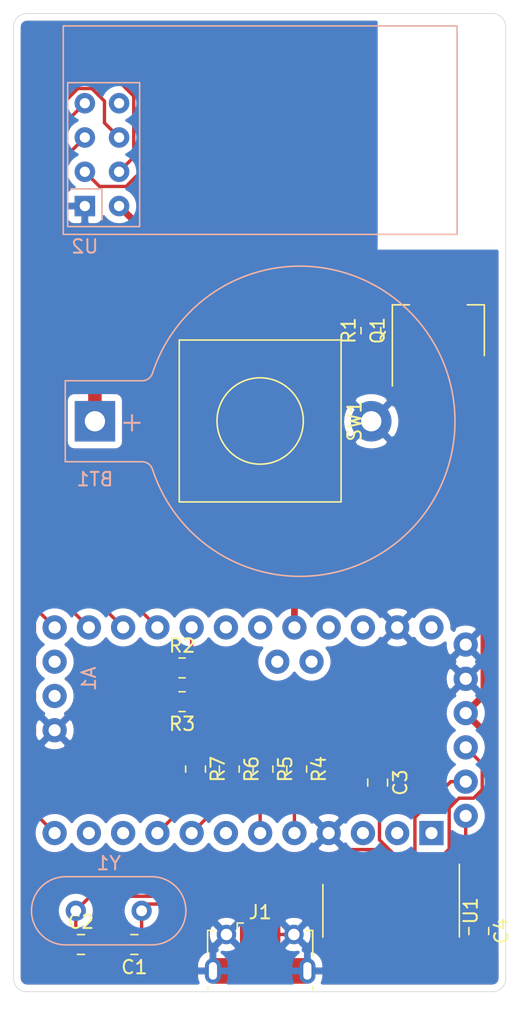
<source format=kicad_pcb>
(kicad_pcb (version 20171130) (host pcbnew 5.1.8)

  (general
    (thickness 1.6)
    (drawings 8)
    (tracks 121)
    (zones 0)
    (modules 19)
    (nets 44)
  )

  (page A)
  (layers
    (0 F.Cu signal)
    (31 B.Cu signal)
    (32 B.Adhes user)
    (33 F.Adhes user)
    (34 B.Paste user)
    (35 F.Paste user)
    (36 B.SilkS user)
    (37 F.SilkS user)
    (38 B.Mask user)
    (39 F.Mask user)
    (40 Dwgs.User user)
    (41 Cmts.User user)
    (42 Eco1.User user)
    (43 Eco2.User user)
    (44 Edge.Cuts user)
    (45 Margin user)
    (46 B.CrtYd user)
    (47 F.CrtYd user)
    (48 B.Fab user)
    (49 F.Fab user)
  )

  (setup
    (last_trace_width 0.5)
    (user_trace_width 0.5)
    (user_trace_width 1)
    (trace_clearance 0.2)
    (zone_clearance 0.508)
    (zone_45_only no)
    (trace_min 0.2)
    (via_size 0.8)
    (via_drill 0.4)
    (via_min_size 0.4)
    (via_min_drill 0.3)
    (uvia_size 0.3)
    (uvia_drill 0.1)
    (uvias_allowed no)
    (uvia_min_size 0.2)
    (uvia_min_drill 0.1)
    (edge_width 0.05)
    (segment_width 0.2)
    (pcb_text_width 0.3)
    (pcb_text_size 1.5 1.5)
    (mod_edge_width 0.12)
    (mod_text_size 1 1)
    (mod_text_width 0.15)
    (pad_size 1.524 1.524)
    (pad_drill 0.762)
    (pad_to_mask_clearance 0)
    (aux_axis_origin 0 0)
    (visible_elements FFFFFF7F)
    (pcbplotparams
      (layerselection 0x010fc_ffffffff)
      (usegerberextensions false)
      (usegerberattributes true)
      (usegerberadvancedattributes true)
      (creategerberjobfile true)
      (excludeedgelayer true)
      (linewidth 0.100000)
      (plotframeref false)
      (viasonmask false)
      (mode 1)
      (useauxorigin false)
      (hpglpennumber 1)
      (hpglpenspeed 20)
      (hpglpendiameter 15.000000)
      (psnegative false)
      (psa4output false)
      (plotreference true)
      (plotvalue true)
      (plotinvisibletext false)
      (padsonsilk false)
      (subtractmaskfromsilk false)
      (outputformat 1)
      (mirror false)
      (drillshape 1)
      (scaleselection 1)
      (outputdirectory ""))
  )

  (net 0 "")
  (net 1 "Net-(A1-Pad1)")
  (net 2 "Net-(A1-Pad2)")
  (net 3 "Net-(A1-Pad3)")
  (net 4 GND)
  (net 5 /ROLE)
  (net 6 /RED)
  (net 7 /SHUTDOWN)
  (net 8 /GREEN)
  (net 9 /BLUE)
  (net 10 "Net-(A1-Pad10)")
  (net 11 "Net-(A1-Pad11)")
  (net 12 /CE)
  (net 13 "Net-(A1-Pad14)")
  (net 14 "Net-(A1-Pad15)")
  (net 15 /~CSN)
  (net 16 /MOSI)
  (net 17 /MISO)
  (net 18 /SCK)
  (net 19 "Net-(A1-Pad20)")
  (net 20 "Net-(A1-Pad21)")
  (net 21 "Net-(A1-Pad22)")
  (net 22 +3V0)
  (net 23 "Net-(A1-Pad25)")
  (net 24 +5V)
  (net 25 /TXD)
  (net 26 /RXD)
  (net 27 /~DTR)
  (net 28 "Net-(A1-Pad34)")
  (net 29 "Net-(A1-Pad35)")
  (net 30 /Vbatt)
  (net 31 "Net-(C1-Pad1)")
  (net 32 "Net-(C2-Pad1)")
  (net 33 "Net-(C3-Pad2)")
  (net 34 "Net-(J1-Pad2)")
  (net 35 "Net-(J1-Pad4)")
  (net 36 "Net-(J1-Pad3)")
  (net 37 "Net-(U1-Pad10)")
  (net 38 "Net-(U1-Pad11)")
  (net 39 "Net-(U1-Pad12)")
  (net 40 "Net-(U1-Pad14)")
  (net 41 "Net-(U1-Pad15)")
  (net 42 "Net-(U2-Pad8)")
  (net 43 "Net-(A1-Pad7)")

  (net_class Default "This is the default net class."
    (clearance 0.2)
    (trace_width 0.25)
    (via_dia 0.8)
    (via_drill 0.4)
    (uvia_dia 0.3)
    (uvia_drill 0.1)
    (add_net +3V0)
    (add_net +5V)
    (add_net /BLUE)
    (add_net /CE)
    (add_net /GREEN)
    (add_net /MISO)
    (add_net /MOSI)
    (add_net /RED)
    (add_net /ROLE)
    (add_net /RXD)
    (add_net /SCK)
    (add_net /SHUTDOWN)
    (add_net /TXD)
    (add_net /Vbatt)
    (add_net /~CSN)
    (add_net /~DTR)
    (add_net GND)
    (add_net "Net-(A1-Pad1)")
    (add_net "Net-(A1-Pad10)")
    (add_net "Net-(A1-Pad11)")
    (add_net "Net-(A1-Pad14)")
    (add_net "Net-(A1-Pad15)")
    (add_net "Net-(A1-Pad2)")
    (add_net "Net-(A1-Pad20)")
    (add_net "Net-(A1-Pad21)")
    (add_net "Net-(A1-Pad22)")
    (add_net "Net-(A1-Pad25)")
    (add_net "Net-(A1-Pad3)")
    (add_net "Net-(A1-Pad34)")
    (add_net "Net-(A1-Pad35)")
    (add_net "Net-(A1-Pad7)")
    (add_net "Net-(C1-Pad1)")
    (add_net "Net-(C2-Pad1)")
    (add_net "Net-(C3-Pad2)")
    (add_net "Net-(J1-Pad2)")
    (add_net "Net-(J1-Pad3)")
    (add_net "Net-(J1-Pad4)")
    (add_net "Net-(U1-Pad10)")
    (add_net "Net-(U1-Pad11)")
    (add_net "Net-(U1-Pad12)")
    (add_net "Net-(U1-Pad14)")
    (add_net "Net-(U1-Pad15)")
    (add_net "Net-(U2-Pad8)")
  )

  (module Crystal:Crystal_HC49-4H_Vertical (layer B.Cu) (tedit 5A1AD3B7) (tstamp 5FC729ED)
    (at 127 152.5 180)
    (descr "Crystal THT HC-49-4H http://5hertz.com/pdfs/04404_D.pdf")
    (tags "THT crystalHC-49-4H")
    (path /5FD37737)
    (fp_text reference Y1 (at 2.44 3.525) (layer B.SilkS)
      (effects (font (size 1 1) (thickness 0.15)) (justify mirror))
    )
    (fp_text value 12MHz (at 2.44 -3.525) (layer B.Fab)
      (effects (font (size 1 1) (thickness 0.15)) (justify mirror))
    )
    (fp_line (start -0.76 2.325) (end 5.64 2.325) (layer B.Fab) (width 0.1))
    (fp_line (start -0.76 -2.325) (end 5.64 -2.325) (layer B.Fab) (width 0.1))
    (fp_line (start -0.56 2) (end 5.44 2) (layer B.Fab) (width 0.1))
    (fp_line (start -0.56 -2) (end 5.44 -2) (layer B.Fab) (width 0.1))
    (fp_line (start -0.76 2.525) (end 5.64 2.525) (layer B.SilkS) (width 0.12))
    (fp_line (start -0.76 -2.525) (end 5.64 -2.525) (layer B.SilkS) (width 0.12))
    (fp_line (start -3.6 2.8) (end -3.6 -2.8) (layer B.CrtYd) (width 0.05))
    (fp_line (start -3.6 -2.8) (end 8.5 -2.8) (layer B.CrtYd) (width 0.05))
    (fp_line (start 8.5 -2.8) (end 8.5 2.8) (layer B.CrtYd) (width 0.05))
    (fp_line (start 8.5 2.8) (end -3.6 2.8) (layer B.CrtYd) (width 0.05))
    (fp_text user %R (at 2.44 0) (layer B.Fab)
      (effects (font (size 1 1) (thickness 0.15)) (justify mirror))
    )
    (fp_arc (start -0.76 0) (end -0.76 2.325) (angle 180) (layer B.Fab) (width 0.1))
    (fp_arc (start 5.64 0) (end 5.64 2.325) (angle -180) (layer B.Fab) (width 0.1))
    (fp_arc (start -0.56 0) (end -0.56 2) (angle 180) (layer B.Fab) (width 0.1))
    (fp_arc (start 5.44 0) (end 5.44 2) (angle -180) (layer B.Fab) (width 0.1))
    (fp_arc (start -0.76 0) (end -0.76 2.525) (angle 180) (layer B.SilkS) (width 0.12))
    (fp_arc (start 5.64 0) (end 5.64 2.525) (angle -180) (layer B.SilkS) (width 0.12))
    (pad 1 thru_hole circle (at 0 0 180) (size 1.5 1.5) (drill 0.8) (layers *.Cu *.Mask)
      (net 31 "Net-(C1-Pad1)"))
    (pad 2 thru_hole circle (at 4.88 0 180) (size 1.5 1.5) (drill 0.8) (layers *.Cu *.Mask)
      (net 32 "Net-(C2-Pad1)"))
    (model ${KISYS3DMOD}/Crystal.3dshapes/Crystal_HC49-4H_Vertical.wrl
      (at (xyz 0 0 0))
      (scale (xyz 1 1 1))
      (rotate (xyz 0 0 0))
    )
  )

  (module pl_Arduino:Arduino_Pro-Mini-Clone (layer B.Cu) (tedit 5FC7023E) (tstamp 5FC81A24)
    (at 148.49 146.74 90)
    (path /5FC7170B)
    (fp_text reference A1 (at 11.43 -25.4 90) (layer B.SilkS)
      (effects (font (size 1 1) (thickness 0.15)) (justify mirror))
    )
    (fp_text value Arduino_Pro-Mini_Clone (at 2.54 -12.7) (layer B.Fab)
      (effects (font (size 1 1) (thickness 0.15)) (justify mirror))
    )
    (fp_line (start -2.54 5.08) (end 17.78 5.08) (layer B.CrtYd) (width 0.12))
    (fp_line (start 17.78 5.08) (end 17.78 -30.48) (layer B.CrtYd) (width 0.12))
    (fp_line (start 17.78 -30.48) (end -2.54 -30.48) (layer B.CrtYd) (width 0.12))
    (fp_line (start -2.54 -30.48) (end -2.54 5.08) (layer B.CrtYd) (width 0.12))
    (pad 1 thru_hole rect (at 0 0 90) (size 1.8 1.8) (drill 0.9) (layers *.Cu *.Mask)
      (net 1 "Net-(A1-Pad1)"))
    (pad 2 thru_hole circle (at 0 -2.54 90) (size 1.8 1.8) (drill 0.9) (layers *.Cu *.Mask)
      (net 2 "Net-(A1-Pad2)"))
    (pad 3 thru_hole circle (at 0 -5.08 90) (size 1.8 1.8) (drill 0.9) (layers *.Cu *.Mask)
      (net 3 "Net-(A1-Pad3)"))
    (pad 4 thru_hole circle (at 0 -7.62 90) (size 1.8 1.8) (drill 0.9) (layers *.Cu *.Mask)
      (net 4 GND))
    (pad 5 thru_hole circle (at 0 -10.16 90) (size 1.8 1.8) (drill 0.9) (layers *.Cu *.Mask)
      (net 5 /ROLE))
    (pad 6 thru_hole circle (at 0 -12.7 90) (size 1.8 1.8) (drill 0.9) (layers *.Cu *.Mask)
      (net 6 /RED))
    (pad 7 thru_hole circle (at 0 -15.24 90) (size 1.8 1.8) (drill 0.9) (layers *.Cu *.Mask)
      (net 43 "Net-(A1-Pad7)"))
    (pad 8 thru_hole circle (at 0 -17.78 90) (size 1.8 1.8) (drill 0.9) (layers *.Cu *.Mask)
      (net 8 /GREEN))
    (pad 9 thru_hole circle (at 0 -20.32 90) (size 1.8 1.8) (drill 0.9) (layers *.Cu *.Mask)
      (net 9 /BLUE))
    (pad 10 thru_hole circle (at 0 -22.86 90) (size 1.8 1.8) (drill 0.9) (layers *.Cu *.Mask)
      (net 10 "Net-(A1-Pad10)"))
    (pad 11 thru_hole circle (at 0 -25.4 90) (size 1.8 1.8) (drill 0.9) (layers *.Cu *.Mask)
      (net 11 "Net-(A1-Pad11)"))
    (pad 12 thru_hole circle (at 0 -27.94 90) (size 1.8 1.8) (drill 0.9) (layers *.Cu *.Mask)
      (net 12 /CE))
    (pad 13 thru_hole circle (at 7.62 -27.94 90) (size 1.8 1.8) (drill 0.9) (layers *.Cu *.Mask)
      (net 4 GND))
    (pad 14 thru_hole circle (at 10.16 -27.94 90) (size 1.8 1.8) (drill 0.9) (layers *.Cu *.Mask)
      (net 13 "Net-(A1-Pad14)"))
    (pad 15 thru_hole circle (at 12.7 -27.94 90) (size 1.8 1.8) (drill 0.9) (layers *.Cu *.Mask)
      (net 14 "Net-(A1-Pad15)"))
    (pad 16 thru_hole circle (at 15.24 -27.94 90) (size 1.8 1.8) (drill 0.9) (layers *.Cu *.Mask)
      (net 15 /~CSN))
    (pad 17 thru_hole circle (at 15.24 -25.4 90) (size 1.8 1.8) (drill 0.9) (layers *.Cu *.Mask)
      (net 16 /MOSI))
    (pad 18 thru_hole circle (at 15.24 -22.86 90) (size 1.8 1.8) (drill 0.9) (layers *.Cu *.Mask)
      (net 17 /MISO))
    (pad 19 thru_hole circle (at 15.24 -20.32 90) (size 1.8 1.8) (drill 0.9) (layers *.Cu *.Mask)
      (net 18 /SCK))
    (pad 20 thru_hole circle (at 15.24 -17.78 90) (size 1.8 1.8) (drill 0.9) (layers *.Cu *.Mask)
      (net 19 "Net-(A1-Pad20)"))
    (pad 21 thru_hole circle (at 15.24 -15.24 90) (size 1.8 1.8) (drill 0.9) (layers *.Cu *.Mask)
      (net 20 "Net-(A1-Pad21)"))
    (pad 22 thru_hole circle (at 15.24 -12.7 90) (size 1.8 1.8) (drill 0.9) (layers *.Cu *.Mask)
      (net 21 "Net-(A1-Pad22)"))
    (pad 23 thru_hole circle (at 15.24 -10.16 90) (size 1.8 1.8) (drill 0.9) (layers *.Cu *.Mask)
      (net 7 /SHUTDOWN))
    (pad 24 thru_hole circle (at 15.24 -7.62 90) (size 1.8 1.8) (drill 0.9) (layers *.Cu *.Mask)
      (net 22 +3V0))
    (pad 25 thru_hole circle (at 15.24 -5.08 90) (size 1.8 1.8) (drill 0.9) (layers *.Cu *.Mask)
      (net 23 "Net-(A1-Pad25)"))
    (pad 26 thru_hole circle (at 15.24 -2.54 90) (size 1.8 1.8) (drill 0.9) (layers *.Cu *.Mask)
      (net 4 GND))
    (pad 27 thru_hole circle (at 15.24 0 90) (size 1.8 1.8) (drill 0.9) (layers *.Cu *.Mask)
      (net 24 +5V))
    (pad 28 thru_hole circle (at 13.97 2.54 90) (size 1.8 1.8) (drill 0.9) (layers *.Cu *.Mask)
      (net 4 GND))
    (pad 29 thru_hole circle (at 11.43 2.54 90) (size 1.8 1.8) (drill 0.9) (layers *.Cu *.Mask)
      (net 4 GND))
    (pad 30 thru_hole circle (at 8.89 2.54 90) (size 1.8 1.8) (drill 0.9) (layers *.Cu *.Mask)
      (net 22 +3V0))
    (pad 31 thru_hole circle (at 6.35 2.54 90) (size 1.8 1.8) (drill 0.9) (layers *.Cu *.Mask)
      (net 25 /TXD))
    (pad 32 thru_hole circle (at 3.81 2.54 90) (size 1.8 1.8) (drill 0.9) (layers *.Cu *.Mask)
      (net 26 /RXD))
    (pad 33 thru_hole circle (at 1.27 2.54 90) (size 1.8 1.8) (drill 0.9) (layers *.Cu *.Mask)
      (net 27 /~DTR))
    (pad 34 thru_hole circle (at 12.7 -11.43 90) (size 1.8 1.8) (drill 0.9) (layers *.Cu *.Mask)
      (net 28 "Net-(A1-Pad34)"))
    (pad 35 thru_hole circle (at 12.7 -8.89 90) (size 1.8 1.8) (drill 0.9) (layers *.Cu *.Mask)
      (net 29 "Net-(A1-Pad35)"))
    (model ${KIPRJMOD}/3d_models/pl_Arduino.3dshapes/SimpleProMini.step
      (at (xyz 0 0 0))
      (scale (xyz 1 1 1))
      (rotate (xyz 0 0 0))
    )
  )

  (module Battery:BatteryHolder_Keystone_103_1x20mm (layer B.Cu) (tedit 5787C32C) (tstamp 5FC7287F)
    (at 123.537584 116.22)
    (descr http://www.keyelco.com/product-pdf.cfm?p=719)
    (tags "Keystone type 103 battery holder")
    (path /5FC738A8)
    (fp_text reference BT1 (at 0 4.3) (layer B.SilkS)
      (effects (font (size 1 1) (thickness 0.15)) (justify mirror))
    )
    (fp_text value CR2032 (at 15 -13) (layer B.Fab)
      (effects (font (size 1 1) (thickness 0.15)) (justify mirror))
    )
    (fp_line (start -2.45 3.25) (end 3.5 3.25) (layer B.CrtYd) (width 0.05))
    (fp_line (start -2.45 -3.25) (end 3.5 -3.25) (layer B.CrtYd) (width 0.05))
    (fp_line (start -2.45 -3.25) (end -2.45 3.25) (layer B.CrtYd) (width 0.05))
    (fp_line (start -2.2 3) (end 3.5 3) (layer B.SilkS) (width 0.12))
    (fp_line (start -2.2 -3) (end -2.2 3) (layer B.SilkS) (width 0.12))
    (fp_line (start -2.2 -3) (end 3.5 -3) (layer B.SilkS) (width 0.12))
    (fp_line (start 23.5712 -7.7216) (end 22.6568 -6.8834) (layer B.Fab) (width 0.1))
    (fp_line (start 23.5712 7.7216) (end 22.6314 6.858) (layer B.Fab) (width 0.1))
    (fp_line (start 3.5306 2.9) (end -1.7 2.9) (layer B.Fab) (width 0.1))
    (fp_line (start -1.7 -2.9) (end 3.5306 -2.9) (layer B.Fab) (width 0.1))
    (fp_line (start -2.1 2.5) (end -2.1 -2.5) (layer B.Fab) (width 0.1))
    (fp_line (start 0 -1.3) (end 16.2 -1.3) (layer B.Fab) (width 0.1))
    (fp_line (start 16.2 1.3) (end 0 1.3) (layer B.Fab) (width 0.1))
    (fp_line (start 0 1.3) (end 0 -1.3) (layer B.Fab) (width 0.1))
    (fp_text user + (at 2.75 0) (layer B.SilkS)
      (effects (font (size 1.5 1.5) (thickness 0.15)) (justify mirror))
    )
    (fp_text user %R (at 0 0) (layer B.Fab)
      (effects (font (size 1 1) (thickness 0.15)) (justify mirror))
    )
    (fp_arc (start 15.2 0) (end 4.01 -3.6) (angle 162.5) (layer B.CrtYd) (width 0.05))
    (fp_arc (start 15.2 0) (end 4.01 3.6) (angle -162.5) (layer B.CrtYd) (width 0.05))
    (fp_arc (start 3.5 -3.8) (end 3.5 -3.25) (angle -70) (layer B.CrtYd) (width 0.05))
    (fp_arc (start 3.5 3.8) (end 3.5 3.25) (angle 70) (layer B.CrtYd) (width 0.05))
    (fp_arc (start 15.2 0) (end 4.25 -3.5) (angle 162.5) (layer B.SilkS) (width 0.12))
    (fp_arc (start 3.5 -3.8) (end 3.5 -3) (angle -70) (layer B.SilkS) (width 0.12))
    (fp_arc (start 15.2 0) (end 4.25 3.5) (angle -162.5) (layer B.SilkS) (width 0.12))
    (fp_arc (start 3.5 3.8) (end 3.5 3) (angle 70) (layer B.SilkS) (width 0.12))
    (fp_arc (start 3.5 -3.8) (end 3.5 -2.9) (angle -70) (layer B.Fab) (width 0.1))
    (fp_arc (start 15.2 0) (end 4.35 -3.5) (angle 162.5) (layer B.Fab) (width 0.1))
    (fp_arc (start 15.2 0) (end 4.35 3.5) (angle -162.5) (layer B.Fab) (width 0.1))
    (fp_arc (start 15.2 0) (end 5.2 -1.3) (angle 180) (layer B.Fab) (width 0.1))
    (fp_arc (start 15.2 0) (end 9 -1.3) (angle 170) (layer B.Fab) (width 0.1))
    (fp_arc (start 15.2 0) (end 13.3 -1.3) (angle 150) (layer B.Fab) (width 0.1))
    (fp_arc (start 15.2 0) (end 13.3 1.3) (angle -150) (layer B.Fab) (width 0.1))
    (fp_arc (start 15.2 0) (end 9 1.3) (angle -170) (layer B.Fab) (width 0.1))
    (fp_arc (start 15.2 0) (end 5.2 1.3) (angle -180) (layer B.Fab) (width 0.1))
    (fp_arc (start 3.5 3.8) (end 3.5 2.9) (angle 70) (layer B.Fab) (width 0.1))
    (fp_arc (start 16.2 0) (end 16.2 1.3) (angle -180) (layer B.Fab) (width 0.1))
    (fp_arc (start -1.7 -2.5) (end -2.1 -2.5) (angle 90) (layer B.Fab) (width 0.1))
    (fp_arc (start -1.7 2.5) (end -2.1 2.5) (angle -90) (layer B.Fab) (width 0.1))
    (pad 2 thru_hole circle (at 20.49 0) (size 3 3) (drill 1.5) (layers *.Cu *.Mask)
      (net 4 GND))
    (pad 1 thru_hole rect (at 0 0) (size 3 3) (drill 1.5) (layers *.Cu *.Mask)
      (net 30 /Vbatt))
    (model ${KISYS3DMOD}/Battery.3dshapes/BatteryHolder_Keystone_103_1x20mm.wrl
      (at (xyz 0 0 0))
      (scale (xyz 1 1 1))
      (rotate (xyz 0 0 0))
    )
  )

  (module Capacitor_SMD:C_0805_2012Metric_Pad1.18x1.45mm_HandSolder (layer F.Cu) (tedit 5F68FEEF) (tstamp 5FC72890)
    (at 126.4625 155 180)
    (descr "Capacitor SMD 0805 (2012 Metric), square (rectangular) end terminal, IPC_7351 nominal with elongated pad for handsoldering. (Body size source: IPC-SM-782 page 76, https://www.pcb-3d.com/wordpress/wp-content/uploads/ipc-sm-782a_amendment_1_and_2.pdf, https://docs.google.com/spreadsheets/d/1BsfQQcO9C6DZCsRaXUlFlo91Tg2WpOkGARC1WS5S8t0/edit?usp=sharing), generated with kicad-footprint-generator")
    (tags "capacitor handsolder")
    (path /5FD369B0)
    (attr smd)
    (fp_text reference C1 (at 0 -1.68) (layer F.SilkS)
      (effects (font (size 1 1) (thickness 0.15)))
    )
    (fp_text value 22p (at 0 1.68) (layer F.Fab)
      (effects (font (size 1 1) (thickness 0.15)))
    )
    (fp_line (start -1 0.625) (end -1 -0.625) (layer F.Fab) (width 0.1))
    (fp_line (start -1 -0.625) (end 1 -0.625) (layer F.Fab) (width 0.1))
    (fp_line (start 1 -0.625) (end 1 0.625) (layer F.Fab) (width 0.1))
    (fp_line (start 1 0.625) (end -1 0.625) (layer F.Fab) (width 0.1))
    (fp_line (start -0.261252 -0.735) (end 0.261252 -0.735) (layer F.SilkS) (width 0.12))
    (fp_line (start -0.261252 0.735) (end 0.261252 0.735) (layer F.SilkS) (width 0.12))
    (fp_line (start -1.88 0.98) (end -1.88 -0.98) (layer F.CrtYd) (width 0.05))
    (fp_line (start -1.88 -0.98) (end 1.88 -0.98) (layer F.CrtYd) (width 0.05))
    (fp_line (start 1.88 -0.98) (end 1.88 0.98) (layer F.CrtYd) (width 0.05))
    (fp_line (start 1.88 0.98) (end -1.88 0.98) (layer F.CrtYd) (width 0.05))
    (fp_text user %R (at 0 0) (layer F.Fab)
      (effects (font (size 0.5 0.5) (thickness 0.08)))
    )
    (pad 1 smd roundrect (at -1.0375 0 180) (size 1.175 1.45) (layers F.Cu F.Paste F.Mask) (roundrect_rratio 0.212766)
      (net 31 "Net-(C1-Pad1)"))
    (pad 2 smd roundrect (at 1.0375 0 180) (size 1.175 1.45) (layers F.Cu F.Paste F.Mask) (roundrect_rratio 0.212766)
      (net 4 GND))
    (model ${KISYS3DMOD}/Capacitor_SMD.3dshapes/C_0805_2012Metric.wrl
      (at (xyz 0 0 0))
      (scale (xyz 1 1 1))
      (rotate (xyz 0 0 0))
    )
  )

  (module Capacitor_SMD:C_0805_2012Metric_Pad1.18x1.45mm_HandSolder (layer F.Cu) (tedit 5F68FEEF) (tstamp 5FC82194)
    (at 122.5 155)
    (descr "Capacitor SMD 0805 (2012 Metric), square (rectangular) end terminal, IPC_7351 nominal with elongated pad for handsoldering. (Body size source: IPC-SM-782 page 76, https://www.pcb-3d.com/wordpress/wp-content/uploads/ipc-sm-782a_amendment_1_and_2.pdf, https://docs.google.com/spreadsheets/d/1BsfQQcO9C6DZCsRaXUlFlo91Tg2WpOkGARC1WS5S8t0/edit?usp=sharing), generated with kicad-footprint-generator")
    (tags "capacitor handsolder")
    (path /5FD37156)
    (attr smd)
    (fp_text reference C2 (at 0 -1.68) (layer F.SilkS)
      (effects (font (size 1 1) (thickness 0.15)))
    )
    (fp_text value 22p (at 0 1.68) (layer F.Fab)
      (effects (font (size 1 1) (thickness 0.15)))
    )
    (fp_line (start 1.88 0.98) (end -1.88 0.98) (layer F.CrtYd) (width 0.05))
    (fp_line (start 1.88 -0.98) (end 1.88 0.98) (layer F.CrtYd) (width 0.05))
    (fp_line (start -1.88 -0.98) (end 1.88 -0.98) (layer F.CrtYd) (width 0.05))
    (fp_line (start -1.88 0.98) (end -1.88 -0.98) (layer F.CrtYd) (width 0.05))
    (fp_line (start -0.261252 0.735) (end 0.261252 0.735) (layer F.SilkS) (width 0.12))
    (fp_line (start -0.261252 -0.735) (end 0.261252 -0.735) (layer F.SilkS) (width 0.12))
    (fp_line (start 1 0.625) (end -1 0.625) (layer F.Fab) (width 0.1))
    (fp_line (start 1 -0.625) (end 1 0.625) (layer F.Fab) (width 0.1))
    (fp_line (start -1 -0.625) (end 1 -0.625) (layer F.Fab) (width 0.1))
    (fp_line (start -1 0.625) (end -1 -0.625) (layer F.Fab) (width 0.1))
    (fp_text user %R (at 0 0) (layer F.Fab)
      (effects (font (size 0.5 0.5) (thickness 0.08)))
    )
    (pad 2 smd roundrect (at 1.0375 0) (size 1.175 1.45) (layers F.Cu F.Paste F.Mask) (roundrect_rratio 0.212766)
      (net 4 GND))
    (pad 1 smd roundrect (at -1.0375 0) (size 1.175 1.45) (layers F.Cu F.Paste F.Mask) (roundrect_rratio 0.212766)
      (net 32 "Net-(C2-Pad1)"))
    (model ${KISYS3DMOD}/Capacitor_SMD.3dshapes/C_0805_2012Metric.wrl
      (at (xyz 0 0 0))
      (scale (xyz 1 1 1))
      (rotate (xyz 0 0 0))
    )
  )

  (module Capacitor_SMD:C_0805_2012Metric_Pad1.18x1.45mm_HandSolder (layer F.Cu) (tedit 5F68FEEF) (tstamp 5FC82580)
    (at 144.5 143 270)
    (descr "Capacitor SMD 0805 (2012 Metric), square (rectangular) end terminal, IPC_7351 nominal with elongated pad for handsoldering. (Body size source: IPC-SM-782 page 76, https://www.pcb-3d.com/wordpress/wp-content/uploads/ipc-sm-782a_amendment_1_and_2.pdf, https://docs.google.com/spreadsheets/d/1BsfQQcO9C6DZCsRaXUlFlo91Tg2WpOkGARC1WS5S8t0/edit?usp=sharing), generated with kicad-footprint-generator")
    (tags "capacitor handsolder")
    (path /5FD355D8)
    (attr smd)
    (fp_text reference C3 (at 0 -1.68 90) (layer F.SilkS)
      (effects (font (size 1 1) (thickness 0.15)))
    )
    (fp_text value 10n (at 0 1.68 90) (layer F.Fab)
      (effects (font (size 1 1) (thickness 0.15)))
    )
    (fp_line (start -1 0.625) (end -1 -0.625) (layer F.Fab) (width 0.1))
    (fp_line (start -1 -0.625) (end 1 -0.625) (layer F.Fab) (width 0.1))
    (fp_line (start 1 -0.625) (end 1 0.625) (layer F.Fab) (width 0.1))
    (fp_line (start 1 0.625) (end -1 0.625) (layer F.Fab) (width 0.1))
    (fp_line (start -0.261252 -0.735) (end 0.261252 -0.735) (layer F.SilkS) (width 0.12))
    (fp_line (start -0.261252 0.735) (end 0.261252 0.735) (layer F.SilkS) (width 0.12))
    (fp_line (start -1.88 0.98) (end -1.88 -0.98) (layer F.CrtYd) (width 0.05))
    (fp_line (start -1.88 -0.98) (end 1.88 -0.98) (layer F.CrtYd) (width 0.05))
    (fp_line (start 1.88 -0.98) (end 1.88 0.98) (layer F.CrtYd) (width 0.05))
    (fp_line (start 1.88 0.98) (end -1.88 0.98) (layer F.CrtYd) (width 0.05))
    (fp_text user %R (at 0 0 90) (layer F.Fab)
      (effects (font (size 0.5 0.5) (thickness 0.08)))
    )
    (pad 1 smd roundrect (at -1.0375 0 270) (size 1.175 1.45) (layers F.Cu F.Paste F.Mask) (roundrect_rratio 0.212766)
      (net 4 GND))
    (pad 2 smd roundrect (at 1.0375 0 270) (size 1.175 1.45) (layers F.Cu F.Paste F.Mask) (roundrect_rratio 0.212766)
      (net 33 "Net-(C3-Pad2)"))
    (model ${KISYS3DMOD}/Capacitor_SMD.3dshapes/C_0805_2012Metric.wrl
      (at (xyz 0 0 0))
      (scale (xyz 1 1 1))
      (rotate (xyz 0 0 0))
    )
  )

  (module Capacitor_SMD:C_0805_2012Metric_Pad1.18x1.45mm_HandSolder (layer F.Cu) (tedit 5F68FEEF) (tstamp 5FC81E71)
    (at 152 154 270)
    (descr "Capacitor SMD 0805 (2012 Metric), square (rectangular) end terminal, IPC_7351 nominal with elongated pad for handsoldering. (Body size source: IPC-SM-782 page 76, https://www.pcb-3d.com/wordpress/wp-content/uploads/ipc-sm-782a_amendment_1_and_2.pdf, https://docs.google.com/spreadsheets/d/1BsfQQcO9C6DZCsRaXUlFlo91Tg2WpOkGARC1WS5S8t0/edit?usp=sharing), generated with kicad-footprint-generator")
    (tags "capacitor handsolder")
    (path /5FD35ECF)
    (attr smd)
    (fp_text reference C4 (at 0 -1.68 90) (layer F.SilkS)
      (effects (font (size 1 1) (thickness 0.15)))
    )
    (fp_text value 100n (at 0 1.68 90) (layer F.Fab)
      (effects (font (size 1 1) (thickness 0.15)))
    )
    (fp_line (start 1.88 0.98) (end -1.88 0.98) (layer F.CrtYd) (width 0.05))
    (fp_line (start 1.88 -0.98) (end 1.88 0.98) (layer F.CrtYd) (width 0.05))
    (fp_line (start -1.88 -0.98) (end 1.88 -0.98) (layer F.CrtYd) (width 0.05))
    (fp_line (start -1.88 0.98) (end -1.88 -0.98) (layer F.CrtYd) (width 0.05))
    (fp_line (start -0.261252 0.735) (end 0.261252 0.735) (layer F.SilkS) (width 0.12))
    (fp_line (start -0.261252 -0.735) (end 0.261252 -0.735) (layer F.SilkS) (width 0.12))
    (fp_line (start 1 0.625) (end -1 0.625) (layer F.Fab) (width 0.1))
    (fp_line (start 1 -0.625) (end 1 0.625) (layer F.Fab) (width 0.1))
    (fp_line (start -1 -0.625) (end 1 -0.625) (layer F.Fab) (width 0.1))
    (fp_line (start -1 0.625) (end -1 -0.625) (layer F.Fab) (width 0.1))
    (fp_text user %R (at 0 0 90) (layer F.Fab)
      (effects (font (size 0.5 0.5) (thickness 0.08)))
    )
    (pad 2 smd roundrect (at 1.0375 0 270) (size 1.175 1.45) (layers F.Cu F.Paste F.Mask) (roundrect_rratio 0.212766)
      (net 4 GND))
    (pad 1 smd roundrect (at -1.0375 0 270) (size 1.175 1.45) (layers F.Cu F.Paste F.Mask) (roundrect_rratio 0.212766)
      (net 22 +3V0))
    (model ${KISYS3DMOD}/Capacitor_SMD.3dshapes/C_0805_2012Metric.wrl
      (at (xyz 0 0 0))
      (scale (xyz 1 1 1))
      (rotate (xyz 0 0 0))
    )
  )

  (module Connector_USB:USB_Micro-B_Molex-105017-0001 (layer F.Cu) (tedit 5A1DC0BE) (tstamp 5FC728EC)
    (at 135.79 155.72)
    (descr http://www.molex.com/pdm_docs/sd/1050170001_sd.pdf)
    (tags "Micro-USB SMD Typ-B")
    (path /5FD38825)
    (attr smd)
    (fp_text reference J1 (at 0 -3.1125) (layer F.SilkS)
      (effects (font (size 1 1) (thickness 0.15)))
    )
    (fp_text value USB_B_Micro (at 0.3 4.3375) (layer F.Fab)
      (effects (font (size 1 1) (thickness 0.15)))
    )
    (fp_line (start -4.4 3.64) (end 4.4 3.64) (layer F.CrtYd) (width 0.05))
    (fp_line (start 4.4 -2.46) (end 4.4 3.64) (layer F.CrtYd) (width 0.05))
    (fp_line (start -4.4 -2.46) (end 4.4 -2.46) (layer F.CrtYd) (width 0.05))
    (fp_line (start -4.4 3.64) (end -4.4 -2.46) (layer F.CrtYd) (width 0.05))
    (fp_line (start -3.9 -1.7625) (end -3.45 -1.7625) (layer F.SilkS) (width 0.12))
    (fp_line (start -3.9 0.0875) (end -3.9 -1.7625) (layer F.SilkS) (width 0.12))
    (fp_line (start 3.9 2.6375) (end 3.9 2.3875) (layer F.SilkS) (width 0.12))
    (fp_line (start 3.75 3.3875) (end 3.75 -1.6125) (layer F.Fab) (width 0.1))
    (fp_line (start -3 2.689204) (end 3 2.689204) (layer F.Fab) (width 0.1))
    (fp_line (start -3.75 3.389204) (end 3.75 3.389204) (layer F.Fab) (width 0.1))
    (fp_line (start -3.75 -1.6125) (end 3.75 -1.6125) (layer F.Fab) (width 0.1))
    (fp_line (start -3.75 3.3875) (end -3.75 -1.6125) (layer F.Fab) (width 0.1))
    (fp_line (start -3.9 2.6375) (end -3.9 2.3875) (layer F.SilkS) (width 0.12))
    (fp_line (start 3.9 0.0875) (end 3.9 -1.7625) (layer F.SilkS) (width 0.12))
    (fp_line (start 3.9 -1.7625) (end 3.45 -1.7625) (layer F.SilkS) (width 0.12))
    (fp_line (start -1.7 -2.3125) (end -1.25 -2.3125) (layer F.SilkS) (width 0.12))
    (fp_line (start -1.7 -2.3125) (end -1.7 -1.8625) (layer F.SilkS) (width 0.12))
    (fp_line (start -1.3 -1.7125) (end -1.5 -1.9125) (layer F.Fab) (width 0.1))
    (fp_line (start -1.1 -1.9125) (end -1.3 -1.7125) (layer F.Fab) (width 0.1))
    (fp_line (start -1.5 -2.1225) (end -1.1 -2.1225) (layer F.Fab) (width 0.1))
    (fp_line (start -1.5 -2.1225) (end -1.5 -1.9125) (layer F.Fab) (width 0.1))
    (fp_line (start -1.1 -2.1225) (end -1.1 -1.9125) (layer F.Fab) (width 0.1))
    (fp_text user "PCB Edge" (at 0 2.6875) (layer Dwgs.User)
      (effects (font (size 0.5 0.5) (thickness 0.08)))
    )
    (fp_text user %R (at 0 0.8875) (layer F.Fab)
      (effects (font (size 1 1) (thickness 0.15)))
    )
    (pad 6 smd rect (at 1 1.2375) (size 1.5 1.9) (layers F.Cu F.Paste F.Mask)
      (net 4 GND))
    (pad 6 thru_hole circle (at -2.5 -1.4625) (size 1.45 1.45) (drill 0.85) (layers *.Cu *.Mask)
      (net 4 GND))
    (pad 2 smd rect (at -0.65 -1.4625) (size 0.4 1.35) (layers F.Cu F.Paste F.Mask)
      (net 34 "Net-(J1-Pad2)"))
    (pad 1 smd rect (at -1.3 -1.4625) (size 0.4 1.35) (layers F.Cu F.Paste F.Mask)
      (net 24 +5V))
    (pad 5 smd rect (at 1.3 -1.4625) (size 0.4 1.35) (layers F.Cu F.Paste F.Mask)
      (net 4 GND))
    (pad 4 smd rect (at 0.65 -1.4625) (size 0.4 1.35) (layers F.Cu F.Paste F.Mask)
      (net 35 "Net-(J1-Pad4)"))
    (pad 3 smd rect (at 0 -1.4625) (size 0.4 1.35) (layers F.Cu F.Paste F.Mask)
      (net 36 "Net-(J1-Pad3)"))
    (pad 6 thru_hole circle (at 2.5 -1.4625) (size 1.45 1.45) (drill 0.85) (layers *.Cu *.Mask)
      (net 4 GND))
    (pad 6 smd rect (at -1 1.2375) (size 1.5 1.9) (layers F.Cu F.Paste F.Mask)
      (net 4 GND))
    (pad 6 thru_hole oval (at -3.5 1.2375 180) (size 1.2 1.9) (drill oval 0.6 1.3) (layers *.Cu *.Mask)
      (net 4 GND))
    (pad 6 thru_hole oval (at 3.5 1.2375) (size 1.2 1.9) (drill oval 0.6 1.3) (layers *.Cu *.Mask)
      (net 4 GND))
    (pad 6 smd rect (at 2.9 1.2375) (size 1.2 1.9) (layers F.Cu F.Mask)
      (net 4 GND))
    (pad 6 smd rect (at -2.9 1.2375) (size 1.2 1.9) (layers F.Cu F.Mask)
      (net 4 GND))
    (model ${KIPRJMOD}/3d_models/pl_USB.3dshapes/USB_micro_b.step
      (at (xyz 0 0 0))
      (scale (xyz 1 1 1))
      (rotate (xyz 0 0 0))
    )
  )

  (module Package_TO_SOT_SMD:SOT-223 (layer F.Cu) (tedit 5A02FF57) (tstamp 5FC72902)
    (at 149 109.5 90)
    (descr "module CMS SOT223 4 pins")
    (tags "CMS SOT")
    (path /5FC74E6B)
    (attr smd)
    (fp_text reference Q1 (at 0 -4.5 90) (layer F.SilkS)
      (effects (font (size 1 1) (thickness 0.15)))
    )
    (fp_text value IRLL014NPBF (at 0 4.5 90) (layer F.Fab)
      (effects (font (size 1 1) (thickness 0.15)))
    )
    (fp_line (start -1.85 -2.3) (end -0.8 -3.35) (layer F.Fab) (width 0.1))
    (fp_line (start 1.91 3.41) (end 1.91 2.15) (layer F.SilkS) (width 0.12))
    (fp_line (start 1.91 -3.41) (end 1.91 -2.15) (layer F.SilkS) (width 0.12))
    (fp_line (start 4.4 -3.6) (end -4.4 -3.6) (layer F.CrtYd) (width 0.05))
    (fp_line (start 4.4 3.6) (end 4.4 -3.6) (layer F.CrtYd) (width 0.05))
    (fp_line (start -4.4 3.6) (end 4.4 3.6) (layer F.CrtYd) (width 0.05))
    (fp_line (start -4.4 -3.6) (end -4.4 3.6) (layer F.CrtYd) (width 0.05))
    (fp_line (start -1.85 -2.3) (end -1.85 3.35) (layer F.Fab) (width 0.1))
    (fp_line (start -1.85 3.41) (end 1.91 3.41) (layer F.SilkS) (width 0.12))
    (fp_line (start -0.8 -3.35) (end 1.85 -3.35) (layer F.Fab) (width 0.1))
    (fp_line (start -4.1 -3.41) (end 1.91 -3.41) (layer F.SilkS) (width 0.12))
    (fp_line (start -1.85 3.35) (end 1.85 3.35) (layer F.Fab) (width 0.1))
    (fp_line (start 1.85 -3.35) (end 1.85 3.35) (layer F.Fab) (width 0.1))
    (fp_text user %R (at 0 0) (layer F.Fab)
      (effects (font (size 0.8 0.8) (thickness 0.12)))
    )
    (pad 4 smd rect (at 3.15 0 90) (size 2 3.8) (layers F.Cu F.Paste F.Mask)
      (net 30 /Vbatt))
    (pad 2 smd rect (at -3.15 0 90) (size 2 1.5) (layers F.Cu F.Paste F.Mask)
      (net 30 /Vbatt))
    (pad 3 smd rect (at -3.15 2.3 90) (size 2 1.5) (layers F.Cu F.Paste F.Mask)
      (net 22 +3V0))
    (pad 1 smd rect (at -3.15 -2.3 90) (size 2 1.5) (layers F.Cu F.Paste F.Mask)
      (net 7 /SHUTDOWN))
    (model ${KISYS3DMOD}/Package_TO_SOT_SMD.3dshapes/SOT-223.wrl
      (at (xyz 0 0 0))
      (scale (xyz 1 1 1))
      (rotate (xyz 0 0 0))
    )
  )

  (module Resistor_SMD:R_0805_2012Metric_Pad1.20x1.40mm_HandSolder (layer F.Cu) (tedit 5F68FEEE) (tstamp 5FC72913)
    (at 144 109.5 90)
    (descr "Resistor SMD 0805 (2012 Metric), square (rectangular) end terminal, IPC_7351 nominal with elongated pad for handsoldering. (Body size source: IPC-SM-782 page 72, https://www.pcb-3d.com/wordpress/wp-content/uploads/ipc-sm-782a_amendment_1_and_2.pdf), generated with kicad-footprint-generator")
    (tags "resistor handsolder")
    (path /5FC77A2B)
    (attr smd)
    (fp_text reference R1 (at 0 -1.65 90) (layer F.SilkS)
      (effects (font (size 1 1) (thickness 0.15)))
    )
    (fp_text value 20k (at 0 1.65 90) (layer F.Fab)
      (effects (font (size 1 1) (thickness 0.15)))
    )
    (fp_line (start -1 0.625) (end -1 -0.625) (layer F.Fab) (width 0.1))
    (fp_line (start -1 -0.625) (end 1 -0.625) (layer F.Fab) (width 0.1))
    (fp_line (start 1 -0.625) (end 1 0.625) (layer F.Fab) (width 0.1))
    (fp_line (start 1 0.625) (end -1 0.625) (layer F.Fab) (width 0.1))
    (fp_line (start -0.227064 -0.735) (end 0.227064 -0.735) (layer F.SilkS) (width 0.12))
    (fp_line (start -0.227064 0.735) (end 0.227064 0.735) (layer F.SilkS) (width 0.12))
    (fp_line (start -1.85 0.95) (end -1.85 -0.95) (layer F.CrtYd) (width 0.05))
    (fp_line (start -1.85 -0.95) (end 1.85 -0.95) (layer F.CrtYd) (width 0.05))
    (fp_line (start 1.85 -0.95) (end 1.85 0.95) (layer F.CrtYd) (width 0.05))
    (fp_line (start 1.85 0.95) (end -1.85 0.95) (layer F.CrtYd) (width 0.05))
    (fp_text user %R (at 0 0 90) (layer F.Fab)
      (effects (font (size 0.5 0.5) (thickness 0.08)))
    )
    (pad 1 smd roundrect (at -1 0 90) (size 1.2 1.4) (layers F.Cu F.Paste F.Mask) (roundrect_rratio 0.208333)
      (net 7 /SHUTDOWN))
    (pad 2 smd roundrect (at 1 0 90) (size 1.2 1.4) (layers F.Cu F.Paste F.Mask) (roundrect_rratio 0.208333)
      (net 4 GND))
    (model ${KISYS3DMOD}/Resistor_SMD.3dshapes/R_0805_2012Metric.wrl
      (at (xyz 0 0 0))
      (scale (xyz 1 1 1))
      (rotate (xyz 0 0 0))
    )
  )

  (module Resistor_SMD:R_0805_2012Metric_Pad1.20x1.40mm_HandSolder (layer F.Cu) (tedit 5F68FEEE) (tstamp 5FC72924)
    (at 130 134.5)
    (descr "Resistor SMD 0805 (2012 Metric), square (rectangular) end terminal, IPC_7351 nominal with elongated pad for handsoldering. (Body size source: IPC-SM-782 page 72, https://www.pcb-3d.com/wordpress/wp-content/uploads/ipc-sm-782a_amendment_1_and_2.pdf), generated with kicad-footprint-generator")
    (tags "resistor handsolder")
    (path /5FD52066)
    (attr smd)
    (fp_text reference R2 (at 0 -1.65) (layer F.SilkS)
      (effects (font (size 1 1) (thickness 0.15)))
    )
    (fp_text value 20k (at 0 1.65) (layer F.Fab)
      (effects (font (size 1 1) (thickness 0.15)))
    )
    (fp_line (start 1.85 0.95) (end -1.85 0.95) (layer F.CrtYd) (width 0.05))
    (fp_line (start 1.85 -0.95) (end 1.85 0.95) (layer F.CrtYd) (width 0.05))
    (fp_line (start -1.85 -0.95) (end 1.85 -0.95) (layer F.CrtYd) (width 0.05))
    (fp_line (start -1.85 0.95) (end -1.85 -0.95) (layer F.CrtYd) (width 0.05))
    (fp_line (start -0.227064 0.735) (end 0.227064 0.735) (layer F.SilkS) (width 0.12))
    (fp_line (start -0.227064 -0.735) (end 0.227064 -0.735) (layer F.SilkS) (width 0.12))
    (fp_line (start 1 0.625) (end -1 0.625) (layer F.Fab) (width 0.1))
    (fp_line (start 1 -0.625) (end 1 0.625) (layer F.Fab) (width 0.1))
    (fp_line (start -1 -0.625) (end 1 -0.625) (layer F.Fab) (width 0.1))
    (fp_line (start -1 0.625) (end -1 -0.625) (layer F.Fab) (width 0.1))
    (fp_text user %R (at 0 0) (layer F.Fab)
      (effects (font (size 0.5 0.5) (thickness 0.08)))
    )
    (pad 2 smd roundrect (at 1 0) (size 1.2 1.4) (layers F.Cu F.Paste F.Mask) (roundrect_rratio 0.208333)
      (net 19 "Net-(A1-Pad20)"))
    (pad 1 smd roundrect (at -1 0) (size 1.2 1.4) (layers F.Cu F.Paste F.Mask) (roundrect_rratio 0.208333)
      (net 24 +5V))
    (model ${KISYS3DMOD}/Resistor_SMD.3dshapes/R_0805_2012Metric.wrl
      (at (xyz 0 0 0))
      (scale (xyz 1 1 1))
      (rotate (xyz 0 0 0))
    )
  )

  (module Resistor_SMD:R_0805_2012Metric_Pad1.20x1.40mm_HandSolder (layer F.Cu) (tedit 5F68FEEE) (tstamp 5FC72935)
    (at 130 137 180)
    (descr "Resistor SMD 0805 (2012 Metric), square (rectangular) end terminal, IPC_7351 nominal with elongated pad for handsoldering. (Body size source: IPC-SM-782 page 72, https://www.pcb-3d.com/wordpress/wp-content/uploads/ipc-sm-782a_amendment_1_and_2.pdf), generated with kicad-footprint-generator")
    (tags "resistor handsolder")
    (path /5FD52493)
    (attr smd)
    (fp_text reference R3 (at 0 -1.65) (layer F.SilkS)
      (effects (font (size 1 1) (thickness 0.15)))
    )
    (fp_text value 20k (at 0 1.65) (layer F.Fab)
      (effects (font (size 1 1) (thickness 0.15)))
    )
    (fp_line (start -1 0.625) (end -1 -0.625) (layer F.Fab) (width 0.1))
    (fp_line (start -1 -0.625) (end 1 -0.625) (layer F.Fab) (width 0.1))
    (fp_line (start 1 -0.625) (end 1 0.625) (layer F.Fab) (width 0.1))
    (fp_line (start 1 0.625) (end -1 0.625) (layer F.Fab) (width 0.1))
    (fp_line (start -0.227064 -0.735) (end 0.227064 -0.735) (layer F.SilkS) (width 0.12))
    (fp_line (start -0.227064 0.735) (end 0.227064 0.735) (layer F.SilkS) (width 0.12))
    (fp_line (start -1.85 0.95) (end -1.85 -0.95) (layer F.CrtYd) (width 0.05))
    (fp_line (start -1.85 -0.95) (end 1.85 -0.95) (layer F.CrtYd) (width 0.05))
    (fp_line (start 1.85 -0.95) (end 1.85 0.95) (layer F.CrtYd) (width 0.05))
    (fp_line (start 1.85 0.95) (end -1.85 0.95) (layer F.CrtYd) (width 0.05))
    (fp_text user %R (at 0 0) (layer F.Fab)
      (effects (font (size 0.5 0.5) (thickness 0.08)))
    )
    (pad 1 smd roundrect (at -1 0 180) (size 1.2 1.4) (layers F.Cu F.Paste F.Mask) (roundrect_rratio 0.208333)
      (net 19 "Net-(A1-Pad20)"))
    (pad 2 smd roundrect (at 1 0 180) (size 1.2 1.4) (layers F.Cu F.Paste F.Mask) (roundrect_rratio 0.208333)
      (net 4 GND))
    (model ${KISYS3DMOD}/Resistor_SMD.3dshapes/R_0805_2012Metric.wrl
      (at (xyz 0 0 0))
      (scale (xyz 1 1 1))
      (rotate (xyz 0 0 0))
    )
  )

  (module Resistor_SMD:R_0805_2012Metric_Pad1.20x1.40mm_HandSolder (layer F.Cu) (tedit 5F68FEEE) (tstamp 5FC8089E)
    (at 138.5 142 270)
    (descr "Resistor SMD 0805 (2012 Metric), square (rectangular) end terminal, IPC_7351 nominal with elongated pad for handsoldering. (Body size source: IPC-SM-782 page 72, https://www.pcb-3d.com/wordpress/wp-content/uploads/ipc-sm-782a_amendment_1_and_2.pdf), generated with kicad-footprint-generator")
    (tags "resistor handsolder")
    (path /5FC908EF)
    (attr smd)
    (fp_text reference R4 (at 0 -1.65 90) (layer F.SilkS)
      (effects (font (size 1 1) (thickness 0.15)))
    )
    (fp_text value R (at 0 1.65 90) (layer F.Fab)
      (effects (font (size 1 1) (thickness 0.15)))
    )
    (fp_line (start 1.85 0.95) (end -1.85 0.95) (layer F.CrtYd) (width 0.05))
    (fp_line (start 1.85 -0.95) (end 1.85 0.95) (layer F.CrtYd) (width 0.05))
    (fp_line (start -1.85 -0.95) (end 1.85 -0.95) (layer F.CrtYd) (width 0.05))
    (fp_line (start -1.85 0.95) (end -1.85 -0.95) (layer F.CrtYd) (width 0.05))
    (fp_line (start -0.227064 0.735) (end 0.227064 0.735) (layer F.SilkS) (width 0.12))
    (fp_line (start -0.227064 -0.735) (end 0.227064 -0.735) (layer F.SilkS) (width 0.12))
    (fp_line (start 1 0.625) (end -1 0.625) (layer F.Fab) (width 0.1))
    (fp_line (start 1 -0.625) (end 1 0.625) (layer F.Fab) (width 0.1))
    (fp_line (start -1 -0.625) (end 1 -0.625) (layer F.Fab) (width 0.1))
    (fp_line (start -1 0.625) (end -1 -0.625) (layer F.Fab) (width 0.1))
    (fp_text user %R (at 0 0 90) (layer F.Fab)
      (effects (font (size 0.5 0.5) (thickness 0.08)))
    )
    (pad 2 smd roundrect (at 1 0 270) (size 1.2 1.4) (layers F.Cu F.Paste F.Mask) (roundrect_rratio 0.208333)
      (net 5 /ROLE))
    (pad 1 smd roundrect (at -1 0 270) (size 1.2 1.4) (layers F.Cu F.Paste F.Mask) (roundrect_rratio 0.208333)
      (net 4 GND))
    (model ${KISYS3DMOD}/Resistor_SMD.3dshapes/R_0805_2012Metric.wrl
      (at (xyz 0 0 0))
      (scale (xyz 1 1 1))
      (rotate (xyz 0 0 0))
    )
  )

  (module Resistor_SMD:R_0805_2012Metric_Pad1.20x1.40mm_HandSolder (layer F.Cu) (tedit 5F68FEEE) (tstamp 5FC80991)
    (at 136 142 270)
    (descr "Resistor SMD 0805 (2012 Metric), square (rectangular) end terminal, IPC_7351 nominal with elongated pad for handsoldering. (Body size source: IPC-SM-782 page 72, https://www.pcb-3d.com/wordpress/wp-content/uploads/ipc-sm-782a_amendment_1_and_2.pdf), generated with kicad-footprint-generator")
    (tags "resistor handsolder")
    (path /5FC94ECA)
    (attr smd)
    (fp_text reference R5 (at 0 -1.65 90) (layer F.SilkS)
      (effects (font (size 1 1) (thickness 0.15)))
    )
    (fp_text value R (at 0 1.65 90) (layer F.Fab)
      (effects (font (size 1 1) (thickness 0.15)))
    )
    (fp_line (start -1 0.625) (end -1 -0.625) (layer F.Fab) (width 0.1))
    (fp_line (start -1 -0.625) (end 1 -0.625) (layer F.Fab) (width 0.1))
    (fp_line (start 1 -0.625) (end 1 0.625) (layer F.Fab) (width 0.1))
    (fp_line (start 1 0.625) (end -1 0.625) (layer F.Fab) (width 0.1))
    (fp_line (start -0.227064 -0.735) (end 0.227064 -0.735) (layer F.SilkS) (width 0.12))
    (fp_line (start -0.227064 0.735) (end 0.227064 0.735) (layer F.SilkS) (width 0.12))
    (fp_line (start -1.85 0.95) (end -1.85 -0.95) (layer F.CrtYd) (width 0.05))
    (fp_line (start -1.85 -0.95) (end 1.85 -0.95) (layer F.CrtYd) (width 0.05))
    (fp_line (start 1.85 -0.95) (end 1.85 0.95) (layer F.CrtYd) (width 0.05))
    (fp_line (start 1.85 0.95) (end -1.85 0.95) (layer F.CrtYd) (width 0.05))
    (fp_text user %R (at 0 0 90) (layer F.Fab)
      (effects (font (size 0.5 0.5) (thickness 0.08)))
    )
    (pad 1 smd roundrect (at -1 0 270) (size 1.2 1.4) (layers F.Cu F.Paste F.Mask) (roundrect_rratio 0.208333)
      (net 4 GND))
    (pad 2 smd roundrect (at 1 0 270) (size 1.2 1.4) (layers F.Cu F.Paste F.Mask) (roundrect_rratio 0.208333)
      (net 6 /RED))
    (model ${KISYS3DMOD}/Resistor_SMD.3dshapes/R_0805_2012Metric.wrl
      (at (xyz 0 0 0))
      (scale (xyz 1 1 1))
      (rotate (xyz 0 0 0))
    )
  )

  (module Resistor_SMD:R_0805_2012Metric_Pad1.20x1.40mm_HandSolder (layer F.Cu) (tedit 5F68FEEE) (tstamp 5FC72968)
    (at 133.5 142 270)
    (descr "Resistor SMD 0805 (2012 Metric), square (rectangular) end terminal, IPC_7351 nominal with elongated pad for handsoldering. (Body size source: IPC-SM-782 page 72, https://www.pcb-3d.com/wordpress/wp-content/uploads/ipc-sm-782a_amendment_1_and_2.pdf), generated with kicad-footprint-generator")
    (tags "resistor handsolder")
    (path /5FC952E0)
    (attr smd)
    (fp_text reference R6 (at 0 -1.65 90) (layer F.SilkS)
      (effects (font (size 1 1) (thickness 0.15)))
    )
    (fp_text value R (at 0 1.65 90) (layer F.Fab)
      (effects (font (size 1 1) (thickness 0.15)))
    )
    (fp_line (start 1.85 0.95) (end -1.85 0.95) (layer F.CrtYd) (width 0.05))
    (fp_line (start 1.85 -0.95) (end 1.85 0.95) (layer F.CrtYd) (width 0.05))
    (fp_line (start -1.85 -0.95) (end 1.85 -0.95) (layer F.CrtYd) (width 0.05))
    (fp_line (start -1.85 0.95) (end -1.85 -0.95) (layer F.CrtYd) (width 0.05))
    (fp_line (start -0.227064 0.735) (end 0.227064 0.735) (layer F.SilkS) (width 0.12))
    (fp_line (start -0.227064 -0.735) (end 0.227064 -0.735) (layer F.SilkS) (width 0.12))
    (fp_line (start 1 0.625) (end -1 0.625) (layer F.Fab) (width 0.1))
    (fp_line (start 1 -0.625) (end 1 0.625) (layer F.Fab) (width 0.1))
    (fp_line (start -1 -0.625) (end 1 -0.625) (layer F.Fab) (width 0.1))
    (fp_line (start -1 0.625) (end -1 -0.625) (layer F.Fab) (width 0.1))
    (fp_text user %R (at 0 0 90) (layer F.Fab)
      (effects (font (size 0.5 0.5) (thickness 0.08)))
    )
    (pad 2 smd roundrect (at 1 0 270) (size 1.2 1.4) (layers F.Cu F.Paste F.Mask) (roundrect_rratio 0.208333)
      (net 8 /GREEN))
    (pad 1 smd roundrect (at -1 0 270) (size 1.2 1.4) (layers F.Cu F.Paste F.Mask) (roundrect_rratio 0.208333)
      (net 4 GND))
    (model ${KISYS3DMOD}/Resistor_SMD.3dshapes/R_0805_2012Metric.wrl
      (at (xyz 0 0 0))
      (scale (xyz 1 1 1))
      (rotate (xyz 0 0 0))
    )
  )

  (module Resistor_SMD:R_0805_2012Metric_Pad1.20x1.40mm_HandSolder (layer F.Cu) (tedit 5F68FEEE) (tstamp 5FC72979)
    (at 131 142 270)
    (descr "Resistor SMD 0805 (2012 Metric), square (rectangular) end terminal, IPC_7351 nominal with elongated pad for handsoldering. (Body size source: IPC-SM-782 page 72, https://www.pcb-3d.com/wordpress/wp-content/uploads/ipc-sm-782a_amendment_1_and_2.pdf), generated with kicad-footprint-generator")
    (tags "resistor handsolder")
    (path /5FC9563B)
    (attr smd)
    (fp_text reference R7 (at 0 -1.65 90) (layer F.SilkS)
      (effects (font (size 1 1) (thickness 0.15)))
    )
    (fp_text value R (at 0 1.65 90) (layer F.Fab)
      (effects (font (size 1 1) (thickness 0.15)))
    )
    (fp_line (start -1 0.625) (end -1 -0.625) (layer F.Fab) (width 0.1))
    (fp_line (start -1 -0.625) (end 1 -0.625) (layer F.Fab) (width 0.1))
    (fp_line (start 1 -0.625) (end 1 0.625) (layer F.Fab) (width 0.1))
    (fp_line (start 1 0.625) (end -1 0.625) (layer F.Fab) (width 0.1))
    (fp_line (start -0.227064 -0.735) (end 0.227064 -0.735) (layer F.SilkS) (width 0.12))
    (fp_line (start -0.227064 0.735) (end 0.227064 0.735) (layer F.SilkS) (width 0.12))
    (fp_line (start -1.85 0.95) (end -1.85 -0.95) (layer F.CrtYd) (width 0.05))
    (fp_line (start -1.85 -0.95) (end 1.85 -0.95) (layer F.CrtYd) (width 0.05))
    (fp_line (start 1.85 -0.95) (end 1.85 0.95) (layer F.CrtYd) (width 0.05))
    (fp_line (start 1.85 0.95) (end -1.85 0.95) (layer F.CrtYd) (width 0.05))
    (fp_text user %R (at 0 0 90) (layer F.Fab)
      (effects (font (size 0.5 0.5) (thickness 0.08)))
    )
    (pad 1 smd roundrect (at -1 0 270) (size 1.2 1.4) (layers F.Cu F.Paste F.Mask) (roundrect_rratio 0.208333)
      (net 4 GND))
    (pad 2 smd roundrect (at 1 0 270) (size 1.2 1.4) (layers F.Cu F.Paste F.Mask) (roundrect_rratio 0.208333)
      (net 9 /BLUE))
    (model ${KISYS3DMOD}/Resistor_SMD.3dshapes/R_0805_2012Metric.wrl
      (at (xyz 0 0 0))
      (scale (xyz 1 1 1))
      (rotate (xyz 0 0 0))
    )
  )

  (module pl_Tactile_Switch_SMD:Bright_TSA123G60-250 (layer F.Cu) (tedit 5D136EA9) (tstamp 5FC73C63)
    (at 135.79 116.2 270)
    (path /5FC78BDA)
    (fp_text reference SW1 (at 0 -7 90) (layer F.SilkS)
      (effects (font (size 1 1) (thickness 0.15)))
    )
    (fp_text value TX (at 0 -7 90) (layer F.Fab)
      (effects (font (size 1 1) (thickness 0.15)))
    )
    (fp_line (start -6 -6) (end 6 -6) (layer F.SilkS) (width 0.12))
    (fp_line (start 6 -6) (end 6 6) (layer F.SilkS) (width 0.12))
    (fp_line (start 6 6) (end -6 6) (layer F.SilkS) (width 0.12))
    (fp_line (start -6 6) (end -6 -6) (layer F.SilkS) (width 0.12))
    (fp_circle (center 0 0) (end 3.2 0) (layer F.SilkS) (width 0.12))
    (fp_line (start -8 -6.5) (end 8 -6.5) (layer F.CrtYd) (width 0.12))
    (fp_line (start 8 -6.5) (end 8 6.5) (layer F.CrtYd) (width 0.12))
    (fp_line (start 8 6.5) (end -8 6.5) (layer F.CrtYd) (width 0.12))
    (fp_line (start -8 6.5) (end -8 -6.5) (layer F.CrtYd) (width 0.12))
    (pad 1 smd rect (at -7 -2.5 270) (size 1.4 2) (layers F.Cu F.Paste F.Mask)
      (net 7 /SHUTDOWN))
    (pad 1 smd rect (at 7 -2.5 270) (size 1.4 2) (layers F.Cu F.Paste F.Mask)
      (net 7 /SHUTDOWN))
    (pad 2 smd rect (at 7 2.5 270) (size 1.4 2) (layers F.Cu F.Paste F.Mask)
      (net 30 /Vbatt))
    (pad 2 smd rect (at -7 2.5 270) (size 1.4 2) (layers F.Cu F.Paste F.Mask)
      (net 30 /Vbatt))
    (model ${KIPRJMOD}/3d_models/pl_Tactile_Switch_SMD.3dshapes/Bright_TSA123G60-250.step
      (at (xyz 0 0 0))
      (scale (xyz 1 1 1))
      (rotate (xyz 0 0 0))
    )
  )

  (module Package_SO:SOIC-16_3.9x9.9mm_P1.27mm (layer F.Cu) (tedit 5D9F72B1) (tstamp 5FC729AC)
    (at 145.5 152.5 270)
    (descr "SOIC, 16 Pin (JEDEC MS-012AC, https://www.analog.com/media/en/package-pcb-resources/package/pkg_pdf/soic_narrow-r/r_16.pdf), generated with kicad-footprint-generator ipc_gullwing_generator.py")
    (tags "SOIC SO")
    (path /5FD3382D)
    (attr smd)
    (fp_text reference U1 (at 0 -5.9 90) (layer F.SilkS)
      (effects (font (size 1 1) (thickness 0.15)))
    )
    (fp_text value CH340G (at 0 5.9 90) (layer F.Fab)
      (effects (font (size 1 1) (thickness 0.15)))
    )
    (fp_line (start 0 5.06) (end 1.95 5.06) (layer F.SilkS) (width 0.12))
    (fp_line (start 0 5.06) (end -1.95 5.06) (layer F.SilkS) (width 0.12))
    (fp_line (start 0 -5.06) (end 1.95 -5.06) (layer F.SilkS) (width 0.12))
    (fp_line (start 0 -5.06) (end -3.45 -5.06) (layer F.SilkS) (width 0.12))
    (fp_line (start -0.975 -4.95) (end 1.95 -4.95) (layer F.Fab) (width 0.1))
    (fp_line (start 1.95 -4.95) (end 1.95 4.95) (layer F.Fab) (width 0.1))
    (fp_line (start 1.95 4.95) (end -1.95 4.95) (layer F.Fab) (width 0.1))
    (fp_line (start -1.95 4.95) (end -1.95 -3.975) (layer F.Fab) (width 0.1))
    (fp_line (start -1.95 -3.975) (end -0.975 -4.95) (layer F.Fab) (width 0.1))
    (fp_line (start -3.7 -5.2) (end -3.7 5.2) (layer F.CrtYd) (width 0.05))
    (fp_line (start -3.7 5.2) (end 3.7 5.2) (layer F.CrtYd) (width 0.05))
    (fp_line (start 3.7 5.2) (end 3.7 -5.2) (layer F.CrtYd) (width 0.05))
    (fp_line (start 3.7 -5.2) (end -3.7 -5.2) (layer F.CrtYd) (width 0.05))
    (fp_text user %R (at 0 0 90) (layer F.Fab)
      (effects (font (size 0.98 0.98) (thickness 0.15)))
    )
    (pad 1 smd roundrect (at -2.475 -4.445 270) (size 1.95 0.6) (layers F.Cu F.Paste F.Mask) (roundrect_rratio 0.25)
      (net 4 GND))
    (pad 2 smd roundrect (at -2.475 -3.175 270) (size 1.95 0.6) (layers F.Cu F.Paste F.Mask) (roundrect_rratio 0.25)
      (net 25 /TXD))
    (pad 3 smd roundrect (at -2.475 -1.905 270) (size 1.95 0.6) (layers F.Cu F.Paste F.Mask) (roundrect_rratio 0.25)
      (net 26 /RXD))
    (pad 4 smd roundrect (at -2.475 -0.635 270) (size 1.95 0.6) (layers F.Cu F.Paste F.Mask) (roundrect_rratio 0.25)
      (net 33 "Net-(C3-Pad2)"))
    (pad 5 smd roundrect (at -2.475 0.635 270) (size 1.95 0.6) (layers F.Cu F.Paste F.Mask) (roundrect_rratio 0.25)
      (net 36 "Net-(J1-Pad3)"))
    (pad 6 smd roundrect (at -2.475 1.905 270) (size 1.95 0.6) (layers F.Cu F.Paste F.Mask) (roundrect_rratio 0.25)
      (net 34 "Net-(J1-Pad2)"))
    (pad 7 smd roundrect (at -2.475 3.175 270) (size 1.95 0.6) (layers F.Cu F.Paste F.Mask) (roundrect_rratio 0.25)
      (net 31 "Net-(C1-Pad1)"))
    (pad 8 smd roundrect (at -2.475 4.445 270) (size 1.95 0.6) (layers F.Cu F.Paste F.Mask) (roundrect_rratio 0.25)
      (net 32 "Net-(C2-Pad1)"))
    (pad 9 smd roundrect (at 2.475 4.445 270) (size 1.95 0.6) (layers F.Cu F.Paste F.Mask) (roundrect_rratio 0.25)
      (net 4 GND))
    (pad 10 smd roundrect (at 2.475 3.175 270) (size 1.95 0.6) (layers F.Cu F.Paste F.Mask) (roundrect_rratio 0.25)
      (net 37 "Net-(U1-Pad10)"))
    (pad 11 smd roundrect (at 2.475 1.905 270) (size 1.95 0.6) (layers F.Cu F.Paste F.Mask) (roundrect_rratio 0.25)
      (net 38 "Net-(U1-Pad11)"))
    (pad 12 smd roundrect (at 2.475 0.635 270) (size 1.95 0.6) (layers F.Cu F.Paste F.Mask) (roundrect_rratio 0.25)
      (net 39 "Net-(U1-Pad12)"))
    (pad 13 smd roundrect (at 2.475 -0.635 270) (size 1.95 0.6) (layers F.Cu F.Paste F.Mask) (roundrect_rratio 0.25)
      (net 27 /~DTR))
    (pad 14 smd roundrect (at 2.475 -1.905 270) (size 1.95 0.6) (layers F.Cu F.Paste F.Mask) (roundrect_rratio 0.25)
      (net 40 "Net-(U1-Pad14)"))
    (pad 15 smd roundrect (at 2.475 -3.175 270) (size 1.95 0.6) (layers F.Cu F.Paste F.Mask) (roundrect_rratio 0.25)
      (net 41 "Net-(U1-Pad15)"))
    (pad 16 smd roundrect (at 2.475 -4.445 270) (size 1.95 0.6) (layers F.Cu F.Paste F.Mask) (roundrect_rratio 0.25)
      (net 22 +3V0))
    (model ${KISYS3DMOD}/Package_SO.3dshapes/SOIC-16_3.9x9.9mm_P1.27mm.wrl
      (at (xyz 0 0 0))
      (scale (xyz 1 1 1))
      (rotate (xyz 0 0 0))
    )
  )

  (module RF_Module:nRF24L01_Breakout (layer B.Cu) (tedit 5A056C61) (tstamp 5FC729D6)
    (at 122.79 100.27)
    (descr "nRF24L01 breakout board")
    (tags "nRF24L01 adapter breakout")
    (path /5FC9FAE6)
    (fp_text reference U2 (at 0 3) (layer B.SilkS)
      (effects (font (size 1 1) (thickness 0.15)) (justify mirror))
    )
    (fp_text value NRF24L01_Breakout (at 13 -5) (layer B.Fab)
      (effects (font (size 1 1) (thickness 0.15)) (justify mirror))
    )
    (fp_line (start -1.5 2) (end 27.5 2) (layer B.Fab) (width 0.1))
    (fp_line (start 27.5 2) (end 27.5 -13.25) (layer B.Fab) (width 0.1))
    (fp_line (start 27.5 -13.25) (end -1.5 -13.25) (layer B.Fab) (width 0.1))
    (fp_line (start -1.5 -13.25) (end -1.5 2) (layer B.Fab) (width 0.1))
    (fp_line (start -1.5 2) (end -1.5 2) (layer B.Fab) (width 0.1))
    (fp_line (start -1.27 1.27) (end 3.81 1.27) (layer B.Fab) (width 0.1))
    (fp_line (start 3.81 1.27) (end 3.81 -8.89) (layer B.Fab) (width 0.1))
    (fp_line (start 3.81 -8.89) (end -1.27 -8.89) (layer B.Fab) (width 0.1))
    (fp_line (start -1.27 -8.89) (end -1.27 1.27) (layer B.Fab) (width 0.1))
    (fp_line (start -1.27 1.27) (end -1.27 1.27) (layer B.Fab) (width 0.1))
    (fp_line (start -1.27 1.524) (end 4.064 1.524) (layer B.SilkS) (width 0.12))
    (fp_line (start 4.064 1.524) (end 4.064 -9.144) (layer B.SilkS) (width 0.12))
    (fp_line (start 4.064 -9.144) (end -1.27 -9.144) (layer B.SilkS) (width 0.12))
    (fp_line (start -1.27 -9.144) (end -1.27 -9.144) (layer B.SilkS) (width 0.12))
    (fp_line (start 1.27 1.016) (end 1.27 -1.27) (layer B.SilkS) (width 0.12))
    (fp_line (start 1.27 -1.27) (end -1.016 -1.27) (layer B.SilkS) (width 0.12))
    (fp_line (start -1.016 -1.27) (end -1.016 -1.27) (layer B.SilkS) (width 0.12))
    (fp_line (start -1.6 2.1) (end 27.6 2.1) (layer B.SilkS) (width 0.12))
    (fp_line (start 27.6 2.1) (end 27.6 -13.35) (layer B.SilkS) (width 0.12))
    (fp_line (start 27.6 -13.35) (end -1.6 -13.35) (layer B.SilkS) (width 0.12))
    (fp_line (start -1.6 -13.35) (end -1.6 2.1) (layer B.SilkS) (width 0.12))
    (fp_line (start -1.6 2.1) (end -1.6 2.1) (layer B.SilkS) (width 0.12))
    (fp_line (start -1.27 -9.144) (end -1.27 1.524) (layer B.SilkS) (width 0.12))
    (fp_line (start -1.27 1.524) (end -1.27 1.524) (layer B.SilkS) (width 0.12))
    (fp_line (start 27.75 2.25) (end -1.75 2.25) (layer B.CrtYd) (width 0.05))
    (fp_line (start -1.75 2.25) (end -1.75 -13.5) (layer B.CrtYd) (width 0.05))
    (fp_line (start -1.75 -13.5) (end 27.75 -13.5) (layer B.CrtYd) (width 0.05))
    (fp_line (start 27.75 -13.5) (end 27.75 2.25) (layer B.CrtYd) (width 0.05))
    (fp_line (start 27.75 2.25) (end 27.75 2.25) (layer B.CrtYd) (width 0.05))
    (fp_text user %R (at 12.5 -2.5) (layer B.Fab)
      (effects (font (size 1 1) (thickness 0.15)) (justify mirror))
    )
    (pad 1 thru_hole rect (at 0 0) (size 1.524 1.524) (drill 0.762) (layers *.Cu *.Mask)
      (net 4 GND))
    (pad 2 thru_hole circle (at 2.54 0) (size 1.524 1.524) (drill 0.762) (layers *.Cu *.Mask)
      (net 22 +3V0))
    (pad 3 thru_hole circle (at 0 -2.54) (size 1.524 1.524) (drill 0.762) (layers *.Cu *.Mask)
      (net 12 /CE))
    (pad 4 thru_hole circle (at 2.54 -2.54) (size 1.524 1.524) (drill 0.762) (layers *.Cu *.Mask)
      (net 15 /~CSN))
    (pad 5 thru_hole circle (at 0 -5.08) (size 1.524 1.524) (drill 0.762) (layers *.Cu *.Mask)
      (net 18 /SCK))
    (pad 6 thru_hole circle (at 2.54 -5.08) (size 1.524 1.524) (drill 0.762) (layers *.Cu *.Mask)
      (net 16 /MOSI))
    (pad 7 thru_hole circle (at 0 -7.62) (size 1.524 1.524) (drill 0.762) (layers *.Cu *.Mask)
      (net 17 /MISO))
    (pad 8 thru_hole circle (at 2.54 -7.62) (size 1.524 1.524) (drill 0.762) (layers *.Cu *.Mask)
      (net 42 "Net-(U2-Pad8)"))
    (model ${KIPRJMOD}/3d_models/pl_RF_Modules.3dshapes/nRF24L01.step
      (at (xyz 0 0 0))
      (scale (xyz 1 1 1))
      (rotate (xyz 0 0 0))
    )
  )

  (gr_arc (start 153 87) (end 154 87) (angle -90) (layer Edge.Cuts) (width 0.05))
  (gr_arc (start 118.5 87) (end 118.5 86) (angle -90) (layer Edge.Cuts) (width 0.05))
  (gr_arc (start 118.5 157.5) (end 117.5 157.5) (angle -90) (layer Edge.Cuts) (width 0.05))
  (gr_arc (start 153 157.5) (end 153 158.5) (angle -90) (layer Edge.Cuts) (width 0.05))
  (gr_line (start 117.5 87) (end 117.5 157.5) (layer Edge.Cuts) (width 0.05) (tstamp 5FC73CA7))
  (gr_line (start 153 86) (end 118.5 86) (layer Edge.Cuts) (width 0.05))
  (gr_line (start 154 157.5) (end 154 87) (layer Edge.Cuts) (width 0.05))
  (gr_line (start 118.5 158.5) (end 153 158.5) (layer Edge.Cuts) (width 0.05))

  (segment (start 137.09 154.2575) (end 138.29 154.2575) (width 0.25) (layer F.Cu) (net 4))
  (segment (start 144.451769 147.965001) (end 142.095001 147.965001) (width 0.25) (layer F.Cu) (net 4))
  (segment (start 145.49001 149.003242) (end 144.451769 147.965001) (width 0.25) (layer F.Cu) (net 4))
  (segment (start 142.095001 147.965001) (end 140.87 146.74) (width 0.25) (layer F.Cu) (net 4))
  (segment (start 145.49001 151.026778) (end 145.49001 149.003242) (width 0.25) (layer F.Cu) (net 4))
  (segment (start 145.788242 151.32501) (end 145.49001 151.026778) (width 0.25) (layer F.Cu) (net 4))
  (segment (start 149.61999 151.32501) (end 145.788242 151.32501) (width 0.25) (layer F.Cu) (net 4))
  (segment (start 149.945 151) (end 149.61999 151.32501) (width 0.25) (layer F.Cu) (net 4))
  (segment (start 149.945 150.025) (end 149.945 151) (width 0.25) (layer F.Cu) (net 4))
  (segment (start 138.33 143.17) (end 138.5 143) (width 0.25) (layer F.Cu) (net 5))
  (segment (start 138.33 146.74) (end 138.33 143.17) (width 0.25) (layer F.Cu) (net 5))
  (segment (start 135.79 143.21) (end 136 143) (width 0.25) (layer F.Cu) (net 6))
  (segment (start 135.79 146.74) (end 135.79 143.21) (width 0.25) (layer F.Cu) (net 6))
  (segment (start 139.59 110.5) (end 138.29 109.2) (width 0.5) (layer F.Cu) (net 7))
  (segment (start 144 110.5) (end 139.59 110.5) (width 0.5) (layer F.Cu) (net 7))
  (segment (start 146.7 112.65) (end 146.7 110.7) (width 0.5) (layer F.Cu) (net 7))
  (segment (start 146.5 110.5) (end 144 110.5) (width 0.5) (layer F.Cu) (net 7))
  (segment (start 146.7 110.7) (end 146.5 110.5) (width 0.5) (layer F.Cu) (net 7))
  (segment (start 138.33 123.24) (end 138.29 123.2) (width 0.5) (layer F.Cu) (net 7))
  (segment (start 138.33 131.5) (end 138.33 123.24) (width 0.5) (layer F.Cu) (net 7))
  (segment (start 133.5 143.95) (end 133.5 143) (width 0.25) (layer F.Cu) (net 8))
  (segment (start 130.71 146.74) (end 133.5 143.95) (width 0.25) (layer F.Cu) (net 8))
  (segment (start 131 143.91) (end 131 143) (width 0.25) (layer F.Cu) (net 9))
  (segment (start 128.17 146.74) (end 131 143.91) (width 0.25) (layer F.Cu) (net 9))
  (segment (start 125.851761 98.817001) (end 123.877001 98.817001) (width 0.25) (layer F.Cu) (net 12))
  (segment (start 119.049989 93.508428) (end 121.895439 90.662978) (width 0.25) (layer F.Cu) (net 12))
  (segment (start 126.867011 97.801751) (end 125.851761 98.817001) (width 0.25) (layer F.Cu) (net 12))
  (segment (start 121.895439 90.662978) (end 125.588151 90.662978) (width 0.25) (layer F.Cu) (net 12))
  (segment (start 120.55 146.74) (end 119.049989 145.239989) (width 0.25) (layer F.Cu) (net 12))
  (segment (start 125.588151 90.662978) (end 126.867012 91.941839) (width 0.25) (layer F.Cu) (net 12))
  (segment (start 119.049989 145.239989) (end 119.049989 93.508428) (width 0.25) (layer F.Cu) (net 12))
  (segment (start 126.867012 91.941839) (end 126.867011 97.801751) (width 0.25) (layer F.Cu) (net 12))
  (segment (start 123.877001 98.817001) (end 122.79 97.73) (width 0.25) (layer F.Cu) (net 12))
  (segment (start 126.417001 96.642999) (end 125.33 97.73) (width 0.25) (layer F.Cu) (net 15))
  (segment (start 126.417001 92.128239) (end 126.417001 96.642999) (width 0.25) (layer F.Cu) (net 15))
  (segment (start 125.401751 91.112989) (end 126.417001 92.128239) (width 0.25) (layer F.Cu) (net 15))
  (segment (start 119.5 93.694828) (end 122.081839 91.112989) (width 0.25) (layer F.Cu) (net 15))
  (segment (start 120.55 131.5) (end 119.5 130.45) (width 0.25) (layer F.Cu) (net 15))
  (segment (start 119.5 130.45) (end 119.5 93.694828) (width 0.25) (layer F.Cu) (net 15))
  (segment (start 122.081839 91.112989) (end 125.401751 91.112989) (width 0.25) (layer F.Cu) (net 15))
  (segment (start 124.242999 92.494237) (end 124.242999 94.102999) (width 0.25) (layer F.Cu) (net 16))
  (segment (start 124.242999 94.102999) (end 125.33 95.19) (width 0.25) (layer F.Cu) (net 16))
  (segment (start 123.311761 91.562999) (end 124.242999 92.494237) (width 0.25) (layer F.Cu) (net 16))
  (segment (start 122.268239 91.562999) (end 123.311761 91.562999) (width 0.25) (layer F.Cu) (net 16))
  (segment (start 120 93.831238) (end 122.268239 91.562999) (width 0.25) (layer F.Cu) (net 16))
  (segment (start 120 128.41) (end 120 93.831238) (width 0.25) (layer F.Cu) (net 16))
  (segment (start 123.09 131.5) (end 120 128.41) (width 0.25) (layer F.Cu) (net 16))
  (segment (start 120.5 94.94) (end 122.79 92.65) (width 0.25) (layer F.Cu) (net 17))
  (segment (start 120.5 126.37) (end 120.5 94.94) (width 0.25) (layer F.Cu) (net 17))
  (segment (start 125.63 131.5) (end 120.5 126.37) (width 0.25) (layer F.Cu) (net 17))
  (segment (start 128.17 131.5) (end 121 124.33) (width 0.25) (layer F.Cu) (net 18))
  (segment (start 121 96.98) (end 122.79 95.19) (width 0.25) (layer F.Cu) (net 18))
  (segment (start 121 124.33) (end 121 96.98) (width 0.25) (layer F.Cu) (net 18))
  (segment (start 130.71 134.21) (end 131 134.5) (width 0.25) (layer F.Cu) (net 19))
  (segment (start 130.71 131.5) (end 130.71 134.21) (width 0.25) (layer F.Cu) (net 19))
  (segment (start 131 134.5) (end 131 137) (width 0.25) (layer F.Cu) (net 19))
  (segment (start 149.945 154.975) (end 149.945 153.555) (width 0.25) (layer F.Cu) (net 22))
  (segment (start 150.5375 152.9625) (end 152 152.9625) (width 0.25) (layer F.Cu) (net 22))
  (segment (start 149.945 153.555) (end 150.5375 152.9625) (width 0.25) (layer F.Cu) (net 22))
  (segment (start 152.380001 136.499999) (end 151.03 137.85) (width 0.5) (layer F.Cu) (net 22))
  (segment (start 152.380001 113.730001) (end 152.380001 136.499999) (width 0.5) (layer F.Cu) (net 22))
  (segment (start 151.3 112.65) (end 152.380001 113.730001) (width 0.5) (layer F.Cu) (net 22))
  (segment (start 152.830011 146.169989) (end 152 147) (width 0.5) (layer F.Cu) (net 22))
  (segment (start 152.830011 139.650011) (end 152.830011 146.169989) (width 0.5) (layer F.Cu) (net 22))
  (segment (start 151.03 137.85) (end 152.830011 139.650011) (width 0.5) (layer F.Cu) (net 22))
  (segment (start 152 147) (end 152 152.9625) (width 0.5) (layer F.Cu) (net 22))
  (segment (start 129.01001 103.95001) (end 125.33 100.27) (width 0.5) (layer F.Cu) (net 22))
  (segment (start 150.310012 103.95001) (end 129.01001 103.95001) (width 0.5) (layer F.Cu) (net 22))
  (segment (start 151.350001 107.710001) (end 151.350001 104.989999) (width 0.5) (layer F.Cu) (net 22))
  (segment (start 151.3 107.760002) (end 151.350001 107.710001) (width 0.5) (layer F.Cu) (net 22))
  (segment (start 151.350001 104.989999) (end 150.310012 103.95001) (width 0.5) (layer F.Cu) (net 22))
  (segment (start 151.3 112.65) (end 151.3 107.760002) (width 0.5) (layer F.Cu) (net 22))
  (segment (start 152.255001 141.615001) (end 151.03 140.39) (width 0.25) (layer F.Cu) (net 25))
  (segment (start 152.255001 143.518001) (end 152.255001 141.615001) (width 0.25) (layer F.Cu) (net 25))
  (segment (start 151.618001 144.155001) (end 152.255001 143.518001) (width 0.25) (layer F.Cu) (net 25))
  (segment (start 150.531997 144.155001) (end 151.618001 144.155001) (width 0.25) (layer F.Cu) (net 25))
  (segment (start 149.804999 144.881999) (end 150.531997 144.155001) (width 0.25) (layer F.Cu) (net 25))
  (segment (start 149.804999 147.920001) (end 149.804999 144.881999) (width 0.25) (layer F.Cu) (net 25))
  (segment (start 148.675 149.05) (end 149.804999 147.920001) (width 0.25) (layer F.Cu) (net 25))
  (segment (start 148.675 150.025) (end 148.675 149.05) (width 0.25) (layer F.Cu) (net 25))
  (segment (start 149.914998 142.93) (end 151.03 142.93) (width 0.25) (layer F.Cu) (net 26))
  (segment (start 147.264999 145.579999) (end 149.914998 142.93) (width 0.25) (layer F.Cu) (net 26))
  (segment (start 147.264999 149.884999) (end 147.264999 145.579999) (width 0.25) (layer F.Cu) (net 26))
  (segment (start 147.405 150.025) (end 147.264999 149.884999) (width 0.25) (layer F.Cu) (net 26))
  (segment (start 151.03 151.47) (end 151.03 145.47) (width 0.25) (layer F.Cu) (net 27))
  (segment (start 150 152.5) (end 151.03 151.47) (width 0.25) (layer F.Cu) (net 27))
  (segment (start 147.635 152.5) (end 150 152.5) (width 0.25) (layer F.Cu) (net 27))
  (segment (start 146.135 154) (end 147.635 152.5) (width 0.25) (layer F.Cu) (net 27))
  (segment (start 146.135 154.975) (end 146.135 154) (width 0.25) (layer F.Cu) (net 27))
  (segment (start 123.537584 116.22) (end 123.537584 110.462416) (width 1) (layer F.Cu) (net 30))
  (segment (start 124.8 109.2) (end 133.29 109.2) (width 1) (layer F.Cu) (net 30))
  (segment (start 123.537584 110.462416) (end 124.8 109.2) (width 1) (layer F.Cu) (net 30))
  (segment (start 133.29 109.2) (end 133.29 107.71) (width 1) (layer F.Cu) (net 30))
  (segment (start 134.65 106.35) (end 149 106.35) (width 1) (layer F.Cu) (net 30))
  (segment (start 133.29 107.71) (end 134.65 106.35) (width 1) (layer F.Cu) (net 30))
  (segment (start 149 112.65) (end 149 106.35) (width 1) (layer F.Cu) (net 30))
  (segment (start 141.325 152) (end 142.325 151) (width 0.25) (layer F.Cu) (net 31))
  (segment (start 127.5 152) (end 141.325 152) (width 0.25) (layer F.Cu) (net 31))
  (segment (start 142.325 151) (end 142.325 150.025) (width 0.25) (layer F.Cu) (net 31))
  (segment (start 127 152.5) (end 127.5 152) (width 0.25) (layer F.Cu) (net 31))
  (segment (start 127 154.5) (end 127.5 155) (width 0.25) (layer F.Cu) (net 31))
  (segment (start 127 152.5) (end 127 154.5) (width 0.25) (layer F.Cu) (net 31))
  (segment (start 139.655001 151.424999) (end 141.055 150.025) (width 0.25) (layer F.Cu) (net 32))
  (segment (start 123.195001 151.424999) (end 139.655001 151.424999) (width 0.25) (layer F.Cu) (net 32))
  (segment (start 122.12 152.5) (end 123.195001 151.424999) (width 0.25) (layer F.Cu) (net 32))
  (segment (start 122.12 154.3425) (end 121.4625 155) (width 0.25) (layer F.Cu) (net 32))
  (segment (start 122.12 152.5) (end 122.12 154.3425) (width 0.25) (layer F.Cu) (net 32))
  (segment (start 144.635001 144.172501) (end 144.5 144.0375) (width 0.25) (layer F.Cu) (net 33))
  (segment (start 146.135 148.738002) (end 144.635001 147.238003) (width 0.25) (layer F.Cu) (net 33))
  (segment (start 144.635001 147.238003) (end 144.635001 144.172501) (width 0.25) (layer F.Cu) (net 33))
  (segment (start 146.135 150.025) (end 146.135 148.738002) (width 0.25) (layer F.Cu) (net 33))
  (segment (start 143.595 151) (end 143.595 150.025) (width 0.25) (layer F.Cu) (net 34))
  (segment (start 142.14499 152.45001) (end 143.595 151) (width 0.25) (layer F.Cu) (net 34))
  (segment (start 136.137488 152.45001) (end 142.14499 152.45001) (width 0.25) (layer F.Cu) (net 34))
  (segment (start 135.14 153.447498) (end 136.137488 152.45001) (width 0.25) (layer F.Cu) (net 34))
  (segment (start 135.14 154.2575) (end 135.14 153.447498) (width 0.25) (layer F.Cu) (net 34))
  (segment (start 144.865 151) (end 144.865 150.025) (width 0.25) (layer F.Cu) (net 36))
  (segment (start 142.96498 152.90002) (end 144.865 151) (width 0.25) (layer F.Cu) (net 36))
  (segment (start 136.337478 152.90002) (end 142.96498 152.90002) (width 0.25) (layer F.Cu) (net 36))
  (segment (start 135.79 153.447498) (end 136.337478 152.90002) (width 0.25) (layer F.Cu) (net 36))
  (segment (start 135.79 154.2575) (end 135.79 153.447498) (width 0.25) (layer F.Cu) (net 36))

  (zone (net 0) (net_name "") (layers F&B.Cu) (tstamp 0) (hatch edge 0.508)
    (connect_pads (clearance 0.508))
    (min_thickness 0.254)
    (keepout (tracks not_allowed) (vias not_allowed) (copperpour not_allowed))
    (fill (arc_segments 32) (thermal_gap 0.508) (thermal_bridge_width 0.508))
    (polygon
      (pts
        (xy 155 103.5) (xy 144.5 103.5) (xy 144.5 85) (xy 155 85)
      )
    )
  )
  (zone (net 4) (net_name GND) (layer B.Cu) (tstamp 0) (hatch edge 0.508)
    (connect_pads (clearance 0.508))
    (min_thickness 0.254)
    (fill yes (arc_segments 32) (thermal_gap 0.508) (thermal_bridge_width 0.508))
    (polygon
      (pts
        (xy 155 159.5) (xy 116.5 159.5) (xy 116.5 85) (xy 155 85)
      )
    )
    (filled_polygon
      (pts
        (xy 144.373 103.5) (xy 144.37544 103.524776) (xy 144.382667 103.548601) (xy 144.394403 103.570557) (xy 144.410197 103.589803)
        (xy 144.429443 103.605597) (xy 144.451399 103.617333) (xy 144.475224 103.62456) (xy 144.5 103.627) (xy 153.340001 103.627)
        (xy 153.34 157.467721) (xy 153.33042 157.565424) (xy 153.31142 157.628357) (xy 153.280554 157.686406) (xy 153.239011 157.737343)
        (xy 153.188356 157.779248) (xy 153.130529 157.810515) (xy 153.067728 157.829956) (xy 152.972165 157.84) (xy 140.406475 157.84)
        (xy 140.476493 157.672996) (xy 140.525 157.4345) (xy 140.525 157.0845) (xy 139.417 157.0845) (xy 139.417 157.1045)
        (xy 139.163 157.1045) (xy 139.163 157.0845) (xy 138.055 157.0845) (xy 138.055 157.4345) (xy 138.103507 157.672996)
        (xy 138.173525 157.84) (xy 133.406475 157.84) (xy 133.476493 157.672996) (xy 133.525 157.4345) (xy 133.525 157.0845)
        (xy 132.417 157.0845) (xy 132.417 157.1045) (xy 132.163 157.1045) (xy 132.163 157.0845) (xy 131.055 157.0845)
        (xy 131.055 157.4345) (xy 131.103507 157.672996) (xy 131.173525 157.84) (xy 118.532279 157.84) (xy 118.434576 157.83042)
        (xy 118.371643 157.81142) (xy 118.313594 157.780554) (xy 118.262657 157.739011) (xy 118.220752 157.688356) (xy 118.189485 157.630529)
        (xy 118.170044 157.567728) (xy 118.16 157.472165) (xy 118.16 156.4805) (xy 131.055 156.4805) (xy 131.055 156.8305)
        (xy 132.163 156.8305) (xy 132.163 155.538769) (xy 132.417 155.538769) (xy 132.417 156.8305) (xy 133.525 156.8305)
        (xy 133.525 156.4805) (xy 133.476493 156.242004) (xy 133.38239 156.017554) (xy 133.246307 155.815775) (xy 133.073474 155.644422)
        (xy 132.978164 155.581329) (xy 133.095849 155.610219) (xy 133.363482 155.622104) (xy 133.628291 155.581548) (xy 133.8801 155.490109)
        (xy 133.987035 155.43295) (xy 134.049528 155.196633) (xy 137.530472 155.196633) (xy 137.592965 155.43295) (xy 137.835678 155.54635)
        (xy 138.095849 155.610219) (xy 138.363482 155.622104) (xy 138.593442 155.586885) (xy 138.506526 155.644422) (xy 138.333693 155.815775)
        (xy 138.19761 156.017554) (xy 138.103507 156.242004) (xy 138.055 156.4805) (xy 138.055 156.8305) (xy 139.163 156.8305)
        (xy 139.163 155.538769) (xy 139.417 155.538769) (xy 139.417 156.8305) (xy 140.525 156.8305) (xy 140.525 156.4805)
        (xy 140.476493 156.242004) (xy 140.38239 156.017554) (xy 140.246307 155.815775) (xy 140.073474 155.644422) (xy 139.870533 155.510079)
        (xy 139.645282 155.417909) (xy 139.607609 155.414038) (xy 139.417 155.538769) (xy 139.163 155.538769) (xy 138.989138 155.424997)
        (xy 139.049528 155.196633) (xy 138.29 154.437105) (xy 137.530472 155.196633) (xy 134.049528 155.196633) (xy 133.29 154.437105)
        (xy 132.530472 155.196633) (xy 132.590862 155.424997) (xy 132.417 155.538769) (xy 132.163 155.538769) (xy 131.972391 155.414038)
        (xy 131.934718 155.417909) (xy 131.709467 155.510079) (xy 131.506526 155.644422) (xy 131.333693 155.815775) (xy 131.19761 156.017554)
        (xy 131.103507 156.242004) (xy 131.055 156.4805) (xy 118.16 156.4805) (xy 118.16 154.330982) (xy 131.925396 154.330982)
        (xy 131.965952 154.595791) (xy 132.057391 154.8476) (xy 132.11455 154.954535) (xy 132.350867 155.017028) (xy 133.110395 154.2575)
        (xy 133.469605 154.2575) (xy 134.229133 155.017028) (xy 134.46545 154.954535) (xy 134.57885 154.711822) (xy 134.642719 154.451651)
        (xy 134.648077 154.330982) (xy 136.925396 154.330982) (xy 136.965952 154.595791) (xy 137.057391 154.8476) (xy 137.11455 154.954535)
        (xy 137.350867 155.017028) (xy 138.110395 154.2575) (xy 138.469605 154.2575) (xy 139.229133 155.017028) (xy 139.46545 154.954535)
        (xy 139.57885 154.711822) (xy 139.642719 154.451651) (xy 139.654604 154.184018) (xy 139.614048 153.919209) (xy 139.522609 153.6674)
        (xy 139.46545 153.560465) (xy 139.229133 153.497972) (xy 138.469605 154.2575) (xy 138.110395 154.2575) (xy 137.350867 153.497972)
        (xy 137.11455 153.560465) (xy 137.00115 153.803178) (xy 136.937281 154.063349) (xy 136.925396 154.330982) (xy 134.648077 154.330982)
        (xy 134.654604 154.184018) (xy 134.614048 153.919209) (xy 134.522609 153.6674) (xy 134.46545 153.560465) (xy 134.229133 153.497972)
        (xy 133.469605 154.2575) (xy 133.110395 154.2575) (xy 132.350867 153.497972) (xy 132.11455 153.560465) (xy 132.00115 153.803178)
        (xy 131.937281 154.063349) (xy 131.925396 154.330982) (xy 118.16 154.330982) (xy 118.16 152.363589) (xy 120.735 152.363589)
        (xy 120.735 152.636411) (xy 120.788225 152.903989) (xy 120.892629 153.156043) (xy 121.044201 153.382886) (xy 121.237114 153.575799)
        (xy 121.463957 153.727371) (xy 121.716011 153.831775) (xy 121.983589 153.885) (xy 122.256411 153.885) (xy 122.523989 153.831775)
        (xy 122.776043 153.727371) (xy 123.002886 153.575799) (xy 123.195799 153.382886) (xy 123.347371 153.156043) (xy 123.451775 152.903989)
        (xy 123.505 152.636411) (xy 123.505 152.363589) (xy 125.615 152.363589) (xy 125.615 152.636411) (xy 125.668225 152.903989)
        (xy 125.772629 153.156043) (xy 125.924201 153.382886) (xy 126.117114 153.575799) (xy 126.343957 153.727371) (xy 126.596011 153.831775)
        (xy 126.863589 153.885) (xy 127.136411 153.885) (xy 127.403989 153.831775) (xy 127.656043 153.727371) (xy 127.882886 153.575799)
        (xy 128.075799 153.382886) (xy 128.118909 153.318367) (xy 132.530472 153.318367) (xy 133.29 154.077895) (xy 134.049528 153.318367)
        (xy 137.530472 153.318367) (xy 138.29 154.077895) (xy 139.049528 153.318367) (xy 138.987035 153.08205) (xy 138.744322 152.96865)
        (xy 138.484151 152.904781) (xy 138.216518 152.892896) (xy 137.951709 152.933452) (xy 137.6999 153.024891) (xy 137.592965 153.08205)
        (xy 137.530472 153.318367) (xy 134.049528 153.318367) (xy 133.987035 153.08205) (xy 133.744322 152.96865) (xy 133.484151 152.904781)
        (xy 133.216518 152.892896) (xy 132.951709 152.933452) (xy 132.6999 153.024891) (xy 132.592965 153.08205) (xy 132.530472 153.318367)
        (xy 128.118909 153.318367) (xy 128.227371 153.156043) (xy 128.331775 152.903989) (xy 128.385 152.636411) (xy 128.385 152.363589)
        (xy 128.331775 152.096011) (xy 128.227371 151.843957) (xy 128.075799 151.617114) (xy 127.882886 151.424201) (xy 127.656043 151.272629)
        (xy 127.403989 151.168225) (xy 127.136411 151.115) (xy 126.863589 151.115) (xy 126.596011 151.168225) (xy 126.343957 151.272629)
        (xy 126.117114 151.424201) (xy 125.924201 151.617114) (xy 125.772629 151.843957) (xy 125.668225 152.096011) (xy 125.615 152.363589)
        (xy 123.505 152.363589) (xy 123.451775 152.096011) (xy 123.347371 151.843957) (xy 123.195799 151.617114) (xy 123.002886 151.424201)
        (xy 122.776043 151.272629) (xy 122.523989 151.168225) (xy 122.256411 151.115) (xy 121.983589 151.115) (xy 121.716011 151.168225)
        (xy 121.463957 151.272629) (xy 121.237114 151.424201) (xy 121.044201 151.617114) (xy 120.892629 151.843957) (xy 120.788225 152.096011)
        (xy 120.735 152.363589) (xy 118.16 152.363589) (xy 118.16 146.588816) (xy 119.015 146.588816) (xy 119.015 146.891184)
        (xy 119.073989 147.187743) (xy 119.189701 147.467095) (xy 119.357688 147.718505) (xy 119.571495 147.932312) (xy 119.822905 148.100299)
        (xy 120.102257 148.216011) (xy 120.398816 148.275) (xy 120.701184 148.275) (xy 120.997743 148.216011) (xy 121.277095 148.100299)
        (xy 121.528505 147.932312) (xy 121.742312 147.718505) (xy 121.82 147.602237) (xy 121.897688 147.718505) (xy 122.111495 147.932312)
        (xy 122.362905 148.100299) (xy 122.642257 148.216011) (xy 122.938816 148.275) (xy 123.241184 148.275) (xy 123.537743 148.216011)
        (xy 123.817095 148.100299) (xy 124.068505 147.932312) (xy 124.282312 147.718505) (xy 124.36 147.602237) (xy 124.437688 147.718505)
        (xy 124.651495 147.932312) (xy 124.902905 148.100299) (xy 125.182257 148.216011) (xy 125.478816 148.275) (xy 125.781184 148.275)
        (xy 126.077743 148.216011) (xy 126.357095 148.100299) (xy 126.608505 147.932312) (xy 126.822312 147.718505) (xy 126.9 147.602237)
        (xy 126.977688 147.718505) (xy 127.191495 147.932312) (xy 127.442905 148.100299) (xy 127.722257 148.216011) (xy 128.018816 148.275)
        (xy 128.321184 148.275) (xy 128.617743 148.216011) (xy 128.897095 148.100299) (xy 129.148505 147.932312) (xy 129.362312 147.718505)
        (xy 129.44 147.602237) (xy 129.517688 147.718505) (xy 129.731495 147.932312) (xy 129.982905 148.100299) (xy 130.262257 148.216011)
        (xy 130.558816 148.275) (xy 130.861184 148.275) (xy 131.157743 148.216011) (xy 131.437095 148.100299) (xy 131.688505 147.932312)
        (xy 131.902312 147.718505) (xy 131.98 147.602237) (xy 132.057688 147.718505) (xy 132.271495 147.932312) (xy 132.522905 148.100299)
        (xy 132.802257 148.216011) (xy 133.098816 148.275) (xy 133.401184 148.275) (xy 133.697743 148.216011) (xy 133.977095 148.100299)
        (xy 134.228505 147.932312) (xy 134.442312 147.718505) (xy 134.52 147.602237) (xy 134.597688 147.718505) (xy 134.811495 147.932312)
        (xy 135.062905 148.100299) (xy 135.342257 148.216011) (xy 135.638816 148.275) (xy 135.941184 148.275) (xy 136.237743 148.216011)
        (xy 136.517095 148.100299) (xy 136.768505 147.932312) (xy 136.982312 147.718505) (xy 137.06 147.602237) (xy 137.137688 147.718505)
        (xy 137.351495 147.932312) (xy 137.602905 148.100299) (xy 137.882257 148.216011) (xy 138.178816 148.275) (xy 138.481184 148.275)
        (xy 138.777743 148.216011) (xy 139.057095 148.100299) (xy 139.308505 147.932312) (xy 139.436737 147.80408) (xy 139.985525 147.80408)
        (xy 140.069208 148.058261) (xy 140.341775 148.189158) (xy 140.634642 148.264365) (xy 140.936553 148.280991) (xy 141.235907 148.238397)
        (xy 141.521199 148.138222) (xy 141.670792 148.058261) (xy 141.754475 147.80408) (xy 140.87 146.919605) (xy 139.985525 147.80408)
        (xy 139.436737 147.80408) (xy 139.522312 147.718505) (xy 139.624951 147.564895) (xy 139.80592 147.624475) (xy 140.690395 146.74)
        (xy 141.049605 146.74) (xy 141.93408 147.624475) (xy 142.115049 147.564895) (xy 142.217688 147.718505) (xy 142.431495 147.932312)
        (xy 142.682905 148.100299) (xy 142.962257 148.216011) (xy 143.258816 148.275) (xy 143.561184 148.275) (xy 143.857743 148.216011)
        (xy 144.137095 148.100299) (xy 144.388505 147.932312) (xy 144.602312 147.718505) (xy 144.68 147.602237) (xy 144.757688 147.718505)
        (xy 144.971495 147.932312) (xy 145.222905 148.100299) (xy 145.502257 148.216011) (xy 145.798816 148.275) (xy 146.101184 148.275)
        (xy 146.397743 148.216011) (xy 146.677095 148.100299) (xy 146.928505 147.932312) (xy 146.994944 147.865873) (xy 147.000498 147.88418)
        (xy 147.059463 147.994494) (xy 147.138815 148.091185) (xy 147.235506 148.170537) (xy 147.34582 148.229502) (xy 147.465518 148.265812)
        (xy 147.59 148.278072) (xy 149.39 148.278072) (xy 149.514482 148.265812) (xy 149.63418 148.229502) (xy 149.744494 148.170537)
        (xy 149.841185 148.091185) (xy 149.920537 147.994494) (xy 149.979502 147.88418) (xy 150.015812 147.764482) (xy 150.028072 147.64)
        (xy 150.028072 146.638889) (xy 150.051495 146.662312) (xy 150.302905 146.830299) (xy 150.582257 146.946011) (xy 150.878816 147.005)
        (xy 151.181184 147.005) (xy 151.477743 146.946011) (xy 151.757095 146.830299) (xy 152.008505 146.662312) (xy 152.222312 146.448505)
        (xy 152.390299 146.197095) (xy 152.506011 145.917743) (xy 152.565 145.621184) (xy 152.565 145.318816) (xy 152.506011 145.022257)
        (xy 152.390299 144.742905) (xy 152.222312 144.491495) (xy 152.008505 144.277688) (xy 151.892237 144.2) (xy 152.008505 144.122312)
        (xy 152.222312 143.908505) (xy 152.390299 143.657095) (xy 152.506011 143.377743) (xy 152.565 143.081184) (xy 152.565 142.778816)
        (xy 152.506011 142.482257) (xy 152.390299 142.202905) (xy 152.222312 141.951495) (xy 152.008505 141.737688) (xy 151.892237 141.66)
        (xy 152.008505 141.582312) (xy 152.222312 141.368505) (xy 152.390299 141.117095) (xy 152.506011 140.837743) (xy 152.565 140.541184)
        (xy 152.565 140.238816) (xy 152.506011 139.942257) (xy 152.390299 139.662905) (xy 152.222312 139.411495) (xy 152.008505 139.197688)
        (xy 151.892237 139.12) (xy 152.008505 139.042312) (xy 152.222312 138.828505) (xy 152.390299 138.577095) (xy 152.506011 138.297743)
        (xy 152.565 138.001184) (xy 152.565 137.698816) (xy 152.506011 137.402257) (xy 152.390299 137.122905) (xy 152.222312 136.871495)
        (xy 152.008505 136.657688) (xy 151.854895 136.555049) (xy 151.914475 136.37408) (xy 151.03 135.489605) (xy 150.145525 136.37408)
        (xy 150.205105 136.555049) (xy 150.051495 136.657688) (xy 149.837688 136.871495) (xy 149.669701 137.122905) (xy 149.553989 137.402257)
        (xy 149.495 137.698816) (xy 149.495 138.001184) (xy 149.553989 138.297743) (xy 149.669701 138.577095) (xy 149.837688 138.828505)
        (xy 150.051495 139.042312) (xy 150.167763 139.12) (xy 150.051495 139.197688) (xy 149.837688 139.411495) (xy 149.669701 139.662905)
        (xy 149.553989 139.942257) (xy 149.495 140.238816) (xy 149.495 140.541184) (xy 149.553989 140.837743) (xy 149.669701 141.117095)
        (xy 149.837688 141.368505) (xy 150.051495 141.582312) (xy 150.167763 141.66) (xy 150.051495 141.737688) (xy 149.837688 141.951495)
        (xy 149.669701 142.202905) (xy 149.553989 142.482257) (xy 149.495 142.778816) (xy 149.495 143.081184) (xy 149.553989 143.377743)
        (xy 149.669701 143.657095) (xy 149.837688 143.908505) (xy 150.051495 144.122312) (xy 150.167763 144.2) (xy 150.051495 144.277688)
        (xy 149.837688 144.491495) (xy 149.669701 144.742905) (xy 149.553989 145.022257) (xy 149.515736 145.214568) (xy 149.514482 145.214188)
        (xy 149.39 145.201928) (xy 147.59 145.201928) (xy 147.465518 145.214188) (xy 147.34582 145.250498) (xy 147.235506 145.309463)
        (xy 147.138815 145.388815) (xy 147.059463 145.485506) (xy 147.000498 145.59582) (xy 146.994944 145.614127) (xy 146.928505 145.547688)
        (xy 146.677095 145.379701) (xy 146.397743 145.263989) (xy 146.101184 145.205) (xy 145.798816 145.205) (xy 145.502257 145.263989)
        (xy 145.222905 145.379701) (xy 144.971495 145.547688) (xy 144.757688 145.761495) (xy 144.68 145.877763) (xy 144.602312 145.761495)
        (xy 144.388505 145.547688) (xy 144.137095 145.379701) (xy 143.857743 145.263989) (xy 143.561184 145.205) (xy 143.258816 145.205)
        (xy 142.962257 145.263989) (xy 142.682905 145.379701) (xy 142.431495 145.547688) (xy 142.217688 145.761495) (xy 142.115049 145.915105)
        (xy 141.93408 145.855525) (xy 141.049605 146.74) (xy 140.690395 146.74) (xy 139.80592 145.855525) (xy 139.624951 145.915105)
        (xy 139.522312 145.761495) (xy 139.436737 145.67592) (xy 139.985525 145.67592) (xy 140.87 146.560395) (xy 141.754475 145.67592)
        (xy 141.670792 145.421739) (xy 141.398225 145.290842) (xy 141.105358 145.215635) (xy 140.803447 145.199009) (xy 140.504093 145.241603)
        (xy 140.218801 145.341778) (xy 140.069208 145.421739) (xy 139.985525 145.67592) (xy 139.436737 145.67592) (xy 139.308505 145.547688)
        (xy 139.057095 145.379701) (xy 138.777743 145.263989) (xy 138.481184 145.205) (xy 138.178816 145.205) (xy 137.882257 145.263989)
        (xy 137.602905 145.379701) (xy 137.351495 145.547688) (xy 137.137688 145.761495) (xy 137.06 145.877763) (xy 136.982312 145.761495)
        (xy 136.768505 145.547688) (xy 136.517095 145.379701) (xy 136.237743 145.263989) (xy 135.941184 145.205) (xy 135.638816 145.205)
        (xy 135.342257 145.263989) (xy 135.062905 145.379701) (xy 134.811495 145.547688) (xy 134.597688 145.761495) (xy 134.52 145.877763)
        (xy 134.442312 145.761495) (xy 134.228505 145.547688) (xy 133.977095 145.379701) (xy 133.697743 145.263989) (xy 133.401184 145.205)
        (xy 133.098816 145.205) (xy 132.802257 145.263989) (xy 132.522905 145.379701) (xy 132.271495 145.547688) (xy 132.057688 145.761495)
        (xy 131.98 145.877763) (xy 131.902312 145.761495) (xy 131.688505 145.547688) (xy 131.437095 145.379701) (xy 131.157743 145.263989)
        (xy 130.861184 145.205) (xy 130.558816 145.205) (xy 130.262257 145.263989) (xy 129.982905 145.379701) (xy 129.731495 145.547688)
        (xy 129.517688 145.761495) (xy 129.44 145.877763) (xy 129.362312 145.761495) (xy 129.148505 145.547688) (xy 128.897095 145.379701)
        (xy 128.617743 145.263989) (xy 128.321184 145.205) (xy 128.018816 145.205) (xy 127.722257 145.263989) (xy 127.442905 145.379701)
        (xy 127.191495 145.547688) (xy 126.977688 145.761495) (xy 126.9 145.877763) (xy 126.822312 145.761495) (xy 126.608505 145.547688)
        (xy 126.357095 145.379701) (xy 126.077743 145.263989) (xy 125.781184 145.205) (xy 125.478816 145.205) (xy 125.182257 145.263989)
        (xy 124.902905 145.379701) (xy 124.651495 145.547688) (xy 124.437688 145.761495) (xy 124.36 145.877763) (xy 124.282312 145.761495)
        (xy 124.068505 145.547688) (xy 123.817095 145.379701) (xy 123.537743 145.263989) (xy 123.241184 145.205) (xy 122.938816 145.205)
        (xy 122.642257 145.263989) (xy 122.362905 145.379701) (xy 122.111495 145.547688) (xy 121.897688 145.761495) (xy 121.82 145.877763)
        (xy 121.742312 145.761495) (xy 121.528505 145.547688) (xy 121.277095 145.379701) (xy 120.997743 145.263989) (xy 120.701184 145.205)
        (xy 120.398816 145.205) (xy 120.102257 145.263989) (xy 119.822905 145.379701) (xy 119.571495 145.547688) (xy 119.357688 145.761495)
        (xy 119.189701 146.012905) (xy 119.073989 146.292257) (xy 119.015 146.588816) (xy 118.16 146.588816) (xy 118.16 140.18408)
        (xy 119.665525 140.18408) (xy 119.749208 140.438261) (xy 120.021775 140.569158) (xy 120.314642 140.644365) (xy 120.616553 140.660991)
        (xy 120.915907 140.618397) (xy 121.201199 140.518222) (xy 121.350792 140.438261) (xy 121.434475 140.18408) (xy 120.55 139.299605)
        (xy 119.665525 140.18408) (xy 118.16 140.18408) (xy 118.16 139.186553) (xy 119.009009 139.186553) (xy 119.051603 139.485907)
        (xy 119.151778 139.771199) (xy 119.231739 139.920792) (xy 119.48592 140.004475) (xy 120.370395 139.12) (xy 120.729605 139.12)
        (xy 121.61408 140.004475) (xy 121.868261 139.920792) (xy 121.999158 139.648225) (xy 122.074365 139.355358) (xy 122.090991 139.053447)
        (xy 122.048397 138.754093) (xy 121.948222 138.468801) (xy 121.868261 138.319208) (xy 121.61408 138.235525) (xy 120.729605 139.12)
        (xy 120.370395 139.12) (xy 119.48592 138.235525) (xy 119.231739 138.319208) (xy 119.100842 138.591775) (xy 119.025635 138.884642)
        (xy 119.009009 139.186553) (xy 118.16 139.186553) (xy 118.16 131.348816) (xy 119.015 131.348816) (xy 119.015 131.651184)
        (xy 119.073989 131.947743) (xy 119.189701 132.227095) (xy 119.357688 132.478505) (xy 119.571495 132.692312) (xy 119.687763 132.77)
        (xy 119.571495 132.847688) (xy 119.357688 133.061495) (xy 119.189701 133.312905) (xy 119.073989 133.592257) (xy 119.015 133.888816)
        (xy 119.015 134.191184) (xy 119.073989 134.487743) (xy 119.189701 134.767095) (xy 119.357688 135.018505) (xy 119.571495 135.232312)
        (xy 119.687763 135.31) (xy 119.571495 135.387688) (xy 119.357688 135.601495) (xy 119.189701 135.852905) (xy 119.073989 136.132257)
        (xy 119.015 136.428816) (xy 119.015 136.731184) (xy 119.073989 137.027743) (xy 119.189701 137.307095) (xy 119.357688 137.558505)
        (xy 119.571495 137.772312) (xy 119.725105 137.874951) (xy 119.665525 138.05592) (xy 120.55 138.940395) (xy 121.434475 138.05592)
        (xy 121.374895 137.874951) (xy 121.528505 137.772312) (xy 121.742312 137.558505) (xy 121.910299 137.307095) (xy 122.026011 137.027743)
        (xy 122.085 136.731184) (xy 122.085 136.428816) (xy 122.026011 136.132257) (xy 121.910299 135.852905) (xy 121.742312 135.601495)
        (xy 121.528505 135.387688) (xy 121.412237 135.31) (xy 121.528505 135.232312) (xy 121.742312 135.018505) (xy 121.910299 134.767095)
        (xy 122.026011 134.487743) (xy 122.085 134.191184) (xy 122.085 133.888816) (xy 122.026011 133.592257) (xy 121.910299 133.312905)
        (xy 121.742312 133.061495) (xy 121.528505 132.847688) (xy 121.412237 132.77) (xy 121.528505 132.692312) (xy 121.742312 132.478505)
        (xy 121.82 132.362237) (xy 121.897688 132.478505) (xy 122.111495 132.692312) (xy 122.362905 132.860299) (xy 122.642257 132.976011)
        (xy 122.938816 133.035) (xy 123.241184 133.035) (xy 123.537743 132.976011) (xy 123.817095 132.860299) (xy 124.068505 132.692312)
        (xy 124.282312 132.478505) (xy 124.36 132.362237) (xy 124.437688 132.478505) (xy 124.651495 132.692312) (xy 124.902905 132.860299)
        (xy 125.182257 132.976011) (xy 125.478816 133.035) (xy 125.781184 133.035) (xy 126.077743 132.976011) (xy 126.357095 132.860299)
        (xy 126.608505 132.692312) (xy 126.822312 132.478505) (xy 126.9 132.362237) (xy 126.977688 132.478505) (xy 127.191495 132.692312)
        (xy 127.442905 132.860299) (xy 127.722257 132.976011) (xy 128.018816 133.035) (xy 128.321184 133.035) (xy 128.617743 132.976011)
        (xy 128.897095 132.860299) (xy 129.148505 132.692312) (xy 129.362312 132.478505) (xy 129.44 132.362237) (xy 129.517688 132.478505)
        (xy 129.731495 132.692312) (xy 129.982905 132.860299) (xy 130.262257 132.976011) (xy 130.558816 133.035) (xy 130.861184 133.035)
        (xy 131.157743 132.976011) (xy 131.437095 132.860299) (xy 131.688505 132.692312) (xy 131.902312 132.478505) (xy 131.98 132.362237)
        (xy 132.057688 132.478505) (xy 132.271495 132.692312) (xy 132.522905 132.860299) (xy 132.802257 132.976011) (xy 133.098816 133.035)
        (xy 133.401184 133.035) (xy 133.697743 132.976011) (xy 133.977095 132.860299) (xy 134.228505 132.692312) (xy 134.442312 132.478505)
        (xy 134.52 132.362237) (xy 134.597688 132.478505) (xy 134.811495 132.692312) (xy 135.062905 132.860299) (xy 135.342257 132.976011)
        (xy 135.638816 133.035) (xy 135.894183 133.035) (xy 135.867688 133.061495) (xy 135.699701 133.312905) (xy 135.583989 133.592257)
        (xy 135.525 133.888816) (xy 135.525 134.191184) (xy 135.583989 134.487743) (xy 135.699701 134.767095) (xy 135.867688 135.018505)
        (xy 136.081495 135.232312) (xy 136.332905 135.400299) (xy 136.612257 135.516011) (xy 136.908816 135.575) (xy 137.211184 135.575)
        (xy 137.507743 135.516011) (xy 137.787095 135.400299) (xy 138.038505 135.232312) (xy 138.252312 135.018505) (xy 138.33 134.902237)
        (xy 138.407688 135.018505) (xy 138.621495 135.232312) (xy 138.872905 135.400299) (xy 139.152257 135.516011) (xy 139.448816 135.575)
        (xy 139.751184 135.575) (xy 140.047743 135.516011) (xy 140.327095 135.400299) (xy 140.362633 135.376553) (xy 149.489009 135.376553)
        (xy 149.531603 135.675907) (xy 149.631778 135.961199) (xy 149.711739 136.110792) (xy 149.96592 136.194475) (xy 150.850395 135.31)
        (xy 151.209605 135.31) (xy 152.09408 136.194475) (xy 152.348261 136.110792) (xy 152.479158 135.838225) (xy 152.554365 135.545358)
        (xy 152.570991 135.243447) (xy 152.528397 134.944093) (xy 152.428222 134.658801) (xy 152.348261 134.509208) (xy 152.09408 134.425525)
        (xy 151.209605 135.31) (xy 150.850395 135.31) (xy 149.96592 134.425525) (xy 149.711739 134.509208) (xy 149.580842 134.781775)
        (xy 149.505635 135.074642) (xy 149.489009 135.376553) (xy 140.362633 135.376553) (xy 140.578505 135.232312) (xy 140.792312 135.018505)
        (xy 140.960299 134.767095) (xy 141.076011 134.487743) (xy 141.135 134.191184) (xy 141.135 133.888816) (xy 141.124113 133.83408)
        (xy 150.145525 133.83408) (xy 150.213319 134.04) (xy 150.145525 134.24592) (xy 151.03 135.130395) (xy 151.914475 134.24592)
        (xy 151.846681 134.04) (xy 151.914475 133.83408) (xy 151.03 132.949605) (xy 150.145525 133.83408) (xy 141.124113 133.83408)
        (xy 141.076011 133.592257) (xy 140.960299 133.312905) (xy 140.792312 133.061495) (xy 140.765817 133.035) (xy 141.021184 133.035)
        (xy 141.317743 132.976011) (xy 141.597095 132.860299) (xy 141.848505 132.692312) (xy 142.062312 132.478505) (xy 142.14 132.362237)
        (xy 142.217688 132.478505) (xy 142.431495 132.692312) (xy 142.682905 132.860299) (xy 142.962257 132.976011) (xy 143.258816 133.035)
        (xy 143.561184 133.035) (xy 143.857743 132.976011) (xy 144.137095 132.860299) (xy 144.388505 132.692312) (xy 144.516737 132.56408)
        (xy 145.065525 132.56408) (xy 145.149208 132.818261) (xy 145.421775 132.949158) (xy 145.714642 133.024365) (xy 146.016553 133.040991)
        (xy 146.315907 132.998397) (xy 146.601199 132.898222) (xy 146.750792 132.818261) (xy 146.834475 132.56408) (xy 145.95 131.679605)
        (xy 145.065525 132.56408) (xy 144.516737 132.56408) (xy 144.602312 132.478505) (xy 144.704951 132.324895) (xy 144.88592 132.384475)
        (xy 145.770395 131.5) (xy 146.129605 131.5) (xy 147.01408 132.384475) (xy 147.195049 132.324895) (xy 147.297688 132.478505)
        (xy 147.511495 132.692312) (xy 147.762905 132.860299) (xy 148.042257 132.976011) (xy 148.338816 133.035) (xy 148.641184 133.035)
        (xy 148.937743 132.976011) (xy 149.217095 132.860299) (xy 149.468505 132.692312) (xy 149.49861 132.662207) (xy 149.489009 132.836553)
        (xy 149.531603 133.135907) (xy 149.631778 133.421199) (xy 149.711739 133.570792) (xy 149.96592 133.654475) (xy 150.850395 132.77)
        (xy 151.209605 132.77) (xy 152.09408 133.654475) (xy 152.348261 133.570792) (xy 152.479158 133.298225) (xy 152.554365 133.005358)
        (xy 152.570991 132.703447) (xy 152.528397 132.404093) (xy 152.428222 132.118801) (xy 152.348261 131.969208) (xy 152.09408 131.885525)
        (xy 151.209605 132.77) (xy 150.850395 132.77) (xy 150.836253 132.755858) (xy 151.015858 132.576253) (xy 151.03 132.590395)
        (xy 151.914475 131.70592) (xy 151.830792 131.451739) (xy 151.558225 131.320842) (xy 151.265358 131.245635) (xy 150.963447 131.229009)
        (xy 150.664093 131.271603) (xy 150.378801 131.371778) (xy 150.229208 131.451739) (xy 150.145526 131.705918) (xy 150.029578 131.58997)
        (xy 150.025 131.594548) (xy 150.025 131.348816) (xy 149.966011 131.052257) (xy 149.850299 130.772905) (xy 149.682312 130.521495)
        (xy 149.468505 130.307688) (xy 149.217095 130.139701) (xy 148.937743 130.023989) (xy 148.641184 129.965) (xy 148.338816 129.965)
        (xy 148.042257 130.023989) (xy 147.762905 130.139701) (xy 147.511495 130.307688) (xy 147.297688 130.521495) (xy 147.195049 130.675105)
        (xy 147.01408 130.615525) (xy 146.129605 131.5) (xy 145.770395 131.5) (xy 144.88592 130.615525) (xy 144.704951 130.675105)
        (xy 144.602312 130.521495) (xy 144.516737 130.43592) (xy 145.065525 130.43592) (xy 145.95 131.320395) (xy 146.834475 130.43592)
        (xy 146.750792 130.181739) (xy 146.478225 130.050842) (xy 146.185358 129.975635) (xy 145.883447 129.959009) (xy 145.584093 130.001603)
        (xy 145.298801 130.101778) (xy 145.149208 130.181739) (xy 145.065525 130.43592) (xy 144.516737 130.43592) (xy 144.388505 130.307688)
        (xy 144.137095 130.139701) (xy 143.857743 130.023989) (xy 143.561184 129.965) (xy 143.258816 129.965) (xy 142.962257 130.023989)
        (xy 142.682905 130.139701) (xy 142.431495 130.307688) (xy 142.217688 130.521495) (xy 142.14 130.637763) (xy 142.062312 130.521495)
        (xy 141.848505 130.307688) (xy 141.597095 130.139701) (xy 141.317743 130.023989) (xy 141.021184 129.965) (xy 140.718816 129.965)
        (xy 140.422257 130.023989) (xy 140.142905 130.139701) (xy 139.891495 130.307688) (xy 139.677688 130.521495) (xy 139.6 130.637763)
        (xy 139.522312 130.521495) (xy 139.308505 130.307688) (xy 139.057095 130.139701) (xy 138.777743 130.023989) (xy 138.481184 129.965)
        (xy 138.178816 129.965) (xy 137.882257 130.023989) (xy 137.602905 130.139701) (xy 137.351495 130.307688) (xy 137.137688 130.521495)
        (xy 137.06 130.637763) (xy 136.982312 130.521495) (xy 136.768505 130.307688) (xy 136.517095 130.139701) (xy 136.237743 130.023989)
        (xy 135.941184 129.965) (xy 135.638816 129.965) (xy 135.342257 130.023989) (xy 135.062905 130.139701) (xy 134.811495 130.307688)
        (xy 134.597688 130.521495) (xy 134.52 130.637763) (xy 134.442312 130.521495) (xy 134.228505 130.307688) (xy 133.977095 130.139701)
        (xy 133.697743 130.023989) (xy 133.401184 129.965) (xy 133.098816 129.965) (xy 132.802257 130.023989) (xy 132.522905 130.139701)
        (xy 132.271495 130.307688) (xy 132.057688 130.521495) (xy 131.98 130.637763) (xy 131.902312 130.521495) (xy 131.688505 130.307688)
        (xy 131.437095 130.139701) (xy 131.157743 130.023989) (xy 130.861184 129.965) (xy 130.558816 129.965) (xy 130.262257 130.023989)
        (xy 129.982905 130.139701) (xy 129.731495 130.307688) (xy 129.517688 130.521495) (xy 129.44 130.637763) (xy 129.362312 130.521495)
        (xy 129.148505 130.307688) (xy 128.897095 130.139701) (xy 128.617743 130.023989) (xy 128.321184 129.965) (xy 128.018816 129.965)
        (xy 127.722257 130.023989) (xy 127.442905 130.139701) (xy 127.191495 130.307688) (xy 126.977688 130.521495) (xy 126.9 130.637763)
        (xy 126.822312 130.521495) (xy 126.608505 130.307688) (xy 126.357095 130.139701) (xy 126.077743 130.023989) (xy 125.781184 129.965)
        (xy 125.478816 129.965) (xy 125.182257 130.023989) (xy 124.902905 130.139701) (xy 124.651495 130.307688) (xy 124.437688 130.521495)
        (xy 124.36 130.637763) (xy 124.282312 130.521495) (xy 124.068505 130.307688) (xy 123.817095 130.139701) (xy 123.537743 130.023989)
        (xy 123.241184 129.965) (xy 122.938816 129.965) (xy 122.642257 130.023989) (xy 122.362905 130.139701) (xy 122.111495 130.307688)
        (xy 121.897688 130.521495) (xy 121.82 130.637763) (xy 121.742312 130.521495) (xy 121.528505 130.307688) (xy 121.277095 130.139701)
        (xy 120.997743 130.023989) (xy 120.701184 129.965) (xy 120.398816 129.965) (xy 120.102257 130.023989) (xy 119.822905 130.139701)
        (xy 119.571495 130.307688) (xy 119.357688 130.521495) (xy 119.189701 130.772905) (xy 119.073989 131.052257) (xy 119.015 131.348816)
        (xy 118.16 131.348816) (xy 118.16 114.72) (xy 121.399512 114.72) (xy 121.399512 117.72) (xy 121.411772 117.844482)
        (xy 121.448082 117.96418) (xy 121.507047 118.074494) (xy 121.586399 118.171185) (xy 121.68309 118.250537) (xy 121.793404 118.309502)
        (xy 121.913102 118.345812) (xy 122.037584 118.358072) (xy 125.037584 118.358072) (xy 125.162066 118.345812) (xy 125.281764 118.309502)
        (xy 125.392078 118.250537) (xy 125.488769 118.171185) (xy 125.568121 118.074494) (xy 125.627086 117.96418) (xy 125.663396 117.844482)
        (xy 125.675656 117.72) (xy 125.675656 117.711653) (xy 142.715536 117.711653) (xy 142.871546 118.027214) (xy 143.246329 118.21802)
        (xy 143.651135 118.332044) (xy 144.070408 118.364902) (xy 144.488035 118.315334) (xy 144.887967 118.185243) (xy 145.183622 118.027214)
        (xy 145.339632 117.711653) (xy 144.027584 116.399605) (xy 142.715536 117.711653) (xy 125.675656 117.711653) (xy 125.675656 116.262824)
        (xy 141.882682 116.262824) (xy 141.93225 116.680451) (xy 142.062341 117.080383) (xy 142.22037 117.376038) (xy 142.535931 117.532048)
        (xy 143.847979 116.22) (xy 144.207189 116.22) (xy 145.519237 117.532048) (xy 145.834798 117.376038) (xy 146.025604 117.001255)
        (xy 146.139628 116.596449) (xy 146.172486 116.177176) (xy 146.122918 115.759549) (xy 145.992827 115.359617) (xy 145.834798 115.063962)
        (xy 145.519237 114.907952) (xy 144.207189 116.22) (xy 143.847979 116.22) (xy 142.535931 114.907952) (xy 142.22037 115.063962)
        (xy 142.029564 115.438745) (xy 141.91554 115.843551) (xy 141.882682 116.262824) (xy 125.675656 116.262824) (xy 125.675656 114.728347)
        (xy 142.715536 114.728347) (xy 144.027584 116.040395) (xy 145.339632 114.728347) (xy 145.183622 114.412786) (xy 144.808839 114.22198)
        (xy 144.404033 114.107956) (xy 143.98476 114.075098) (xy 143.567133 114.124666) (xy 143.167201 114.254757) (xy 142.871546 114.412786)
        (xy 142.715536 114.728347) (xy 125.675656 114.728347) (xy 125.675656 114.72) (xy 125.663396 114.595518) (xy 125.627086 114.47582)
        (xy 125.568121 114.365506) (xy 125.488769 114.268815) (xy 125.392078 114.189463) (xy 125.281764 114.130498) (xy 125.162066 114.094188)
        (xy 125.037584 114.081928) (xy 122.037584 114.081928) (xy 121.913102 114.094188) (xy 121.793404 114.130498) (xy 121.68309 114.189463)
        (xy 121.586399 114.268815) (xy 121.507047 114.365506) (xy 121.448082 114.47582) (xy 121.411772 114.595518) (xy 121.399512 114.72)
        (xy 118.16 114.72) (xy 118.16 101.032) (xy 121.389928 101.032) (xy 121.402188 101.156482) (xy 121.438498 101.27618)
        (xy 121.497463 101.386494) (xy 121.576815 101.483185) (xy 121.673506 101.562537) (xy 121.78382 101.621502) (xy 121.903518 101.657812)
        (xy 122.028 101.670072) (xy 122.50425 101.667) (xy 122.663 101.50825) (xy 122.663 100.397) (xy 121.55175 100.397)
        (xy 121.393 100.55575) (xy 121.389928 101.032) (xy 118.16 101.032) (xy 118.16 99.508) (xy 121.389928 99.508)
        (xy 121.393 99.98425) (xy 121.55175 100.143) (xy 122.663 100.143) (xy 122.663 100.123) (xy 122.917 100.123)
        (xy 122.917 100.143) (xy 122.937 100.143) (xy 122.937 100.397) (xy 122.917 100.397) (xy 122.917 101.50825)
        (xy 123.07575 101.667) (xy 123.552 101.670072) (xy 123.676482 101.657812) (xy 123.79618 101.621502) (xy 123.906494 101.562537)
        (xy 124.003185 101.483185) (xy 124.082537 101.386494) (xy 124.141502 101.27618) (xy 124.177812 101.156482) (xy 124.18608 101.072535)
        (xy 124.24488 101.160535) (xy 124.439465 101.35512) (xy 124.668273 101.508005) (xy 124.92251 101.613314) (xy 125.192408 101.667)
        (xy 125.467592 101.667) (xy 125.73749 101.613314) (xy 125.991727 101.508005) (xy 126.220535 101.35512) (xy 126.41512 101.160535)
        (xy 126.568005 100.931727) (xy 126.673314 100.67749) (xy 126.727 100.407592) (xy 126.727 100.132408) (xy 126.673314 99.86251)
        (xy 126.568005 99.608273) (xy 126.41512 99.379465) (xy 126.220535 99.18488) (xy 125.991727 99.031995) (xy 125.914485 99)
        (xy 125.991727 98.968005) (xy 126.220535 98.81512) (xy 126.41512 98.620535) (xy 126.568005 98.391727) (xy 126.673314 98.13749)
        (xy 126.727 97.867592) (xy 126.727 97.592408) (xy 126.673314 97.32251) (xy 126.568005 97.068273) (xy 126.41512 96.839465)
        (xy 126.220535 96.64488) (xy 125.991727 96.491995) (xy 125.914485 96.46) (xy 125.991727 96.428005) (xy 126.220535 96.27512)
        (xy 126.41512 96.080535) (xy 126.568005 95.851727) (xy 126.673314 95.59749) (xy 126.727 95.327592) (xy 126.727 95.052408)
        (xy 126.673314 94.78251) (xy 126.568005 94.528273) (xy 126.41512 94.299465) (xy 126.220535 94.10488) (xy 125.991727 93.951995)
        (xy 125.914485 93.92) (xy 125.991727 93.888005) (xy 126.220535 93.73512) (xy 126.41512 93.540535) (xy 126.568005 93.311727)
        (xy 126.673314 93.05749) (xy 126.727 92.787592) (xy 126.727 92.512408) (xy 126.673314 92.24251) (xy 126.568005 91.988273)
        (xy 126.41512 91.759465) (xy 126.220535 91.56488) (xy 125.991727 91.411995) (xy 125.73749 91.306686) (xy 125.467592 91.253)
        (xy 125.192408 91.253) (xy 124.92251 91.306686) (xy 124.668273 91.411995) (xy 124.439465 91.56488) (xy 124.24488 91.759465)
        (xy 124.091995 91.988273) (xy 124.06 92.065515) (xy 124.028005 91.988273) (xy 123.87512 91.759465) (xy 123.680535 91.56488)
        (xy 123.451727 91.411995) (xy 123.19749 91.306686) (xy 122.927592 91.253) (xy 122.652408 91.253) (xy 122.38251 91.306686)
        (xy 122.128273 91.411995) (xy 121.899465 91.56488) (xy 121.70488 91.759465) (xy 121.551995 91.988273) (xy 121.446686 92.24251)
        (xy 121.393 92.512408) (xy 121.393 92.787592) (xy 121.446686 93.05749) (xy 121.551995 93.311727) (xy 121.70488 93.540535)
        (xy 121.899465 93.73512) (xy 122.128273 93.888005) (xy 122.205515 93.92) (xy 122.128273 93.951995) (xy 121.899465 94.10488)
        (xy 121.70488 94.299465) (xy 121.551995 94.528273) (xy 121.446686 94.78251) (xy 121.393 95.052408) (xy 121.393 95.327592)
        (xy 121.446686 95.59749) (xy 121.551995 95.851727) (xy 121.70488 96.080535) (xy 121.899465 96.27512) (xy 122.128273 96.428005)
        (xy 122.205515 96.46) (xy 122.128273 96.491995) (xy 121.899465 96.64488) (xy 121.70488 96.839465) (xy 121.551995 97.068273)
        (xy 121.446686 97.32251) (xy 121.393 97.592408) (xy 121.393 97.867592) (xy 121.446686 98.13749) (xy 121.551995 98.391727)
        (xy 121.70488 98.620535) (xy 121.899465 98.81512) (xy 121.987465 98.87392) (xy 121.903518 98.882188) (xy 121.78382 98.918498)
        (xy 121.673506 98.977463) (xy 121.576815 99.056815) (xy 121.497463 99.153506) (xy 121.438498 99.26382) (xy 121.402188 99.383518)
        (xy 121.389928 99.508) (xy 118.16 99.508) (xy 118.16 87.032279) (xy 118.16958 86.934576) (xy 118.18858 86.871644)
        (xy 118.219445 86.813595) (xy 118.260989 86.762657) (xy 118.311644 86.720752) (xy 118.369471 86.689485) (xy 118.432272 86.670044)
        (xy 118.527835 86.66) (xy 144.373 86.66)
      )
    )
  )
  (zone (net 4) (net_name GND) (layer F.Cu) (tstamp 0) (hatch edge 0.508)
    (connect_pads (clearance 0.508))
    (min_thickness 0.254)
    (fill yes (arc_segments 32) (thermal_gap 0.508) (thermal_bridge_width 0.508))
    (polygon
      (pts
        (xy 155 159.5) (xy 116.5 159.5) (xy 116.5 85) (xy 155 85)
      )
    )
    (filled_polygon
      (pts
        (xy 144.373 103.06501) (xy 129.376589 103.06501) (xy 126.725701 100.414123) (xy 126.727 100.407592) (xy 126.727 100.132408)
        (xy 126.673314 99.86251) (xy 126.568005 99.608273) (xy 126.41512 99.379465) (xy 126.392165 99.35651) (xy 126.415565 99.327999)
        (xy 127.378018 98.365546) (xy 127.407011 98.341752) (xy 127.430805 98.312759) (xy 127.43081 98.312754) (xy 127.501984 98.226028)
        (xy 127.572556 98.093998) (xy 127.616013 97.950738) (xy 127.630687 97.801752) (xy 127.62701 97.764419) (xy 127.627012 91.979172)
        (xy 127.630689 91.941839) (xy 127.616015 91.792853) (xy 127.572558 91.649592) (xy 127.501986 91.517563) (xy 127.430811 91.430836)
        (xy 127.430807 91.430832) (xy 127.407013 91.401839) (xy 127.37802 91.378045) (xy 126.151955 90.151981) (xy 126.128152 90.122977)
        (xy 126.012427 90.028004) (xy 125.880398 89.957432) (xy 125.737137 89.913975) (xy 125.625484 89.902978) (xy 125.625473 89.902978)
        (xy 125.588151 89.899302) (xy 125.550829 89.902978) (xy 121.932761 89.902978) (xy 121.895439 89.899302) (xy 121.858116 89.902978)
        (xy 121.858106 89.902978) (xy 121.746453 89.913975) (xy 121.603192 89.957432) (xy 121.471162 90.028004) (xy 121.387522 90.096646)
        (xy 121.355438 90.122977) (xy 121.33164 90.151975) (xy 118.538987 92.944629) (xy 118.509989 92.968427) (xy 118.486191 92.997425)
        (xy 118.48619 92.997426) (xy 118.415015 93.084152) (xy 118.344443 93.216182) (xy 118.300987 93.359443) (xy 118.286313 93.508428)
        (xy 118.28999 93.545761) (xy 118.289989 145.202667) (xy 118.286313 145.239989) (xy 118.289989 145.277311) (xy 118.289989 145.277321)
        (xy 118.300986 145.388974) (xy 118.344443 145.532235) (xy 118.415015 145.664265) (xy 118.45486 145.712815) (xy 118.509988 145.77999)
        (xy 118.538992 145.803793) (xy 119.066269 146.33107) (xy 119.015 146.588816) (xy 119.015 146.891184) (xy 119.073989 147.187743)
        (xy 119.189701 147.467095) (xy 119.357688 147.718505) (xy 119.571495 147.932312) (xy 119.822905 148.100299) (xy 120.102257 148.216011)
        (xy 120.398816 148.275) (xy 120.701184 148.275) (xy 120.997743 148.216011) (xy 121.277095 148.100299) (xy 121.528505 147.932312)
        (xy 121.742312 147.718505) (xy 121.82 147.602237) (xy 121.897688 147.718505) (xy 122.111495 147.932312) (xy 122.362905 148.100299)
        (xy 122.642257 148.216011) (xy 122.938816 148.275) (xy 123.241184 148.275) (xy 123.537743 148.216011) (xy 123.817095 148.100299)
        (xy 124.068505 147.932312) (xy 124.282312 147.718505) (xy 124.36 147.602237) (xy 124.437688 147.718505) (xy 124.651495 147.932312)
        (xy 124.902905 148.100299) (xy 125.182257 148.216011) (xy 125.478816 148.275) (xy 125.781184 148.275) (xy 126.077743 148.216011)
        (xy 126.357095 148.100299) (xy 126.608505 147.932312) (xy 126.822312 147.718505) (xy 126.9 147.602237) (xy 126.977688 147.718505)
        (xy 127.191495 147.932312) (xy 127.442905 148.100299) (xy 127.722257 148.216011) (xy 128.018816 148.275) (xy 128.321184 148.275)
        (xy 128.617743 148.216011) (xy 128.897095 148.100299) (xy 129.148505 147.932312) (xy 129.362312 147.718505) (xy 129.44 147.602237)
        (xy 129.517688 147.718505) (xy 129.731495 147.932312) (xy 129.982905 148.100299) (xy 130.262257 148.216011) (xy 130.558816 148.275)
        (xy 130.861184 148.275) (xy 131.157743 148.216011) (xy 131.437095 148.100299) (xy 131.688505 147.932312) (xy 131.902312 147.718505)
        (xy 131.98 147.602237) (xy 132.057688 147.718505) (xy 132.271495 147.932312) (xy 132.522905 148.100299) (xy 132.802257 148.216011)
        (xy 133.098816 148.275) (xy 133.401184 148.275) (xy 133.697743 148.216011) (xy 133.977095 148.100299) (xy 134.228505 147.932312)
        (xy 134.442312 147.718505) (xy 134.52 147.602237) (xy 134.597688 147.718505) (xy 134.811495 147.932312) (xy 135.062905 148.100299)
        (xy 135.342257 148.216011) (xy 135.638816 148.275) (xy 135.941184 148.275) (xy 136.237743 148.216011) (xy 136.517095 148.100299)
        (xy 136.768505 147.932312) (xy 136.982312 147.718505) (xy 137.06 147.602237) (xy 137.137688 147.718505) (xy 137.351495 147.932312)
        (xy 137.602905 148.100299) (xy 137.882257 148.216011) (xy 138.178816 148.275) (xy 138.481184 148.275) (xy 138.777743 148.216011)
        (xy 139.057095 148.100299) (xy 139.308505 147.932312) (xy 139.436737 147.80408) (xy 139.985525 147.80408) (xy 140.069208 148.058261)
        (xy 140.341775 148.189158) (xy 140.634642 148.264365) (xy 140.936553 148.280991) (xy 141.235907 148.238397) (xy 141.521199 148.138222)
        (xy 141.670792 148.058261) (xy 141.754475 147.80408) (xy 140.87 146.919605) (xy 139.985525 147.80408) (xy 139.436737 147.80408)
        (xy 139.522312 147.718505) (xy 139.624951 147.564895) (xy 139.80592 147.624475) (xy 140.690395 146.74) (xy 139.80592 145.855525)
        (xy 139.624951 145.915105) (xy 139.522312 145.761495) (xy 139.436737 145.67592) (xy 139.985525 145.67592) (xy 140.87 146.560395)
        (xy 141.754475 145.67592) (xy 141.670792 145.421739) (xy 141.398225 145.290842) (xy 141.105358 145.215635) (xy 140.803447 145.199009)
        (xy 140.504093 145.241603) (xy 140.218801 145.341778) (xy 140.069208 145.421739) (xy 139.985525 145.67592) (xy 139.436737 145.67592)
        (xy 139.308505 145.547688) (xy 139.09 145.401687) (xy 139.09 144.224283) (xy 139.123255 144.221008) (xy 139.289851 144.170472)
        (xy 139.443387 144.088405) (xy 139.577962 143.977962) (xy 139.688405 143.843387) (xy 139.770472 143.689851) (xy 139.821008 143.523255)
        (xy 139.838072 143.350001) (xy 139.838072 142.649999) (xy 139.821008 142.476745) (xy 139.770472 142.310149) (xy 139.688405 142.156613)
        (xy 139.621724 142.075363) (xy 139.651185 142.051185) (xy 139.730537 141.954494) (xy 139.789502 141.84418) (xy 139.825812 141.724482)
        (xy 139.838072 141.6) (xy 139.835873 141.375) (xy 143.136928 141.375) (xy 143.14 141.67675) (xy 143.29875 141.8355)
        (xy 144.373 141.8355) (xy 144.373 140.89875) (xy 144.627 140.89875) (xy 144.627 141.8355) (xy 145.70125 141.8355)
        (xy 145.86 141.67675) (xy 145.863072 141.375) (xy 145.850812 141.250518) (xy 145.814502 141.13082) (xy 145.755537 141.020506)
        (xy 145.676185 140.923815) (xy 145.579494 140.844463) (xy 145.46918 140.785498) (xy 145.349482 140.749188) (xy 145.225 140.736928)
        (xy 144.78575 140.74) (xy 144.627 140.89875) (xy 144.373 140.89875) (xy 144.21425 140.74) (xy 143.775 140.736928)
        (xy 143.650518 140.749188) (xy 143.53082 140.785498) (xy 143.420506 140.844463) (xy 143.323815 140.923815) (xy 143.244463 141.020506)
        (xy 143.185498 141.13082) (xy 143.149188 141.250518) (xy 143.136928 141.375) (xy 139.835873 141.375) (xy 139.835 141.28575)
        (xy 139.67625 141.127) (xy 138.627 141.127) (xy 138.627 141.147) (xy 138.373 141.147) (xy 138.373 141.127)
        (xy 137.32375 141.127) (xy 137.25 141.20075) (xy 137.17625 141.127) (xy 136.127 141.127) (xy 136.127 141.147)
        (xy 135.873 141.147) (xy 135.873 141.127) (xy 134.82375 141.127) (xy 134.75 141.20075) (xy 134.67625 141.127)
        (xy 133.627 141.127) (xy 133.627 141.147) (xy 133.373 141.147) (xy 133.373 141.127) (xy 132.32375 141.127)
        (xy 132.25 141.20075) (xy 132.17625 141.127) (xy 131.127 141.127) (xy 131.127 141.147) (xy 130.873 141.147)
        (xy 130.873 141.127) (xy 129.82375 141.127) (xy 129.665 141.28575) (xy 129.661928 141.6) (xy 129.674188 141.724482)
        (xy 129.710498 141.84418) (xy 129.769463 141.954494) (xy 129.848815 142.051185) (xy 129.878276 142.075363) (xy 129.811595 142.156613)
        (xy 129.729528 142.310149) (xy 129.678992 142.476745) (xy 129.661928 142.649999) (xy 129.661928 143.350001) (xy 129.678992 143.523255)
        (xy 129.729528 143.689851) (xy 129.811595 143.843387) (xy 129.892828 143.942369) (xy 128.57893 145.256269) (xy 128.321184 145.205)
        (xy 128.018816 145.205) (xy 127.722257 145.263989) (xy 127.442905 145.379701) (xy 127.191495 145.547688) (xy 126.977688 145.761495)
        (xy 126.9 145.877763) (xy 126.822312 145.761495) (xy 126.608505 145.547688) (xy 126.357095 145.379701) (xy 126.077743 145.263989)
        (xy 125.781184 145.205) (xy 125.478816 145.205) (xy 125.182257 145.263989) (xy 124.902905 145.379701) (xy 124.651495 145.547688)
        (xy 124.437688 145.761495) (xy 124.36 145.877763) (xy 124.282312 145.761495) (xy 124.068505 145.547688) (xy 123.817095 145.379701)
        (xy 123.537743 145.263989) (xy 123.241184 145.205) (xy 122.938816 145.205) (xy 122.642257 145.263989) (xy 122.362905 145.379701)
        (xy 122.111495 145.547688) (xy 121.897688 145.761495) (xy 121.82 145.877763) (xy 121.742312 145.761495) (xy 121.528505 145.547688)
        (xy 121.277095 145.379701) (xy 120.997743 145.263989) (xy 120.701184 145.205) (xy 120.398816 145.205) (xy 120.14107 145.256269)
        (xy 119.809989 144.925188) (xy 119.809989 140.46745) (xy 120.021775 140.569158) (xy 120.314642 140.644365) (xy 120.616553 140.660991)
        (xy 120.915907 140.618397) (xy 121.201199 140.518222) (xy 121.350792 140.438261) (xy 121.363388 140.4) (xy 129.661928 140.4)
        (xy 129.665 140.71425) (xy 129.82375 140.873) (xy 130.873 140.873) (xy 130.873 139.92375) (xy 131.127 139.92375)
        (xy 131.127 140.873) (xy 132.17625 140.873) (xy 132.25 140.79925) (xy 132.32375 140.873) (xy 133.373 140.873)
        (xy 133.373 139.92375) (xy 133.627 139.92375) (xy 133.627 140.873) (xy 134.67625 140.873) (xy 134.75 140.79925)
        (xy 134.82375 140.873) (xy 135.873 140.873) (xy 135.873 139.92375) (xy 136.127 139.92375) (xy 136.127 140.873)
        (xy 137.17625 140.873) (xy 137.25 140.79925) (xy 137.32375 140.873) (xy 138.373 140.873) (xy 138.373 139.92375)
        (xy 138.627 139.92375) (xy 138.627 140.873) (xy 139.67625 140.873) (xy 139.835 140.71425) (xy 139.838072 140.4)
        (xy 139.825812 140.275518) (xy 139.789502 140.15582) (xy 139.730537 140.045506) (xy 139.651185 139.948815) (xy 139.554494 139.869463)
        (xy 139.44418 139.810498) (xy 139.324482 139.774188) (xy 139.2 139.761928) (xy 138.78575 139.765) (xy 138.627 139.92375)
        (xy 138.373 139.92375) (xy 138.21425 139.765) (xy 137.8 139.761928) (xy 137.675518 139.774188) (xy 137.55582 139.810498)
        (xy 137.445506 139.869463) (xy 137.348815 139.948815) (xy 137.269463 140.045506) (xy 137.25 140.081918) (xy 137.230537 140.045506)
        (xy 137.151185 139.948815) (xy 137.054494 139.869463) (xy 136.94418 139.810498) (xy 136.824482 139.774188) (xy 136.7 139.761928)
        (xy 136.28575 139.765) (xy 136.127 139.92375) (xy 135.873 139.92375) (xy 135.71425 139.765) (xy 135.3 139.761928)
        (xy 135.175518 139.774188) (xy 135.05582 139.810498) (xy 134.945506 139.869463) (xy 134.848815 139.948815) (xy 134.769463 140.045506)
        (xy 134.75 140.081918) (xy 134.730537 140.045506) (xy 134.651185 139.948815) (xy 134.554494 139.869463) (xy 134.44418 139.810498)
        (xy 134.324482 139.774188) (xy 134.2 139.761928) (xy 133.78575 139.765) (xy 133.627 139.92375) (xy 133.373 139.92375)
        (xy 133.21425 139.765) (xy 132.8 139.761928) (xy 132.675518 139.774188) (xy 132.55582 139.810498) (xy 132.445506 139.869463)
        (xy 132.348815 139.948815) (xy 132.269463 140.045506) (xy 132.25 140.081918) (xy 132.230537 140.045506) (xy 132.151185 139.948815)
        (xy 132.054494 139.869463) (xy 131.94418 139.810498) (xy 131.824482 139.774188) (xy 131.7 139.761928) (xy 131.28575 139.765)
        (xy 131.127 139.92375) (xy 130.873 139.92375) (xy 130.71425 139.765) (xy 130.3 139.761928) (xy 130.175518 139.774188)
        (xy 130.05582 139.810498) (xy 129.945506 139.869463) (xy 129.848815 139.948815) (xy 129.769463 140.045506) (xy 129.710498 140.15582)
        (xy 129.674188 140.275518) (xy 129.661928 140.4) (xy 121.363388 140.4) (xy 121.434475 140.18408) (xy 120.55 139.299605)
        (xy 120.535858 139.313748) (xy 120.356253 139.134143) (xy 120.370395 139.12) (xy 120.729605 139.12) (xy 121.61408 140.004475)
        (xy 121.868261 139.920792) (xy 121.999158 139.648225) (xy 122.074365 139.355358) (xy 122.090991 139.053447) (xy 122.048397 138.754093)
        (xy 121.948222 138.468801) (xy 121.868261 138.319208) (xy 121.61408 138.235525) (xy 120.729605 139.12) (xy 120.370395 139.12)
        (xy 120.356253 139.105858) (xy 120.535858 138.926253) (xy 120.55 138.940395) (xy 121.434475 138.05592) (xy 121.374895 137.874951)
        (xy 121.528505 137.772312) (xy 121.600817 137.7) (xy 127.761928 137.7) (xy 127.774188 137.824482) (xy 127.810498 137.94418)
        (xy 127.869463 138.054494) (xy 127.948815 138.151185) (xy 128.045506 138.230537) (xy 128.15582 138.289502) (xy 128.275518 138.325812)
        (xy 128.4 138.338072) (xy 128.71425 138.335) (xy 128.873 138.17625) (xy 128.873 137.127) (xy 127.92375 137.127)
        (xy 127.765 137.28575) (xy 127.761928 137.7) (xy 121.600817 137.7) (xy 121.742312 137.558505) (xy 121.910299 137.307095)
        (xy 122.026011 137.027743) (xy 122.085 136.731184) (xy 122.085 136.428816) (xy 122.026011 136.132257) (xy 121.910299 135.852905)
        (xy 121.742312 135.601495) (xy 121.528505 135.387688) (xy 121.412237 135.31) (xy 121.528505 135.232312) (xy 121.742312 135.018505)
        (xy 121.910299 134.767095) (xy 122.026011 134.487743) (xy 122.085 134.191184) (xy 122.085 133.888816) (xy 122.026011 133.592257)
        (xy 121.910299 133.312905) (xy 121.742312 133.061495) (xy 121.528505 132.847688) (xy 121.412237 132.77) (xy 121.528505 132.692312)
        (xy 121.742312 132.478505) (xy 121.82 132.362237) (xy 121.897688 132.478505) (xy 122.111495 132.692312) (xy 122.362905 132.860299)
        (xy 122.642257 132.976011) (xy 122.938816 133.035) (xy 123.241184 133.035) (xy 123.537743 132.976011) (xy 123.817095 132.860299)
        (xy 124.068505 132.692312) (xy 124.282312 132.478505) (xy 124.36 132.362237) (xy 124.437688 132.478505) (xy 124.651495 132.692312)
        (xy 124.902905 132.860299) (xy 125.182257 132.976011) (xy 125.478816 133.035) (xy 125.781184 133.035) (xy 126.077743 132.976011)
        (xy 126.357095 132.860299) (xy 126.608505 132.692312) (xy 126.822312 132.478505) (xy 126.9 132.362237) (xy 126.977688 132.478505)
        (xy 127.191495 132.692312) (xy 127.442905 132.860299) (xy 127.722257 132.976011) (xy 128.018816 133.035) (xy 128.321184 133.035)
        (xy 128.617743 132.976011) (xy 128.897095 132.860299) (xy 129.148505 132.692312) (xy 129.362312 132.478505) (xy 129.44 132.362237)
        (xy 129.517688 132.478505) (xy 129.731495 132.692312) (xy 129.95 132.838313) (xy 129.950001 133.399091) (xy 129.843387 133.311595)
        (xy 129.689851 133.229528) (xy 129.523255 133.178992) (xy 129.350001 133.161928) (xy 128.649999 133.161928) (xy 128.476745 133.178992)
        (xy 128.310149 133.229528) (xy 128.156613 133.311595) (xy 128.022038 133.422038) (xy 127.911595 133.556613) (xy 127.829528 133.710149)
        (xy 127.778992 133.876745) (xy 127.761928 134.049999) (xy 127.761928 134.950001) (xy 127.778992 135.123255) (xy 127.829528 135.289851)
        (xy 127.911595 135.443387) (xy 128.022038 135.577962) (xy 128.156613 135.688405) (xy 128.182694 135.702346) (xy 128.15582 135.710498)
        (xy 128.045506 135.769463) (xy 127.948815 135.848815) (xy 127.869463 135.945506) (xy 127.810498 136.05582) (xy 127.774188 136.175518)
        (xy 127.761928 136.3) (xy 127.765 136.71425) (xy 127.92375 136.873) (xy 128.873 136.873) (xy 128.873 136.853)
        (xy 129.127 136.853) (xy 129.127 136.873) (xy 129.147 136.873) (xy 129.147 137.127) (xy 129.127 137.127)
        (xy 129.127 138.17625) (xy 129.28575 138.335) (xy 129.6 138.338072) (xy 129.724482 138.325812) (xy 129.84418 138.289502)
        (xy 129.954494 138.230537) (xy 130.051185 138.151185) (xy 130.075363 138.121724) (xy 130.156613 138.188405) (xy 130.310149 138.270472)
        (xy 130.476745 138.321008) (xy 130.649999 138.338072) (xy 131.350001 138.338072) (xy 131.523255 138.321008) (xy 131.689851 138.270472)
        (xy 131.843387 138.188405) (xy 131.977962 138.077962) (xy 132.088405 137.943387) (xy 132.170472 137.789851) (xy 132.221008 137.623255)
        (xy 132.238072 137.450001) (xy 132.238072 136.549999) (xy 132.221008 136.376745) (xy 132.170472 136.210149) (xy 132.088405 136.056613)
        (xy 131.977962 135.922038) (xy 131.843387 135.811595) (xy 131.76 135.767024) (xy 131.76 135.732976) (xy 131.843387 135.688405)
        (xy 131.977962 135.577962) (xy 132.088405 135.443387) (xy 132.170472 135.289851) (xy 132.221008 135.123255) (xy 132.238072 134.950001)
        (xy 132.238072 134.049999) (xy 132.221008 133.876745) (xy 132.170472 133.710149) (xy 132.088405 133.556613) (xy 131.977962 133.422038)
        (xy 131.843387 133.311595) (xy 131.689851 133.229528) (xy 131.523255 133.178992) (xy 131.47 133.173747) (xy 131.47 132.838313)
        (xy 131.688505 132.692312) (xy 131.902312 132.478505) (xy 131.98 132.362237) (xy 132.057688 132.478505) (xy 132.271495 132.692312)
        (xy 132.522905 132.860299) (xy 132.802257 132.976011) (xy 133.098816 133.035) (xy 133.401184 133.035) (xy 133.697743 132.976011)
        (xy 133.977095 132.860299) (xy 134.228505 132.692312) (xy 134.442312 132.478505) (xy 134.52 132.362237) (xy 134.597688 132.478505)
        (xy 134.811495 132.692312) (xy 135.062905 132.860299) (xy 135.342257 132.976011) (xy 135.638816 133.035) (xy 135.894183 133.035)
        (xy 135.867688 133.061495) (xy 135.699701 133.312905) (xy 135.583989 133.592257) (xy 135.525 133.888816) (xy 135.525 134.191184)
        (xy 135.583989 134.487743) (xy 135.699701 134.767095) (xy 135.867688 135.018505) (xy 136.081495 135.232312) (xy 136.332905 135.400299)
        (xy 136.612257 135.516011) (xy 136.908816 135.575) (xy 137.211184 135.575) (xy 137.507743 135.516011) (xy 137.787095 135.400299)
        (xy 138.038505 135.232312) (xy 138.252312 135.018505) (xy 138.33 134.902237) (xy 138.407688 135.018505) (xy 138.621495 135.232312)
        (xy 138.872905 135.400299) (xy 139.152257 135.516011) (xy 139.448816 135.575) (xy 139.751184 135.575) (xy 140.047743 135.516011)
        (xy 140.327095 135.400299) (xy 140.362633 135.376553) (xy 149.489009 135.376553) (xy 149.531603 135.675907) (xy 149.631778 135.961199)
        (xy 149.711739 136.110792) (xy 149.96592 136.194475) (xy 150.850395 135.31) (xy 149.96592 134.425525) (xy 149.711739 134.509208)
        (xy 149.580842 134.781775) (xy 149.505635 135.074642) (xy 149.489009 135.376553) (xy 140.362633 135.376553) (xy 140.578505 135.232312)
        (xy 140.792312 135.018505) (xy 140.960299 134.767095) (xy 141.076011 134.487743) (xy 141.135 134.191184) (xy 141.135 133.888816)
        (xy 141.076011 133.592257) (xy 140.960299 133.312905) (xy 140.792312 133.061495) (xy 140.765817 133.035) (xy 141.021184 133.035)
        (xy 141.317743 132.976011) (xy 141.597095 132.860299) (xy 141.848505 132.692312) (xy 142.062312 132.478505) (xy 142.14 132.362237)
        (xy 142.217688 132.478505) (xy 142.431495 132.692312) (xy 142.682905 132.860299) (xy 142.962257 132.976011) (xy 143.258816 133.035)
        (xy 143.561184 133.035) (xy 143.857743 132.976011) (xy 144.137095 132.860299) (xy 144.388505 132.692312) (xy 144.516737 132.56408)
        (xy 145.065525 132.56408) (xy 145.149208 132.818261) (xy 145.421775 132.949158) (xy 145.714642 133.024365) (xy 146.016553 133.040991)
        (xy 146.315907 132.998397) (xy 146.601199 132.898222) (xy 146.750792 132.818261) (xy 146.834475 132.56408) (xy 145.95 131.679605)
        (xy 145.065525 132.56408) (xy 144.516737 132.56408) (xy 144.602312 132.478505) (xy 144.704951 132.324895) (xy 144.88592 132.384475)
        (xy 145.770395 131.5) (xy 144.88592 130.615525) (xy 144.704951 130.675105) (xy 144.602312 130.521495) (xy 144.516737 130.43592)
        (xy 145.065525 130.43592) (xy 145.95 131.320395) (xy 146.834475 130.43592) (xy 146.750792 130.181739) (xy 146.478225 130.050842)
        (xy 146.185358 129.975635) (xy 145.883447 129.959009) (xy 145.584093 130.001603) (xy 145.298801 130.101778) (xy 145.149208 130.181739)
        (xy 145.065525 130.43592) (xy 144.516737 130.43592) (xy 144.388505 130.307688) (xy 144.137095 130.139701) (xy 143.857743 130.023989)
        (xy 143.561184 129.965) (xy 143.258816 129.965) (xy 142.962257 130.023989) (xy 142.682905 130.139701) (xy 142.431495 130.307688)
        (xy 142.217688 130.521495) (xy 142.14 130.637763) (xy 142.062312 130.521495) (xy 141.848505 130.307688) (xy 141.597095 130.139701)
        (xy 141.317743 130.023989) (xy 141.021184 129.965) (xy 140.718816 129.965) (xy 140.422257 130.023989) (xy 140.142905 130.139701)
        (xy 139.891495 130.307688) (xy 139.677688 130.521495) (xy 139.6 130.637763) (xy 139.522312 130.521495) (xy 139.308505 130.307688)
        (xy 139.215 130.24521) (xy 139.215 124.538072) (xy 139.29 124.538072) (xy 139.414482 124.525812) (xy 139.53418 124.489502)
        (xy 139.644494 124.430537) (xy 139.741185 124.351185) (xy 139.820537 124.254494) (xy 139.879502 124.14418) (xy 139.915812 124.024482)
        (xy 139.928072 123.9) (xy 139.928072 122.5) (xy 139.915812 122.375518) (xy 139.879502 122.25582) (xy 139.820537 122.145506)
        (xy 139.741185 122.048815) (xy 139.644494 121.969463) (xy 139.53418 121.910498) (xy 139.414482 121.874188) (xy 139.29 121.861928)
        (xy 137.29 121.861928) (xy 137.165518 121.874188) (xy 137.04582 121.910498) (xy 136.935506 121.969463) (xy 136.838815 122.048815)
        (xy 136.759463 122.145506) (xy 136.700498 122.25582) (xy 136.664188 122.375518) (xy 136.651928 122.5) (xy 136.651928 123.9)
        (xy 136.664188 124.024482) (xy 136.700498 124.14418) (xy 136.759463 124.254494) (xy 136.838815 124.351185) (xy 136.935506 124.430537)
        (xy 137.04582 124.489502) (xy 137.165518 124.525812) (xy 137.29 124.538072) (xy 137.445001 124.538072) (xy 137.445 130.24521)
        (xy 137.351495 130.307688) (xy 137.137688 130.521495) (xy 137.06 130.637763) (xy 136.982312 130.521495) (xy 136.768505 130.307688)
        (xy 136.517095 130.139701) (xy 136.237743 130.023989) (xy 135.941184 129.965) (xy 135.638816 129.965) (xy 135.342257 130.023989)
        (xy 135.062905 130.139701) (xy 134.811495 130.307688) (xy 134.597688 130.521495) (xy 134.52 130.637763) (xy 134.442312 130.521495)
        (xy 134.228505 130.307688) (xy 133.977095 130.139701) (xy 133.697743 130.023989) (xy 133.401184 129.965) (xy 133.098816 129.965)
        (xy 132.802257 130.023989) (xy 132.522905 130.139701) (xy 132.271495 130.307688) (xy 132.057688 130.521495) (xy 131.98 130.637763)
        (xy 131.902312 130.521495) (xy 131.688505 130.307688) (xy 131.437095 130.139701) (xy 131.157743 130.023989) (xy 130.861184 129.965)
        (xy 130.558816 129.965) (xy 130.262257 130.023989) (xy 129.982905 130.139701) (xy 129.731495 130.307688) (xy 129.517688 130.521495)
        (xy 129.44 130.637763) (xy 129.362312 130.521495) (xy 129.148505 130.307688) (xy 128.897095 130.139701) (xy 128.617743 130.023989)
        (xy 128.321184 129.965) (xy 128.018816 129.965) (xy 127.76107 130.016269) (xy 121.76 124.015199) (xy 121.76 122.5)
        (xy 131.651928 122.5) (xy 131.651928 123.9) (xy 131.664188 124.024482) (xy 131.700498 124.14418) (xy 131.759463 124.254494)
        (xy 131.838815 124.351185) (xy 131.935506 124.430537) (xy 132.04582 124.489502) (xy 132.165518 124.525812) (xy 132.29 124.538072)
        (xy 134.29 124.538072) (xy 134.414482 124.525812) (xy 134.53418 124.489502) (xy 134.644494 124.430537) (xy 134.741185 124.351185)
        (xy 134.820537 124.254494) (xy 134.879502 124.14418) (xy 134.915812 124.024482) (xy 134.928072 123.9) (xy 134.928072 122.5)
        (xy 134.915812 122.375518) (xy 134.879502 122.25582) (xy 134.820537 122.145506) (xy 134.741185 122.048815) (xy 134.644494 121.969463)
        (xy 134.53418 121.910498) (xy 134.414482 121.874188) (xy 134.29 121.861928) (xy 132.29 121.861928) (xy 132.165518 121.874188)
        (xy 132.04582 121.910498) (xy 131.935506 121.969463) (xy 131.838815 122.048815) (xy 131.759463 122.145506) (xy 131.700498 122.25582)
        (xy 131.664188 122.375518) (xy 131.651928 122.5) (xy 121.76 122.5) (xy 121.76 118.291647) (xy 121.793404 118.309502)
        (xy 121.913102 118.345812) (xy 122.037584 118.358072) (xy 125.037584 118.358072) (xy 125.162066 118.345812) (xy 125.281764 118.309502)
        (xy 125.392078 118.250537) (xy 125.488769 118.171185) (xy 125.568121 118.074494) (xy 125.627086 117.96418) (xy 125.663396 117.844482)
        (xy 125.675656 117.72) (xy 125.675656 117.711653) (xy 142.715536 117.711653) (xy 142.871546 118.027214) (xy 143.246329 118.21802)
        (xy 143.651135 118.332044) (xy 144.070408 118.364902) (xy 144.488035 118.315334) (xy 144.887967 118.185243) (xy 145.183622 118.027214)
        (xy 145.339632 117.711653) (xy 144.027584 116.399605) (xy 142.715536 117.711653) (xy 125.675656 117.711653) (xy 125.675656 116.262824)
        (xy 141.882682 116.262824) (xy 141.93225 116.680451) (xy 142.062341 117.080383) (xy 142.22037 117.376038) (xy 142.535931 117.532048)
        (xy 143.847979 116.22) (xy 144.207189 116.22) (xy 145.519237 117.532048) (xy 145.834798 117.376038) (xy 146.025604 117.001255)
        (xy 146.139628 116.596449) (xy 146.172486 116.177176) (xy 146.122918 115.759549) (xy 145.992827 115.359617) (xy 145.834798 115.063962)
        (xy 145.519237 114.907952) (xy 144.207189 116.22) (xy 143.847979 116.22) (xy 142.535931 114.907952) (xy 142.22037 115.063962)
        (xy 142.029564 115.438745) (xy 141.91554 115.843551) (xy 141.882682 116.262824) (xy 125.675656 116.262824) (xy 125.675656 114.728347)
        (xy 142.715536 114.728347) (xy 144.027584 116.040395) (xy 145.339632 114.728347) (xy 145.183622 114.412786) (xy 144.808839 114.22198)
        (xy 144.404033 114.107956) (xy 143.98476 114.075098) (xy 143.567133 114.124666) (xy 143.167201 114.254757) (xy 142.871546 114.412786)
        (xy 142.715536 114.728347) (xy 125.675656 114.728347) (xy 125.675656 114.72) (xy 125.663396 114.595518) (xy 125.627086 114.47582)
        (xy 125.568121 114.365506) (xy 125.488769 114.268815) (xy 125.392078 114.189463) (xy 125.281764 114.130498) (xy 125.162066 114.094188)
        (xy 125.037584 114.081928) (xy 124.672584 114.081928) (xy 124.672584 110.932547) (xy 125.270132 110.335) (xy 131.825532 110.335)
        (xy 131.838815 110.351185) (xy 131.935506 110.430537) (xy 132.04582 110.489502) (xy 132.165518 110.525812) (xy 132.29 110.538072)
        (xy 134.29 110.538072) (xy 134.414482 110.525812) (xy 134.53418 110.489502) (xy 134.644494 110.430537) (xy 134.741185 110.351185)
        (xy 134.820537 110.254494) (xy 134.879502 110.14418) (xy 134.915812 110.024482) (xy 134.928072 109.9) (xy 134.928072 108.5)
        (xy 134.915812 108.375518) (xy 134.879502 108.25582) (xy 134.820537 108.145506) (xy 134.741185 108.048815) (xy 134.644494 107.969463)
        (xy 134.638743 107.966389) (xy 135.120132 107.485) (xy 142.819119 107.485) (xy 142.769463 107.545506) (xy 142.710498 107.65582)
        (xy 142.674188 107.775518) (xy 142.661928 107.9) (xy 142.665 108.21425) (xy 142.82375 108.373) (xy 143.873 108.373)
        (xy 143.873 108.353) (xy 144.127 108.353) (xy 144.127 108.373) (xy 145.17625 108.373) (xy 145.335 108.21425)
        (xy 145.338072 107.9) (xy 145.325812 107.775518) (xy 145.289502 107.65582) (xy 145.230537 107.545506) (xy 145.180881 107.485)
        (xy 146.477379 107.485) (xy 146.510498 107.59418) (xy 146.569463 107.704494) (xy 146.648815 107.801185) (xy 146.745506 107.880537)
        (xy 146.85582 107.939502) (xy 146.975518 107.975812) (xy 147.1 107.988072) (xy 147.865001 107.988072) (xy 147.865 111.144498)
        (xy 147.85 111.156809) (xy 147.804494 111.119463) (xy 147.69418 111.060498) (xy 147.585 111.027379) (xy 147.585 110.743469)
        (xy 147.589281 110.7) (xy 147.585 110.656531) (xy 147.585 110.656523) (xy 147.572195 110.52651) (xy 147.521589 110.359687)
        (xy 147.439411 110.205941) (xy 147.328817 110.071183) (xy 147.295044 110.043466) (xy 147.156534 109.904956) (xy 147.128817 109.871183)
        (xy 146.994059 109.760589) (xy 146.840313 109.678411) (xy 146.67349 109.627805) (xy 146.543477 109.615) (xy 146.543469 109.615)
        (xy 146.5 109.610719) (xy 146.456531 109.615) (xy 145.154254 109.615) (xy 145.121724 109.575363) (xy 145.151185 109.551185)
        (xy 145.230537 109.454494) (xy 145.289502 109.34418) (xy 145.325812 109.224482) (xy 145.338072 109.1) (xy 145.335 108.78575)
        (xy 145.17625 108.627) (xy 144.127 108.627) (xy 144.127 108.647) (xy 143.873 108.647) (xy 143.873 108.627)
        (xy 142.82375 108.627) (xy 142.665 108.78575) (xy 142.661928 109.1) (xy 142.674188 109.224482) (xy 142.710498 109.34418)
        (xy 142.769463 109.454494) (xy 142.848815 109.551185) (xy 142.878276 109.575363) (xy 142.845746 109.615) (xy 139.956579 109.615)
        (xy 139.928072 109.586493) (xy 139.928072 108.5) (xy 139.915812 108.375518) (xy 139.879502 108.25582) (xy 139.820537 108.145506)
        (xy 139.741185 108.048815) (xy 139.644494 107.969463) (xy 139.53418 107.910498) (xy 139.414482 107.874188) (xy 139.29 107.861928)
        (xy 137.29 107.861928) (xy 137.165518 107.874188) (xy 137.04582 107.910498) (xy 136.935506 107.969463) (xy 136.838815 108.048815)
        (xy 136.759463 108.145506) (xy 136.700498 108.25582) (xy 136.664188 108.375518) (xy 136.651928 108.5) (xy 136.651928 109.9)
        (xy 136.664188 110.024482) (xy 136.700498 110.14418) (xy 136.759463 110.254494) (xy 136.838815 110.351185) (xy 136.935506 110.430537)
        (xy 137.04582 110.489502) (xy 137.165518 110.525812) (xy 137.29 110.538072) (xy 138.376493 110.538072) (xy 138.93347 111.095049)
        (xy 138.961183 111.128817) (xy 138.994951 111.15653) (xy 138.994953 111.156532) (xy 139.095941 111.239411) (xy 139.249686 111.321589)
        (xy 139.321544 111.343387) (xy 139.41651 111.372195) (xy 139.546523 111.385) (xy 139.546531 111.385) (xy 139.59 111.389281)
        (xy 139.633469 111.385) (xy 142.845746 111.385) (xy 142.922038 111.477962) (xy 143.056613 111.588405) (xy 143.210149 111.670472)
        (xy 143.376745 111.721008) (xy 143.549999 111.738072) (xy 144.450001 111.738072) (xy 144.623255 111.721008) (xy 144.789851 111.670472)
        (xy 144.943387 111.588405) (xy 145.077962 111.477962) (xy 145.154254 111.385) (xy 145.371627 111.385) (xy 145.360498 111.40582)
        (xy 145.324188 111.525518) (xy 145.311928 111.65) (xy 145.311928 113.65) (xy 145.324188 113.774482) (xy 145.360498 113.89418)
        (xy 145.419463 114.004494) (xy 145.498815 114.101185) (xy 145.595506 114.180537) (xy 145.70582 114.239502) (xy 145.825518 114.275812)
        (xy 145.95 114.288072) (xy 147.45 114.288072) (xy 147.574482 114.275812) (xy 147.69418 114.239502) (xy 147.804494 114.180537)
        (xy 147.85 114.143191) (xy 147.895506 114.180537) (xy 148.00582 114.239502) (xy 148.125518 114.275812) (xy 148.25 114.288072)
        (xy 149.75 114.288072) (xy 149.874482 114.275812) (xy 149.99418 114.239502) (xy 150.104494 114.180537) (xy 150.15 114.143191)
        (xy 150.195506 114.180537) (xy 150.30582 114.239502) (xy 150.425518 114.275812) (xy 150.55 114.288072) (xy 151.495001 114.288072)
        (xy 151.495002 131.304607) (xy 151.265358 131.245635) (xy 150.963447 131.229009) (xy 150.664093 131.271603) (xy 150.378801 131.371778)
        (xy 150.229208 131.451739) (xy 150.145526 131.705918) (xy 150.029578 131.58997) (xy 150.025 131.594548) (xy 150.025 131.348816)
        (xy 149.966011 131.052257) (xy 149.850299 130.772905) (xy 149.682312 130.521495) (xy 149.468505 130.307688) (xy 149.217095 130.139701)
        (xy 148.937743 130.023989) (xy 148.641184 129.965) (xy 148.338816 129.965) (xy 148.042257 130.023989) (xy 147.762905 130.139701)
        (xy 147.511495 130.307688) (xy 147.297688 130.521495) (xy 147.195049 130.675105) (xy 147.01408 130.615525) (xy 146.129605 131.5)
        (xy 147.01408 132.384475) (xy 147.195049 132.324895) (xy 147.297688 132.478505) (xy 147.511495 132.692312) (xy 147.762905 132.860299)
        (xy 148.042257 132.976011) (xy 148.338816 133.035) (xy 148.641184 133.035) (xy 148.937743 132.976011) (xy 149.217095 132.860299)
        (xy 149.468505 132.692312) (xy 149.49861 132.662207) (xy 149.489009 132.836553) (xy 149.531603 133.135907) (xy 149.631778 133.421199)
        (xy 149.711739 133.570792) (xy 149.96592 133.654475) (xy 150.850395 132.77) (xy 150.836253 132.755858) (xy 151.015858 132.576253)
        (xy 151.03 132.590395) (xy 151.044143 132.576253) (xy 151.223748 132.755858) (xy 151.209605 132.77) (xy 151.223748 132.784143)
        (xy 151.044143 132.963748) (xy 151.03 132.949605) (xy 150.145525 133.83408) (xy 150.213319 134.04) (xy 150.145525 134.24592)
        (xy 151.03 135.130395) (xy 151.044143 135.116253) (xy 151.223748 135.295858) (xy 151.209605 135.31) (xy 151.223748 135.324143)
        (xy 151.044143 135.503748) (xy 151.03 135.489605) (xy 150.145525 136.37408) (xy 150.205105 136.555049) (xy 150.051495 136.657688)
        (xy 149.837688 136.871495) (xy 149.669701 137.122905) (xy 149.553989 137.402257) (xy 149.495 137.698816) (xy 149.495 138.001184)
        (xy 149.553989 138.297743) (xy 149.669701 138.577095) (xy 149.837688 138.828505) (xy 150.051495 139.042312) (xy 150.167763 139.12)
        (xy 150.051495 139.197688) (xy 149.837688 139.411495) (xy 149.669701 139.662905) (xy 149.553989 139.942257) (xy 149.495 140.238816)
        (xy 149.495 140.541184) (xy 149.553989 140.837743) (xy 149.669701 141.117095) (xy 149.837688 141.368505) (xy 150.051495 141.582312)
        (xy 150.167763 141.66) (xy 150.051495 141.737688) (xy 149.837688 141.951495) (xy 149.669701 142.202905) (xy 149.666239 142.211262)
        (xy 149.622751 142.224454) (xy 149.490722 142.295026) (xy 149.374997 142.389999) (xy 149.351199 142.418997) (xy 146.753997 145.0162)
        (xy 146.724999 145.039998) (xy 146.701201 145.068996) (xy 146.7012 145.068997) (xy 146.630025 145.155723) (xy 146.559453 145.287753)
        (xy 146.547807 145.326148) (xy 146.397743 145.263989) (xy 146.101184 145.205) (xy 145.798816 145.205) (xy 145.502257 145.263989)
        (xy 145.395001 145.308416) (xy 145.395001 145.15263) (xy 145.468386 145.113405) (xy 145.602962 145.002962) (xy 145.713405 144.868386)
        (xy 145.795472 144.71485) (xy 145.846008 144.548254) (xy 145.863072 144.375) (xy 145.863072 143.7) (xy 145.846008 143.526746)
        (xy 145.795472 143.36015) (xy 145.713405 143.206614) (xy 145.602962 143.072038) (xy 145.596406 143.066658) (xy 145.676185 143.001185)
        (xy 145.755537 142.904494) (xy 145.814502 142.79418) (xy 145.850812 142.674482) (xy 145.863072 142.55) (xy 145.86 142.24825)
        (xy 145.70125 142.0895) (xy 144.627 142.0895) (xy 144.627 142.1095) (xy 144.373 142.1095) (xy 144.373 142.0895)
        (xy 143.29875 142.0895) (xy 143.14 142.24825) (xy 143.136928 142.55) (xy 143.149188 142.674482) (xy 143.185498 142.79418)
        (xy 143.244463 142.904494) (xy 143.323815 143.001185) (xy 143.403594 143.066658) (xy 143.397038 143.072038) (xy 143.286595 143.206614)
        (xy 143.204528 143.36015) (xy 143.153992 143.526746) (xy 143.136928 143.7) (xy 143.136928 144.375) (xy 143.153992 144.548254)
        (xy 143.204528 144.71485) (xy 143.286595 144.868386) (xy 143.397038 145.002962) (xy 143.531614 145.113405) (xy 143.68515 145.195472)
        (xy 143.851746 145.246008) (xy 143.875002 145.248298) (xy 143.875002 145.271138) (xy 143.857743 145.263989) (xy 143.561184 145.205)
        (xy 143.258816 145.205) (xy 142.962257 145.263989) (xy 142.682905 145.379701) (xy 142.431495 145.547688) (xy 142.217688 145.761495)
        (xy 142.115049 145.915105) (xy 141.93408 145.855525) (xy 141.049605 146.74) (xy 141.93408 147.624475) (xy 142.115049 147.564895)
        (xy 142.217688 147.718505) (xy 142.431495 147.932312) (xy 142.682905 148.100299) (xy 142.962257 148.216011) (xy 143.258816 148.275)
        (xy 143.561184 148.275) (xy 143.857743 148.216011) (xy 144.137095 148.100299) (xy 144.30818 147.985983) (xy 144.734125 148.411928)
        (xy 144.715 148.411928) (xy 144.561255 148.427071) (xy 144.413418 148.471916) (xy 144.277171 148.544742) (xy 144.23 148.583454)
        (xy 144.182829 148.544742) (xy 144.046582 148.471916) (xy 143.898745 148.427071) (xy 143.745 148.411928) (xy 143.445 148.411928)
        (xy 143.291255 148.427071) (xy 143.143418 148.471916) (xy 143.007171 148.544742) (xy 142.96 148.583454) (xy 142.912829 148.544742)
        (xy 142.776582 148.471916) (xy 142.628745 148.427071) (xy 142.475 148.411928) (xy 142.175 148.411928) (xy 142.021255 148.427071)
        (xy 141.873418 148.471916) (xy 141.737171 148.544742) (xy 141.69 148.583454) (xy 141.642829 148.544742) (xy 141.506582 148.471916)
        (xy 141.358745 148.427071) (xy 141.205 148.411928) (xy 140.905 148.411928) (xy 140.751255 148.427071) (xy 140.603418 148.471916)
        (xy 140.467171 148.544742) (xy 140.347749 148.642749) (xy 140.249742 148.762171) (xy 140.176916 148.898418) (xy 140.132071 149.046255)
        (xy 140.116928 149.2) (xy 140.116928 149.88827) (xy 139.3402 150.664999) (xy 123.232323 150.664999) (xy 123.195001 150.661323)
        (xy 123.157678 150.664999) (xy 123.157668 150.664999) (xy 123.046015 150.675996) (xy 122.902754 150.719453) (xy 122.770724 150.790025)
        (xy 122.715891 150.835026) (xy 122.655 150.884998) (xy 122.631202 150.913996) (xy 122.401365 151.143833) (xy 122.256411 151.115)
        (xy 121.983589 151.115) (xy 121.716011 151.168225) (xy 121.463957 151.272629) (xy 121.237114 151.424201) (xy 121.044201 151.617114)
        (xy 120.892629 151.843957) (xy 120.788225 152.096011) (xy 120.735 152.363589) (xy 120.735 152.636411) (xy 120.788225 152.903989)
        (xy 120.892629 153.156043) (xy 121.044201 153.382886) (xy 121.237114 153.575799) (xy 121.3286 153.636928) (xy 121.125 153.636928)
        (xy 120.951746 153.653992) (xy 120.78515 153.704528) (xy 120.631614 153.786595) (xy 120.497038 153.897038) (xy 120.386595 154.031614)
        (xy 120.304528 154.18515) (xy 120.253992 154.351746) (xy 120.236928 154.525) (xy 120.236928 155.475) (xy 120.253992 155.648254)
        (xy 120.304528 155.81485) (xy 120.386595 155.968386) (xy 120.497038 156.102962) (xy 120.631614 156.213405) (xy 120.78515 156.295472)
        (xy 120.951746 156.346008) (xy 121.125 156.363072) (xy 121.8 156.363072) (xy 121.973254 156.346008) (xy 122.13985 156.295472)
        (xy 122.293386 156.213405) (xy 122.427962 156.102962) (xy 122.433342 156.096406) (xy 122.498815 156.176185) (xy 122.595506 156.255537)
        (xy 122.70582 156.314502) (xy 122.825518 156.350812) (xy 122.95 156.363072) (xy 123.25175 156.36) (xy 123.4105 156.20125)
        (xy 123.4105 155.127) (xy 123.6645 155.127) (xy 123.6645 156.20125) (xy 123.82325 156.36) (xy 124.125 156.363072)
        (xy 124.249482 156.350812) (xy 124.36918 156.314502) (xy 124.479494 156.255537) (xy 124.48125 156.254096) (xy 124.483006 156.255537)
        (xy 124.59332 156.314502) (xy 124.713018 156.350812) (xy 124.8375 156.363072) (xy 125.13925 156.36) (xy 125.298 156.20125)
        (xy 125.298 155.127) (xy 123.6645 155.127) (xy 123.4105 155.127) (xy 123.3905 155.127) (xy 123.3905 154.873)
        (xy 123.4105 154.873) (xy 123.4105 153.79875) (xy 123.6645 153.79875) (xy 123.6645 154.873) (xy 125.298 154.873)
        (xy 125.298 153.79875) (xy 125.13925 153.64) (xy 124.8375 153.636928) (xy 124.713018 153.649188) (xy 124.59332 153.685498)
        (xy 124.483006 153.744463) (xy 124.48125 153.745904) (xy 124.479494 153.744463) (xy 124.36918 153.685498) (xy 124.249482 153.649188)
        (xy 124.125 153.636928) (xy 123.82325 153.64) (xy 123.6645 153.79875) (xy 123.4105 153.79875) (xy 123.25175 153.64)
        (xy 122.95 153.636928) (xy 122.904727 153.641387) (xy 123.002886 153.575799) (xy 123.195799 153.382886) (xy 123.347371 153.156043)
        (xy 123.451775 152.903989) (xy 123.505 152.636411) (xy 123.505 152.363589) (xy 123.476167 152.218635) (xy 123.509803 152.184999)
        (xy 125.650524 152.184999) (xy 125.615 152.363589) (xy 125.615 152.636411) (xy 125.668225 152.903989) (xy 125.772629 153.156043)
        (xy 125.924201 153.382886) (xy 126.117114 153.575799) (xy 126.240001 153.657909) (xy 126.240001 153.680438) (xy 126.136982 153.649188)
        (xy 126.0125 153.636928) (xy 125.71075 153.64) (xy 125.552 153.79875) (xy 125.552 154.873) (xy 125.572 154.873)
        (xy 125.572 155.127) (xy 125.552 155.127) (xy 125.552 156.20125) (xy 125.71075 156.36) (xy 126.0125 156.363072)
        (xy 126.136982 156.350812) (xy 126.25668 156.314502) (xy 126.366994 156.255537) (xy 126.463685 156.176185) (xy 126.529158 156.096406)
        (xy 126.534538 156.102962) (xy 126.669114 156.213405) (xy 126.82265 156.295472) (xy 126.989246 156.346008) (xy 127.1625 156.363072)
        (xy 127.8375 156.363072) (xy 128.010754 156.346008) (xy 128.17735 156.295472) (xy 128.330886 156.213405) (xy 128.465462 156.102962)
        (xy 128.575905 155.968386) (xy 128.657972 155.81485) (xy 128.708508 155.648254) (xy 128.725572 155.475) (xy 128.725572 154.525)
        (xy 128.708508 154.351746) (xy 128.70221 154.330982) (xy 131.925396 154.330982) (xy 131.965952 154.595791) (xy 132.057391 154.8476)
        (xy 132.11455 154.954535) (xy 132.350867 155.017028) (xy 133.110395 154.2575) (xy 132.350867 153.497972) (xy 132.11455 153.560465)
        (xy 132.00115 153.803178) (xy 131.937281 154.063349) (xy 131.925396 154.330982) (xy 128.70221 154.330982) (xy 128.657972 154.18515)
        (xy 128.575905 154.031614) (xy 128.465462 153.897038) (xy 128.330886 153.786595) (xy 128.17735 153.704528) (xy 128.010754 153.653992)
        (xy 127.8375 153.636928) (xy 127.7914 153.636928) (xy 127.882886 153.575799) (xy 128.075799 153.382886) (xy 128.227371 153.156043)
        (xy 128.331775 152.903989) (xy 128.360416 152.76) (xy 134.752697 152.76) (xy 134.628998 152.883699) (xy 134.6 152.907497)
        (xy 134.576202 152.936495) (xy 134.576201 152.936496) (xy 134.569691 152.944428) (xy 134.29 152.944428) (xy 134.165518 152.956688)
        (xy 134.04582 152.992998) (xy 133.935506 153.051963) (xy 133.930838 153.055794) (xy 133.744322 152.96865) (xy 133.484151 152.904781)
        (xy 133.216518 152.892896) (xy 132.951709 152.933452) (xy 132.6999 153.024891) (xy 132.592965 153.08205) (xy 132.530472 153.318367)
        (xy 133.29 154.077895) (xy 133.304143 154.063753) (xy 133.483748 154.243358) (xy 133.469605 154.2575) (xy 133.483748 154.271643)
        (xy 133.304143 154.451248) (xy 133.29 154.437105) (xy 132.530472 155.196633) (xy 132.576909 155.372233) (xy 132.29 155.369428)
        (xy 132.258808 155.3725) (xy 132.162998 155.3725) (xy 132.162998 155.382452) (xy 132.04582 155.417998) (xy 132.008735 155.437821)
        (xy 131.972391 155.414038) (xy 131.934718 155.417909) (xy 131.709467 155.510079) (xy 131.506526 155.644422) (xy 131.333693 155.815775)
        (xy 131.19761 156.017554) (xy 131.103507 156.242004) (xy 131.055 156.4805) (xy 131.055 156.8305) (xy 134.663 156.8305)
        (xy 134.663 156.8105) (xy 134.917 156.8105) (xy 134.917 156.8305) (xy 136.663 156.8305) (xy 136.663 156.8105)
        (xy 136.917 156.8105) (xy 136.917 156.8305) (xy 140.525 156.8305) (xy 140.525 156.543803) (xy 140.630518 156.575812)
        (xy 140.755 156.588072) (xy 140.76925 156.585) (xy 140.928 156.42625) (xy 140.928 155.102) (xy 140.27875 155.102)
        (xy 140.12 155.26075) (xy 140.118093 155.688659) (xy 140.073474 155.644422) (xy 139.870533 155.510079) (xy 139.645282 155.417909)
        (xy 139.607609 155.414038) (xy 139.571265 155.437821) (xy 139.53418 155.417998) (xy 139.417002 155.382452) (xy 139.417002 155.3725)
        (xy 139.321192 155.3725) (xy 139.29 155.369428) (xy 139.003091 155.372233) (xy 139.049528 155.196633) (xy 138.29 154.437105)
        (xy 138.275858 154.451248) (xy 138.096253 154.271643) (xy 138.110395 154.2575) (xy 138.096253 154.243358) (xy 138.275858 154.063753)
        (xy 138.29 154.077895) (xy 138.304143 154.063753) (xy 138.483748 154.243358) (xy 138.469605 154.2575) (xy 139.229133 155.017028)
        (xy 139.46545 154.954535) (xy 139.57885 154.711822) (xy 139.642719 154.451651) (xy 139.654604 154.184018) (xy 139.614048 153.919209)
        (xy 139.522609 153.6674) (xy 139.518664 153.66002) (xy 140.216705 153.66002) (xy 140.165498 153.75582) (xy 140.129188 153.875518)
        (xy 140.116928 154) (xy 140.12 154.68925) (xy 140.27875 154.848) (xy 140.928 154.848) (xy 140.928 154.828)
        (xy 141.182 154.828) (xy 141.182 154.848) (xy 141.202 154.848) (xy 141.202 155.102) (xy 141.182 155.102)
        (xy 141.182 156.42625) (xy 141.34075 156.585) (xy 141.355 156.588072) (xy 141.479482 156.575812) (xy 141.59918 156.539502)
        (xy 141.709494 156.480537) (xy 141.739064 156.45627) (xy 141.873418 156.528084) (xy 142.021255 156.572929) (xy 142.175 156.588072)
        (xy 142.475 156.588072) (xy 142.628745 156.572929) (xy 142.776582 156.528084) (xy 142.912829 156.455258) (xy 142.96 156.416546)
        (xy 143.007171 156.455258) (xy 143.143418 156.528084) (xy 143.291255 156.572929) (xy 143.445 156.588072) (xy 143.745 156.588072)
        (xy 143.898745 156.572929) (xy 144.046582 156.528084) (xy 144.182829 156.455258) (xy 144.23 156.416546) (xy 144.277171 156.455258)
        (xy 144.413418 156.528084) (xy 144.561255 156.572929) (xy 144.715 156.588072) (xy 145.015 156.588072) (xy 145.168745 156.572929)
        (xy 145.316582 156.528084) (xy 145.452829 156.455258) (xy 145.5 156.416546) (xy 145.547171 156.455258) (xy 145.683418 156.528084)
        (xy 145.831255 156.572929) (xy 145.985 156.588072) (xy 146.285 156.588072) (xy 146.438745 156.572929) (xy 146.586582 156.528084)
        (xy 146.722829 156.455258) (xy 146.77 156.416546) (xy 146.817171 156.455258) (xy 146.953418 156.528084) (xy 147.101255 156.572929)
        (xy 147.255 156.588072) (xy 147.555 156.588072) (xy 147.708745 156.572929) (xy 147.856582 156.528084) (xy 147.992829 156.455258)
        (xy 148.04 156.416546) (xy 148.087171 156.455258) (xy 148.223418 156.528084) (xy 148.371255 156.572929) (xy 148.525 156.588072)
        (xy 148.825 156.588072) (xy 148.978745 156.572929) (xy 149.126582 156.528084) (xy 149.262829 156.455258) (xy 149.31 156.416546)
        (xy 149.357171 156.455258) (xy 149.493418 156.528084) (xy 149.641255 156.572929) (xy 149.795 156.588072) (xy 150.095 156.588072)
        (xy 150.248745 156.572929) (xy 150.396582 156.528084) (xy 150.532829 156.455258) (xy 150.652251 156.357251) (xy 150.750258 156.237829)
        (xy 150.823084 156.101582) (xy 150.829398 156.080767) (xy 150.920506 156.155537) (xy 151.03082 156.214502) (xy 151.150518 156.250812)
        (xy 151.275 156.263072) (xy 151.71425 156.26) (xy 151.873 156.10125) (xy 151.873 155.1645) (xy 151.853 155.1645)
        (xy 151.853 154.9105) (xy 151.873 154.9105) (xy 151.873 154.8905) (xy 152.127 154.8905) (xy 152.127 154.9105)
        (xy 152.147 154.9105) (xy 152.147 155.1645) (xy 152.127 155.1645) (xy 152.127 156.10125) (xy 152.28575 156.26)
        (xy 152.725 156.263072) (xy 152.849482 156.250812) (xy 152.96918 156.214502) (xy 153.079494 156.155537) (xy 153.176185 156.076185)
        (xy 153.255537 155.979494) (xy 153.314502 155.86918) (xy 153.34 155.785124) (xy 153.34 157.467721) (xy 153.33042 157.565424)
        (xy 153.31142 157.628357) (xy 153.280554 157.686406) (xy 153.239011 157.737343) (xy 153.188356 157.779248) (xy 153.130529 157.810515)
        (xy 153.067728 157.829956) (xy 152.972165 157.84) (xy 140.406475 157.84) (xy 140.476493 157.672996) (xy 140.525 157.4345)
        (xy 140.525 157.0845) (xy 136.917 157.0845) (xy 136.917 157.1045) (xy 136.663 157.1045) (xy 136.663 157.0845)
        (xy 134.917 157.0845) (xy 134.917 157.1045) (xy 134.663 157.1045) (xy 134.663 157.0845) (xy 131.055 157.0845)
        (xy 131.055 157.4345) (xy 131.103507 157.672996) (xy 131.173525 157.84) (xy 118.532279 157.84) (xy 118.434576 157.83042)
        (xy 118.371643 157.81142) (xy 118.313594 157.780554) (xy 118.262657 157.739011) (xy 118.220752 157.688356) (xy 118.189485 157.630529)
        (xy 118.170044 157.567728) (xy 118.16 157.472165) (xy 118.16 87.032279) (xy 118.16958 86.934576) (xy 118.18858 86.871644)
        (xy 118.219445 86.813595) (xy 118.260989 86.762657) (xy 118.311644 86.720752) (xy 118.369471 86.689485) (xy 118.432272 86.670044)
        (xy 118.527835 86.66) (xy 144.373 86.66)
      )
    )
    (filled_polygon
      (pts
        (xy 150.072 149.898) (xy 150.092 149.898) (xy 150.092 150.152) (xy 150.072 150.152) (xy 150.072 150.172)
        (xy 149.818 150.172) (xy 149.818 150.152) (xy 149.798 150.152) (xy 149.798 149.898) (xy 149.818 149.898)
        (xy 149.818 149.878) (xy 150.072 149.878)
      )
    )
    (filled_polygon
      (pts
        (xy 122.917 100.143) (xy 122.937 100.143) (xy 122.937 100.397) (xy 122.917 100.397) (xy 122.917 101.50825)
        (xy 123.07575 101.667) (xy 123.552 101.670072) (xy 123.676482 101.657812) (xy 123.79618 101.621502) (xy 123.906494 101.562537)
        (xy 124.003185 101.483185) (xy 124.082537 101.386494) (xy 124.141502 101.27618) (xy 124.177812 101.156482) (xy 124.18608 101.072535)
        (xy 124.24488 101.160535) (xy 124.439465 101.35512) (xy 124.668273 101.508005) (xy 124.92251 101.613314) (xy 125.192408 101.667)
        (xy 125.467592 101.667) (xy 125.474123 101.665701) (xy 128.35348 104.545059) (xy 128.381193 104.578827) (xy 128.414961 104.60654)
        (xy 128.414963 104.606542) (xy 128.467533 104.649685) (xy 128.515951 104.689421) (xy 128.669697 104.771599) (xy 128.83652 104.822205)
        (xy 128.966533 104.83501) (xy 128.966543 104.83501) (xy 129.010009 104.839291) (xy 129.053476 104.83501) (xy 146.726562 104.83501)
        (xy 146.648815 104.898815) (xy 146.569463 104.995506) (xy 146.510498 105.10582) (xy 146.477379 105.215) (xy 134.705741 105.215)
        (xy 134.649999 105.20951) (xy 134.594257 105.215) (xy 134.594248 105.215) (xy 134.427501 105.231423) (xy 134.213553 105.296324)
        (xy 134.016377 105.401716) (xy 133.843551 105.543551) (xy 133.808008 105.58686) (xy 132.52686 106.868009) (xy 132.483552 106.903551)
        (xy 132.341717 107.076377) (xy 132.339148 107.081184) (xy 132.236324 107.273554) (xy 132.213134 107.35) (xy 132.175373 107.474482)
        (xy 132.171423 107.487502) (xy 132.149509 107.71) (xy 132.155 107.765751) (xy 132.155 107.877379) (xy 132.04582 107.910498)
        (xy 131.935506 107.969463) (xy 131.838815 108.048815) (xy 131.825532 108.065) (xy 124.855752 108.065) (xy 124.8 108.059509)
        (xy 124.744248 108.065) (xy 124.577501 108.081423) (xy 124.363553 108.146324) (xy 124.166377 108.251716) (xy 123.993551 108.393551)
        (xy 123.958008 108.43686) (xy 122.774444 109.620425) (xy 122.731136 109.655967) (xy 122.589301 109.828793) (xy 122.548593 109.904953)
        (xy 122.483908 110.02597) (xy 122.419007 110.239918) (xy 122.397093 110.462416) (xy 122.402585 110.518177) (xy 122.402584 114.081928)
        (xy 122.037584 114.081928) (xy 121.913102 114.094188) (xy 121.793404 114.130498) (xy 121.76 114.148353) (xy 121.76 101.60877)
        (xy 121.78382 101.621502) (xy 121.903518 101.657812) (xy 122.028 101.670072) (xy 122.50425 101.667) (xy 122.663 101.50825)
        (xy 122.663 100.397) (xy 122.643 100.397) (xy 122.643 100.143) (xy 122.663 100.143) (xy 122.663 100.123)
        (xy 122.917 100.123)
      )
    )
  )
)

</source>
